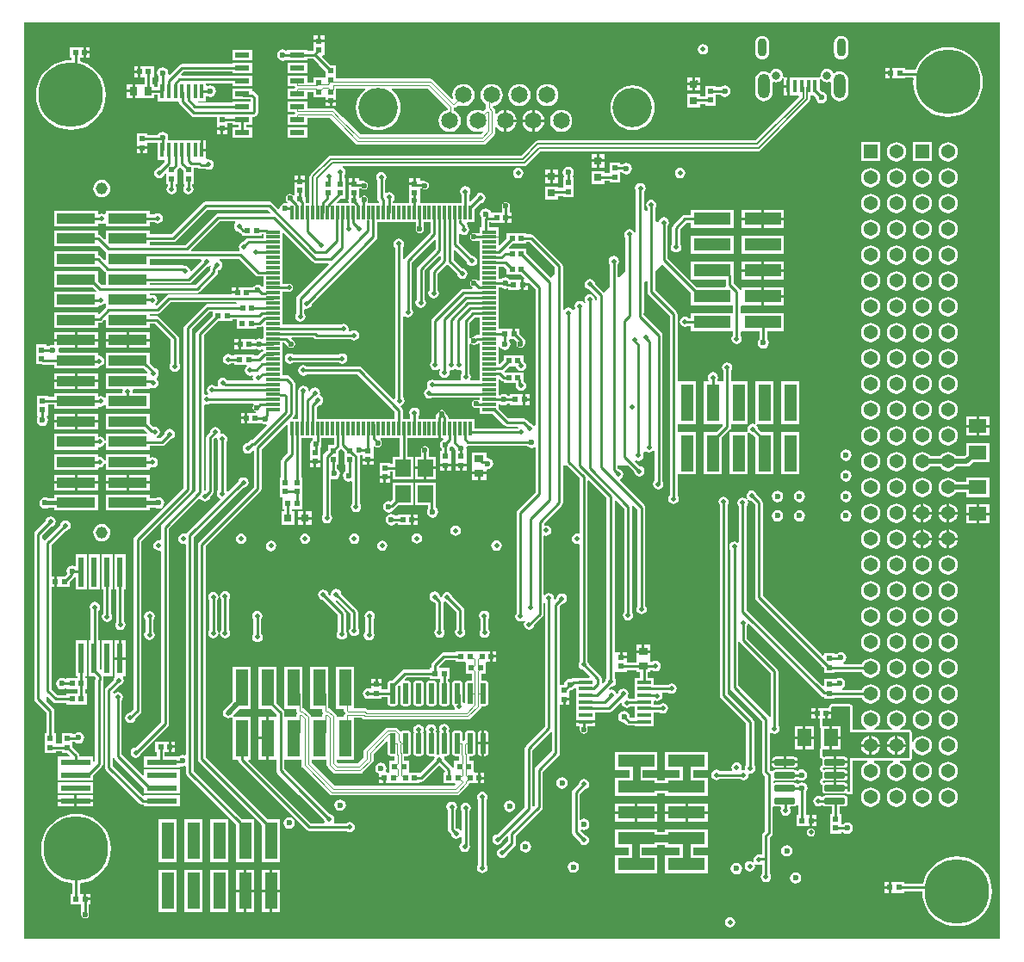
<source format=gbr>
%TF.GenerationSoftware,Altium Limited,Altium Designer,21.8.1 (53)*%
G04 Layer_Physical_Order=1*
G04 Layer_Color=255*
%FSLAX45Y45*%
%MOMM*%
%TF.SameCoordinates,27AF3B28-2B88-43EB-8C06-45BE792F9E07*%
%TF.FilePolarity,Positive*%
%TF.FileFunction,Copper,L1,Top,Signal*%
%TF.Part,Single*%
G01*
G75*
%TA.AperFunction,SMDPad,CuDef*%
%ADD10R,0.55000X0.55000*%
%ADD11R,0.55000X0.55000*%
%ADD12R,1.35000X0.35000*%
%ADD13R,0.35000X1.35000*%
%ADD14R,0.45000X1.30000*%
%ADD15R,1.50000X1.70000*%
G04:AMPARAMS|DCode=16|XSize=1.98mm|YSize=0.53mm|CornerRadius=0.06625mm|HoleSize=0mm|Usage=FLASHONLY|Rotation=90.000|XOffset=0mm|YOffset=0mm|HoleType=Round|Shape=RoundedRectangle|*
%AMROUNDEDRECTD16*
21,1,1.98000,0.39750,0,0,90.0*
21,1,1.84750,0.53000,0,0,90.0*
1,1,0.13250,0.19875,0.92375*
1,1,0.13250,0.19875,-0.92375*
1,1,0.13250,-0.19875,-0.92375*
1,1,0.13250,-0.19875,0.92375*
%
%ADD16ROUNDEDRECTD16*%
%ADD17R,1.40000X0.35000*%
G04:AMPARAMS|DCode=18|XSize=1.97mm|YSize=0.6mm|CornerRadius=0.075mm|HoleSize=0mm|Usage=FLASHONLY|Rotation=0.000|XOffset=0mm|YOffset=0mm|HoleType=Round|Shape=RoundedRectangle|*
%AMROUNDEDRECTD18*
21,1,1.97000,0.45000,0,0,0.0*
21,1,1.82000,0.60000,0,0,0.0*
1,1,0.15000,0.91000,-0.22500*
1,1,0.15000,-0.91000,-0.22500*
1,1,0.15000,-0.91000,0.22500*
1,1,0.15000,0.91000,0.22500*
%
%ADD18ROUNDEDRECTD18*%
%ADD19R,1.46050X0.53340*%
%ADD20R,0.35000X1.40000*%
%ADD21R,0.60000X3.00000*%
%ADD22R,3.00000X0.60000*%
%ADD23R,3.80000X1.02000*%
%ADD24R,1.27000X3.68000*%
%ADD25R,3.68000X1.27000*%
%ADD26R,0.80000X0.80000*%
%ADD27R,0.80000X0.80000*%
%ADD28R,0.90000X0.80000*%
%ADD29R,1.40000X1.80000*%
%ADD30R,0.80000X0.90000*%
%ADD31R,1.80000X1.40000*%
%TA.AperFunction,Conductor*%
%ADD32C,0.76200*%
%ADD33C,0.25400*%
%ADD34C,0.12192*%
%ADD35C,0.15240*%
%ADD36C,0.50800*%
%ADD37C,0.38100*%
%TA.AperFunction,ComponentPad*%
%ADD38C,3.86080*%
%ADD39C,1.65100*%
%ADD40C,0.80000*%
%ADD41O,1.20000X2.40000*%
%ADD42O,0.90000X1.80000*%
%ADD43C,1.16300*%
%ADD44C,1.37000*%
%ADD45R,1.37000X1.37000*%
%ADD46C,6.35000*%
%TA.AperFunction,ViaPad*%
%ADD47C,0.50000*%
%ADD48C,0.60000*%
%TA.AperFunction,TestPad*%
%ADD49C,0.50000*%
G36*
X9588500D02*
X0D01*
Y9017000D01*
X9588500D01*
Y0D01*
D02*
G37*
%LPC*%
G36*
X2948500Y8890660D02*
X2908300D01*
Y8850461D01*
X2948500D01*
Y8890660D01*
D02*
G37*
G36*
X2882900D02*
X2842700D01*
Y8850461D01*
X2882900D01*
Y8890660D01*
D02*
G37*
G36*
X2948500Y8825061D02*
X2895600D01*
X2842700D01*
Y8749797D01*
X2831249Y8738347D01*
X2783840D01*
Y8751570D01*
X2586990D01*
Y8750006D01*
X2574290Y8743217D01*
X2561616Y8751686D01*
X2540000Y8755985D01*
X2518384Y8751686D01*
X2500059Y8739441D01*
X2487814Y8721116D01*
X2483515Y8699500D01*
X2487814Y8677884D01*
X2500059Y8659559D01*
X2518384Y8647314D01*
X2540000Y8643015D01*
X2561616Y8647314D01*
X2574290Y8655783D01*
X2586990Y8648994D01*
Y8647430D01*
X2783840D01*
Y8660653D01*
X2839969D01*
X2896071Y8604551D01*
X2896072Y8604551D01*
X2959540Y8541083D01*
Y8483907D01*
X2948500Y8479900D01*
Y8479900D01*
X2842700D01*
Y8430369D01*
X2783840D01*
Y8497570D01*
X2586990D01*
Y8393430D01*
X2655683D01*
X2655747Y8393109D01*
X2662708Y8382691D01*
X2663398Y8382000D01*
X2662708Y8381309D01*
X2655747Y8370891D01*
X2655683Y8370570D01*
X2586990D01*
Y8266430D01*
X2783840D01*
Y8333631D01*
X2842700D01*
Y8284100D01*
X2948500D01*
X2948500Y8284100D01*
X2959540Y8280093D01*
Y8260801D01*
X3012440D01*
X3065340D01*
Y8285200D01*
Y8356401D01*
X3065957Y8359504D01*
Y8371223D01*
X3350129D01*
X3354464Y8358523D01*
X3324592Y8334008D01*
X3297295Y8300746D01*
X3277011Y8262798D01*
X3264521Y8221622D01*
X3260303Y8178800D01*
X3264521Y8135978D01*
X3277011Y8094802D01*
X3297295Y8056854D01*
X3324592Y8023592D01*
X3357854Y7996295D01*
X3395802Y7976011D01*
X3436978Y7963521D01*
X3479800Y7959303D01*
X3522622Y7963521D01*
X3563798Y7976011D01*
X3601746Y7996295D01*
X3635008Y8023592D01*
X3662305Y8056854D01*
X3682589Y8094802D01*
X3695079Y8135978D01*
X3699297Y8178800D01*
X3695079Y8221622D01*
X3682589Y8262798D01*
X3662305Y8300746D01*
X3635008Y8334008D01*
X3605136Y8358523D01*
X3609471Y8371223D01*
X3964741D01*
X4159777Y8176188D01*
Y8157848D01*
X4153119Y8156971D01*
X4126859Y8146094D01*
X4104309Y8128791D01*
X4087006Y8106241D01*
X4076129Y8079981D01*
X4072419Y8051800D01*
X4076129Y8023619D01*
X4087006Y7997359D01*
X4104309Y7974809D01*
X4126859Y7957506D01*
X4153119Y7946629D01*
X4181300Y7942919D01*
X4209481Y7946629D01*
X4235741Y7957506D01*
X4258291Y7974809D01*
X4275594Y7997359D01*
X4286471Y8023619D01*
X4290181Y8051800D01*
X4286471Y8079981D01*
X4275594Y8106241D01*
X4258291Y8128791D01*
X4235741Y8146094D01*
X4224002Y8150956D01*
Y8180366D01*
X4224979D01*
X4237268Y8182811D01*
X4247686Y8189772D01*
X4267792Y8209877D01*
X4290119Y8200629D01*
X4318300Y8196919D01*
X4346481Y8200629D01*
X4372741Y8211506D01*
X4395291Y8228809D01*
X4412594Y8251359D01*
X4423471Y8277619D01*
X4427181Y8305800D01*
X4423471Y8333981D01*
X4412594Y8360241D01*
X4395291Y8382791D01*
X4372741Y8400094D01*
X4346481Y8410971D01*
X4318300Y8414681D01*
X4290119Y8410971D01*
X4263859Y8400094D01*
X4241309Y8382791D01*
X4224006Y8360241D01*
X4213128Y8333981D01*
X4209419Y8305800D01*
X4213128Y8277619D01*
X4213139Y8277594D01*
X4202372Y8270400D01*
X4014217Y8458555D01*
X4003799Y8465516D01*
X3991510Y8467961D01*
X3065340D01*
Y8596020D01*
X3014477D01*
X2951009Y8659489D01*
X2951008Y8659489D01*
X2927370Y8683127D01*
X2932230Y8694860D01*
X2948500D01*
Y8784860D01*
Y8825061D01*
D02*
G37*
G36*
X644000Y8777800D02*
X603800D01*
Y8737600D01*
X644000D01*
Y8777800D01*
D02*
G37*
G36*
X6672580Y8806767D02*
X6652915Y8802856D01*
X6636244Y8791716D01*
X6625104Y8775045D01*
X6621193Y8755380D01*
X6625104Y8735715D01*
X6636244Y8719044D01*
X6652915Y8707904D01*
X6672580Y8703993D01*
X6692245Y8707904D01*
X6708916Y8719044D01*
X6720056Y8735715D01*
X6723967Y8755380D01*
X6720056Y8775045D01*
X6708916Y8791716D01*
X6692245Y8802856D01*
X6672580Y8806767D01*
D02*
G37*
G36*
X644000Y8712200D02*
X603800D01*
Y8672000D01*
X644000D01*
Y8712200D01*
D02*
G37*
G36*
X8028900Y8887307D02*
X8010522Y8884888D01*
X7993396Y8877794D01*
X7978690Y8866510D01*
X7967406Y8851803D01*
X7960312Y8834678D01*
X7957893Y8816300D01*
Y8726300D01*
X7960312Y8707922D01*
X7967406Y8690796D01*
X7978690Y8676090D01*
X7993396Y8664806D01*
X8010522Y8657712D01*
X8028900Y8655293D01*
X8047278Y8657712D01*
X8064404Y8664806D01*
X8079110Y8676090D01*
X8090394Y8690796D01*
X8097488Y8707922D01*
X8099908Y8726300D01*
Y8816300D01*
X8097488Y8834678D01*
X8090394Y8851803D01*
X8079110Y8866510D01*
X8064404Y8877794D01*
X8047278Y8884888D01*
X8028900Y8887307D01*
D02*
G37*
G36*
X7253900D02*
X7235522Y8884888D01*
X7218396Y8877794D01*
X7203690Y8866510D01*
X7192406Y8851803D01*
X7185312Y8834678D01*
X7182892Y8816300D01*
Y8726300D01*
X7185312Y8707922D01*
X7192406Y8690796D01*
X7203690Y8676090D01*
X7218396Y8664806D01*
X7235522Y8657712D01*
X7253900Y8655293D01*
X7272278Y8657712D01*
X7289404Y8664806D01*
X7304110Y8676090D01*
X7315394Y8690796D01*
X7322488Y8707922D01*
X7324907Y8726300D01*
Y8816300D01*
X7322488Y8834678D01*
X7315394Y8851803D01*
X7304110Y8866510D01*
X7289404Y8877794D01*
X7272278Y8884888D01*
X7253900Y8887307D01*
D02*
G37*
G36*
X2239010Y8751570D02*
X2042160D01*
Y8647430D01*
X2239010D01*
Y8751570D01*
D02*
G37*
G36*
X9080500Y8776760D02*
X9026693Y8772526D01*
X8974210Y8759926D01*
X8924345Y8739271D01*
X8878325Y8711070D01*
X8837283Y8676017D01*
X8802230Y8634975D01*
X8774029Y8588955D01*
X8759632Y8554197D01*
X8657700D01*
Y8574600D01*
X8527500D01*
Y8521700D01*
Y8468800D01*
X8657700D01*
Y8476503D01*
X8730624D01*
X8739245Y8467177D01*
X8736540Y8432800D01*
X8740774Y8378993D01*
X8753374Y8326510D01*
X8774029Y8276645D01*
X8802230Y8230625D01*
X8837283Y8189583D01*
X8878325Y8154530D01*
X8924345Y8126329D01*
X8974210Y8105674D01*
X9026693Y8093074D01*
X9080500Y8088840D01*
X9134307Y8093074D01*
X9186790Y8105674D01*
X9236655Y8126329D01*
X9282675Y8154530D01*
X9323717Y8189583D01*
X9358770Y8230625D01*
X9386971Y8276645D01*
X9407626Y8326510D01*
X9420226Y8378993D01*
X9424460Y8432800D01*
X9420226Y8486607D01*
X9407626Y8539090D01*
X9386971Y8588955D01*
X9358770Y8634975D01*
X9323717Y8676017D01*
X9282675Y8711070D01*
X9236655Y8739271D01*
X9186790Y8759926D01*
X9134307Y8772526D01*
X9080500Y8776760D01*
D02*
G37*
G36*
X1117600Y8587300D02*
X1077400D01*
Y8547100D01*
X1117600D01*
Y8587300D01*
D02*
G37*
G36*
X8502100Y8574600D02*
X8461900D01*
Y8534400D01*
X8502100D01*
Y8574600D01*
D02*
G37*
G36*
X2783840Y8624570D02*
X2586990D01*
Y8520430D01*
X2783840D01*
Y8624570D01*
D02*
G37*
G36*
X7391400Y8562264D02*
X7374327Y8560017D01*
X7358418Y8553427D01*
X7344756Y8542944D01*
X7334273Y8529282D01*
X7331822Y8523363D01*
X7319554Y8520076D01*
X7311968Y8525897D01*
X7291194Y8534502D01*
X7268900Y8537437D01*
X7246606Y8534502D01*
X7225832Y8525897D01*
X7207992Y8512208D01*
X7194304Y8494368D01*
X7185698Y8473594D01*
X7182763Y8451300D01*
Y8331300D01*
X7185698Y8309006D01*
X7194304Y8288232D01*
X7207992Y8270392D01*
X7225832Y8256703D01*
X7246606Y8248098D01*
X7268900Y8245163D01*
X7291194Y8248098D01*
X7311968Y8256703D01*
X7329808Y8270392D01*
X7343497Y8288232D01*
X7352102Y8309006D01*
X7355037Y8331300D01*
Y8426827D01*
X7367737Y8435313D01*
X7374327Y8432583D01*
X7391400Y8430336D01*
X7408473Y8432583D01*
X7424382Y8439173D01*
X7438044Y8449656D01*
X7448527Y8463318D01*
X7450800Y8468806D01*
X7463500Y8466280D01*
Y8404000D01*
X7498700D01*
Y8481700D01*
X7468252D01*
X7456746Y8491602D01*
X7457364Y8496300D01*
X7455117Y8513373D01*
X7448527Y8529282D01*
X7438044Y8542944D01*
X7424382Y8553427D01*
X7408473Y8560017D01*
X7391400Y8562264D01*
D02*
G37*
G36*
X2239010Y8624570D02*
X2042160D01*
Y8611347D01*
X1549400D01*
X1534534Y8608389D01*
X1521931Y8599969D01*
X1424528Y8502565D01*
X1412823Y8508821D01*
X1415385Y8521700D01*
X1411086Y8543316D01*
X1398841Y8561641D01*
X1380516Y8573886D01*
X1358900Y8578185D01*
X1337284Y8573886D01*
X1318959Y8561641D01*
X1306714Y8543316D01*
X1302415Y8521700D01*
X1306714Y8500084D01*
X1317804Y8483488D01*
Y8434700D01*
X1311500D01*
Y8382747D01*
X1278400D01*
Y8414300D01*
X1259147D01*
Y8481500D01*
X1273200D01*
Y8587300D01*
X1143000D01*
Y8534400D01*
Y8481500D01*
X1181454D01*
Y8414300D01*
X1151100D01*
X1147600Y8414300D01*
X1138400D01*
X1134900Y8414300D01*
X1085700D01*
Y8343900D01*
Y8273500D01*
X1134900D01*
X1138400Y8273500D01*
X1147600D01*
X1151100Y8273500D01*
X1278400D01*
Y8305053D01*
X1311500D01*
Y8243900D01*
X1515354D01*
Y8241858D01*
X1518311Y8226992D01*
X1526732Y8214389D01*
X1640590Y8100531D01*
X1653192Y8092111D01*
X1668058Y8089153D01*
X1890200D01*
Y8011600D01*
Y7987199D01*
X1943100D01*
X1996000D01*
Y8025653D01*
X2042160D01*
Y8012430D01*
X2101738D01*
Y7989570D01*
X2042160D01*
Y7885430D01*
X2239010D01*
Y7989570D01*
X2179432D01*
Y8012430D01*
X2239010D01*
Y8089153D01*
X2245721D01*
X2260587Y8092111D01*
X2273190Y8100531D01*
X2288069Y8115410D01*
X2296489Y8128013D01*
X2299447Y8142879D01*
Y8280400D01*
X2296489Y8295266D01*
X2288069Y8307869D01*
X2263939Y8331999D01*
X2251336Y8340419D01*
X2239010Y8342871D01*
Y8370570D01*
X2042160D01*
Y8266430D01*
X2150802D01*
X2154555Y8265683D01*
X2220379D01*
X2221753Y8264309D01*
Y8243570D01*
X2042160D01*
Y8230347D01*
X1703663D01*
X1703093Y8231200D01*
X1709881Y8243900D01*
X1787300D01*
Y8289726D01*
X1800000Y8296515D01*
X1807184Y8291714D01*
X1828800Y8287415D01*
X1850416Y8291714D01*
X1868741Y8303959D01*
X1880986Y8322284D01*
X1885285Y8343900D01*
X1880986Y8365516D01*
X1868741Y8383841D01*
X1850416Y8396086D01*
X1828800Y8400385D01*
X1807184Y8396086D01*
X1800000Y8391285D01*
X1787300Y8398074D01*
Y8419353D01*
X2042160D01*
Y8393430D01*
X2239010D01*
Y8497570D01*
X2042160D01*
Y8497047D01*
X1545477D01*
X1540617Y8508780D01*
X1565491Y8533653D01*
X2042160D01*
Y8520430D01*
X2239010D01*
Y8624570D01*
D02*
G37*
G36*
X1117600Y8521700D02*
X1077400D01*
Y8481500D01*
X1117600D01*
Y8521700D01*
D02*
G37*
G36*
X8502100Y8509000D02*
X8461900D01*
Y8468800D01*
X8502100D01*
Y8509000D01*
D02*
G37*
G36*
X6605900Y8479847D02*
X6602146Y8479100D01*
X6591300D01*
Y8426400D01*
X6644000D01*
Y8437246D01*
X6644747Y8441000D01*
X6644000Y8444754D01*
Y8479100D01*
X6609654D01*
X6605900Y8479847D01*
D02*
G37*
G36*
X6565900Y8479100D02*
X6513200D01*
Y8426400D01*
X6565900D01*
Y8479100D01*
D02*
G37*
G36*
X6885940Y8400385D02*
X6864324Y8396086D01*
X6845999Y8383841D01*
X6845267Y8382747D01*
X6796600D01*
Y8396800D01*
X6690800D01*
Y8292746D01*
X6644000D01*
Y8314100D01*
X6513200D01*
Y8183300D01*
X6644000D01*
Y8215053D01*
X6690800D01*
Y8201000D01*
X6796600D01*
Y8305053D01*
X6845267D01*
X6845999Y8303959D01*
X6864324Y8291714D01*
X6885940Y8287415D01*
X6907556Y8291714D01*
X6925881Y8303959D01*
X6938126Y8322284D01*
X6942425Y8343900D01*
X6938126Y8365516D01*
X6925881Y8383841D01*
X6907556Y8396086D01*
X6885940Y8400385D01*
D02*
G37*
G36*
X1060300Y8414300D02*
X1007600D01*
Y8356600D01*
X1060300D01*
Y8414300D01*
D02*
G37*
G36*
X6644000Y8401000D02*
X6591300D01*
Y8348300D01*
X6644000D01*
Y8401000D01*
D02*
G37*
G36*
X6565900D02*
X6513200D01*
Y8348300D01*
X6565900D01*
Y8401000D01*
D02*
G37*
G36*
X7498700Y8378600D02*
X7463500D01*
Y8300900D01*
X7498700D01*
Y8378600D01*
D02*
G37*
G36*
X1060300Y8331200D02*
X1007600D01*
Y8273500D01*
X1060300D01*
Y8331200D01*
D02*
G37*
G36*
X7891400Y8562264D02*
X7874327Y8560017D01*
X7858418Y8553427D01*
X7844756Y8542944D01*
X7834273Y8529282D01*
X7827683Y8513373D01*
X7825436Y8496300D01*
X7826054Y8491602D01*
X7814548Y8481700D01*
X7524100D01*
Y8391300D01*
Y8300900D01*
X7613027D01*
X7618288Y8288200D01*
X7186955Y7856867D01*
X5044951D01*
X5032067Y7854304D01*
X5021145Y7847006D01*
X4883685Y7709547D01*
X3012951D01*
X3000067Y7706984D01*
X2989145Y7699686D01*
X2813614Y7524155D01*
X2806316Y7513233D01*
X2803753Y7500349D01*
Y7238700D01*
X2769347D01*
Y7253366D01*
X2766389Y7268232D01*
X2764732Y7270712D01*
X2767100Y7282614D01*
X2762800Y7304230D01*
X2761007Y7306913D01*
X2758000Y7313100D01*
Y7403100D01*
Y7443300D01*
X2652200D01*
Y7403100D01*
Y7322297D01*
X2639500Y7318444D01*
X2638589Y7319809D01*
X2625986Y7328229D01*
X2611120Y7331187D01*
X2596254Y7328229D01*
X2583651Y7319809D01*
X2575231Y7307206D01*
X2572273Y7292340D01*
Y7285801D01*
X2575231Y7270935D01*
X2583651Y7258332D01*
X2589055Y7252929D01*
X2582799Y7241225D01*
X2565400Y7244685D01*
X2543784Y7240386D01*
X2525459Y7228141D01*
X2513214Y7209816D01*
X2509008Y7188671D01*
X2506960Y7187284D01*
X2497070Y7182649D01*
X2436111Y7243609D01*
X2423508Y7252029D01*
X2408642Y7254987D01*
X1780540D01*
X1765674Y7252029D01*
X1753071Y7243609D01*
X1444409Y6934947D01*
X1231400D01*
Y6969200D01*
X800600D01*
Y6885851D01*
X788867Y6880991D01*
X749690Y6920168D01*
X737087Y6928588D01*
X724400Y6931112D01*
Y6969200D01*
X293600D01*
Y6816400D01*
X724400D01*
Y6818989D01*
X736133Y6823850D01*
X795492Y6764491D01*
X800600Y6761078D01*
Y6685191D01*
X788867Y6680331D01*
X749690Y6719508D01*
X737087Y6727928D01*
X724400Y6730452D01*
Y6769200D01*
X293600D01*
Y6616400D01*
X724400D01*
Y6618329D01*
X736133Y6623190D01*
X792952Y6566371D01*
X800600Y6561261D01*
Y6434567D01*
X761171D01*
X724400Y6471337D01*
Y6569200D01*
X293600D01*
Y6416400D01*
X669463D01*
X704930Y6380933D01*
X700069Y6369200D01*
X293600D01*
Y6216400D01*
X724400D01*
Y6226713D01*
X737100Y6237034D01*
X746760Y6235113D01*
X766425Y6239024D01*
X783096Y6250164D01*
X787900Y6257353D01*
X800600Y6253501D01*
Y6217140D01*
X736133Y6152674D01*
X724400Y6157534D01*
Y6169200D01*
X293600D01*
Y6016400D01*
X724400D01*
Y6063095D01*
X740338D01*
X755204Y6066052D01*
X767807Y6074473D01*
X788867Y6095533D01*
X800600Y6090673D01*
Y6016400D01*
X1231400D01*
Y6053953D01*
X1283473D01*
X1439433Y5897993D01*
Y5666299D01*
X1430804Y5653385D01*
X1426893Y5633720D01*
X1430804Y5614055D01*
X1441944Y5597384D01*
X1458615Y5586244D01*
X1478280Y5582333D01*
X1497945Y5586244D01*
X1514616Y5597384D01*
X1525756Y5614055D01*
X1529667Y5633720D01*
X1525756Y5653385D01*
X1517127Y5666299D01*
Y5914083D01*
X1514169Y5928949D01*
X1505749Y5941552D01*
X1327032Y6120268D01*
X1314429Y6128689D01*
X1299564Y6131646D01*
X1231400D01*
Y6153673D01*
X1310640D01*
X1325506Y6156631D01*
X1338109Y6165051D01*
X1437711Y6264653D01*
X2080202D01*
X2092300Y6263200D01*
Y6249147D01*
X1800860D01*
X1785994Y6246189D01*
X1773391Y6237769D01*
X1577811Y6042189D01*
X1569391Y6029586D01*
X1566433Y6014720D01*
Y4438231D01*
X1085051Y3956849D01*
X1076631Y3944246D01*
X1073673Y3929380D01*
Y2640126D01*
X1073409Y2638795D01*
Y2263726D01*
X1036969Y2227286D01*
X1021735Y2224256D01*
X1005064Y2213116D01*
X993924Y2196445D01*
X990013Y2176780D01*
X993924Y2157115D01*
X1005064Y2140444D01*
X1021735Y2129304D01*
X1041400Y2125393D01*
X1061065Y2129304D01*
X1077736Y2140444D01*
X1088876Y2157115D01*
X1091906Y2172348D01*
X1139724Y2220167D01*
X1148145Y2232769D01*
X1151102Y2247635D01*
Y2637730D01*
X1151367Y2639060D01*
Y3913289D01*
X1632749Y4394671D01*
X1641169Y4407274D01*
X1644127Y4422140D01*
Y5998629D01*
X1816951Y6171453D01*
X1851000D01*
Y6136137D01*
X1697591Y5982729D01*
X1689171Y5970126D01*
X1686214Y5955260D01*
Y4413231D01*
X1354291Y4081309D01*
X1345871Y4068706D01*
X1342913Y4053840D01*
Y3932021D01*
X1330213Y3922589D01*
X1318660Y3924887D01*
X1298995Y3920976D01*
X1282324Y3909836D01*
X1271184Y3893165D01*
X1267273Y3873500D01*
X1271184Y3853835D01*
X1282324Y3837164D01*
X1298995Y3826024D01*
X1318660Y3822113D01*
X1330213Y3824411D01*
X1342913Y3814979D01*
Y2136991D01*
X1090308Y1884386D01*
X1075075Y1881356D01*
X1058404Y1870216D01*
X1047264Y1853545D01*
X1043353Y1833880D01*
X1047264Y1814215D01*
X1058404Y1797544D01*
X1075075Y1786404D01*
X1094740Y1782493D01*
X1114405Y1786404D01*
X1131076Y1797544D01*
X1142216Y1814215D01*
X1145246Y1829449D01*
X1409229Y2093432D01*
X1417649Y2106034D01*
X1420607Y2120900D01*
Y4037749D01*
X1716354Y4333497D01*
X1732160Y4331342D01*
X1738438Y4321945D01*
X1755110Y4310805D01*
X1774775Y4306894D01*
X1794440Y4310805D01*
X1811111Y4321945D01*
X1822250Y4338616D01*
X1825281Y4353850D01*
X1852654Y4381223D01*
X1861075Y4393826D01*
X1864032Y4408692D01*
Y4918055D01*
X1881491Y4935514D01*
X1883905Y4935994D01*
X1894705Y4925194D01*
X1894253Y4922920D01*
X1898164Y4903255D01*
X1905523Y4892241D01*
Y4418520D01*
X1895624Y4403705D01*
X1891713Y4384040D01*
X1895624Y4364375D01*
X1906764Y4347704D01*
X1920491Y4338531D01*
X1924342Y4324421D01*
X1598131Y3998210D01*
X1595088Y3993655D01*
X1582165Y3987016D01*
X1562500Y3990927D01*
X1542835Y3987016D01*
X1526164Y3975876D01*
X1515024Y3959205D01*
X1511113Y3939540D01*
X1515024Y3919875D01*
X1526164Y3903204D01*
X1542835Y3892064D01*
X1562500Y3888153D01*
X1574053Y3890451D01*
X1586753Y3881019D01*
Y1818052D01*
X1574053Y1809567D01*
X1558530Y1812655D01*
X1536914Y1808356D01*
X1518589Y1796111D01*
X1518047Y1795300D01*
X1378147D01*
Y1839400D01*
X1416600D01*
Y1892300D01*
Y1945200D01*
X1286400D01*
Y1839400D01*
X1300454D01*
Y1795300D01*
X1176700D01*
Y1684500D01*
X1527500D01*
Y1696163D01*
X1540200Y1703331D01*
X1558530Y1699685D01*
X1575083Y1702977D01*
X1587783Y1694976D01*
Y1639810D01*
X1590741Y1624944D01*
X1599161Y1612342D01*
X2082053Y1129450D01*
Y1019660D01*
X2082800Y1015907D01*
Y759460D01*
X2260600D01*
Y1178260D01*
X2143118D01*
X1665476Y1655901D01*
Y1784378D01*
X1664447Y1789555D01*
Y3954651D01*
X2152042Y4442246D01*
X2153920Y4441873D01*
X2173585Y4445784D01*
X2190256Y4456924D01*
X2201396Y4473595D01*
X2205307Y4493260D01*
X2201396Y4512925D01*
X2190256Y4529596D01*
X2173585Y4540736D01*
X2153920Y4544647D01*
X2134255Y4540736D01*
X2117584Y4529596D01*
X2106444Y4512925D01*
X2104855Y4504934D01*
X2002719Y4402798D01*
X1988609Y4406649D01*
X1983217Y4414719D01*
Y4888440D01*
X1993116Y4903255D01*
X1997027Y4922920D01*
X1993116Y4942585D01*
X1981976Y4959256D01*
X1965305Y4970396D01*
X1945640Y4974307D01*
X1938795Y4972946D01*
X1927995Y4983746D01*
X1928447Y4986020D01*
X1924536Y5005685D01*
X1913396Y5022356D01*
X1896725Y5033496D01*
X1877060Y5037407D01*
X1857395Y5033496D01*
X1840724Y5022356D01*
X1829584Y5005685D01*
X1826554Y4990451D01*
X1797717Y4961614D01*
X1789296Y4949011D01*
X1786339Y4934146D01*
Y4424782D01*
X1776607Y4415050D01*
X1763907Y4420310D01*
Y5250079D01*
X1776607Y5259511D01*
X1788160Y5257213D01*
X1807825Y5261124D01*
X1820515Y5269603D01*
X2251502D01*
X2255210Y5259464D01*
X2255707Y5256903D01*
X2247571Y5244726D01*
X2244613Y5229860D01*
X2247571Y5214994D01*
X2255991Y5202391D01*
X2268594Y5193971D01*
X2277828Y5192134D01*
X2278479Y5179055D01*
X2277879Y5178620D01*
X2192740D01*
Y5125720D01*
Y5072820D01*
X2322940D01*
X2322940Y5072820D01*
X2335640Y5076849D01*
X2348204Y5068454D01*
X2369820Y5064155D01*
X2376357Y5065455D01*
X2382613Y5053751D01*
X2242228Y4913365D01*
X2240924D01*
X2226058Y4910408D01*
X2213455Y4901987D01*
X2191591Y4880123D01*
X2176358Y4877093D01*
X2159686Y4865954D01*
X2148547Y4849282D01*
X2144635Y4829617D01*
X2148547Y4809953D01*
X2159686Y4793281D01*
X2176358Y4782142D01*
X2196023Y4778230D01*
X2215687Y4782142D01*
X2232359Y4793281D01*
X2242073Y4807820D01*
X2251882Y4806796D01*
X2254773Y4805708D01*
Y4448391D01*
X1714971Y3908589D01*
X1706551Y3895986D01*
X1703593Y3881120D01*
Y1772620D01*
X1706551Y1757754D01*
X1714971Y1745151D01*
X2336800Y1123323D01*
Y759460D01*
X2514600D01*
Y1178260D01*
X2391738D01*
X1781287Y1788711D01*
Y3865029D01*
X2321089Y4404831D01*
X2329509Y4417434D01*
X2332467Y4432300D01*
Y4821887D01*
X2575567Y5064988D01*
X2587300Y5060127D01*
Y4927900D01*
X2591353D01*
Y4787511D01*
X2535391Y4731549D01*
X2526971Y4718946D01*
X2524013Y4704080D01*
Y4544720D01*
X2512500D01*
Y4438920D01*
Y4348920D01*
X2533893D01*
X2537900Y4337880D01*
X2537900D01*
Y4232080D01*
X2551953D01*
Y4208140D01*
X2525500D01*
Y4077340D01*
X2656300D01*
Y4208140D01*
X2629647D01*
Y4232080D01*
X2733700D01*
Y4337879D01*
X2733700D01*
X2735141Y4348921D01*
X2735140D01*
X2735140Y4349983D01*
Y4438920D01*
Y4544720D01*
X2721087D01*
Y4927900D01*
X2831060D01*
X2834912Y4915200D01*
X2825434Y4908866D01*
X2813189Y4890541D01*
X2808889Y4868925D01*
X2811958Y4853500D01*
X2804600Y4840800D01*
X2804600D01*
Y4735000D01*
Y4710599D01*
X2857500D01*
X2910400D01*
Y4735000D01*
Y4836593D01*
X2917560Y4847309D01*
X2921860Y4868925D01*
X2918048Y4888092D01*
X2919046Y4893113D01*
Y4927900D01*
X3041354D01*
Y4868491D01*
X3033263Y4860400D01*
X2982400D01*
Y4809537D01*
X2975668Y4802805D01*
X2972892Y4800950D01*
X2947545Y4775603D01*
X2939124Y4763001D01*
X2936167Y4748135D01*
Y4175813D01*
X2927538Y4162898D01*
X2923627Y4143233D01*
X2927538Y4123568D01*
X2938678Y4106897D01*
X2955349Y4095758D01*
X2975014Y4091846D01*
X2994679Y4095758D01*
X3011350Y4106897D01*
X3022490Y4123568D01*
X3026401Y4143233D01*
X3022490Y4162898D01*
X3013860Y4175813D01*
Y4522332D01*
X3025061Y4528319D01*
X3026384Y4527434D01*
X3048000Y4523135D01*
X3069616Y4527434D01*
X3087941Y4539679D01*
X3100186Y4558004D01*
X3104485Y4579620D01*
X3100186Y4601236D01*
X3087941Y4619561D01*
X3074147Y4628778D01*
Y4664600D01*
X3088200D01*
Y4754600D01*
Y4805463D01*
X3102520Y4819783D01*
X3118893Y4821370D01*
X3147500Y4792763D01*
Y4664600D01*
X3155203D01*
Y4604216D01*
X3147759Y4599241D01*
X3135514Y4580916D01*
X3131215Y4559300D01*
X3135514Y4537684D01*
X3147759Y4519359D01*
X3166084Y4507114D01*
X3187700Y4502815D01*
X3207273Y4506708D01*
X3219973Y4500551D01*
Y4284539D01*
X3211344Y4271625D01*
X3207433Y4251960D01*
X3211344Y4232295D01*
X3222484Y4215624D01*
X3239155Y4204484D01*
X3258820Y4200573D01*
X3278485Y4204484D01*
X3295156Y4215624D01*
X3306296Y4232295D01*
X3310207Y4251960D01*
X3306296Y4271625D01*
X3297667Y4284539D01*
Y4750001D01*
X3295850Y4759131D01*
X3312180Y4762379D01*
X3314100Y4763661D01*
X3325300Y4757675D01*
Y4730201D01*
X3378200D01*
X3431100D01*
Y4754600D01*
Y4849478D01*
X3431100Y4850644D01*
X3443800Y4854497D01*
X3447251Y4849331D01*
X3459854Y4840911D01*
X3474720Y4837953D01*
X3489586Y4840911D01*
X3502189Y4849331D01*
X3510609Y4861934D01*
X3513567Y4876800D01*
Y4886163D01*
X3510609Y4901029D01*
X3502189Y4913631D01*
X3499653Y4916167D01*
X3504513Y4927900D01*
X3691354D01*
Y4745900D01*
X3620700D01*
Y4674347D01*
X3596200D01*
Y4688400D01*
X3490400D01*
Y4582600D01*
Y4558200D01*
X3596200D01*
Y4596653D01*
X3620700D01*
Y4525100D01*
X3821500D01*
Y4745900D01*
X3769047D01*
Y4927900D01*
X4073105D01*
Y5020800D01*
X4092900D01*
Y4927900D01*
X4114847D01*
X4116895Y4921534D01*
X4116959Y4915200D01*
X4100259Y4904041D01*
X4088014Y4885716D01*
X4083715Y4864100D01*
X4088014Y4842484D01*
X4100259Y4824159D01*
X4101353Y4823427D01*
Y4802700D01*
X4087300D01*
Y4696900D01*
Y4672499D01*
X4140200D01*
X4193100D01*
Y4696900D01*
Y4802700D01*
X4179047D01*
Y4823427D01*
X4180141Y4824159D01*
X4192386Y4842484D01*
X4193558Y4848377D01*
X4207293Y4852329D01*
X4234549Y4825073D01*
X4238664Y4804384D01*
X4239643Y4802919D01*
X4239700Y4791065D01*
Y4696900D01*
Y4672499D01*
X4292600D01*
X4345500D01*
Y4696900D01*
Y4802699D01*
X4345500Y4802700D01*
X4345500D01*
X4345227Y4815400D01*
X4347335Y4826000D01*
X4344445Y4840528D01*
X4354578Y4851461D01*
X4358640Y4850653D01*
X4945347D01*
X4946079Y4849559D01*
X4964404Y4837314D01*
X4986020Y4833015D01*
X5007636Y4837314D01*
X5012173Y4840346D01*
X5023373Y4834359D01*
Y4395051D01*
X4849331Y4221009D01*
X4840911Y4208406D01*
X4837953Y4193540D01*
Y3207579D01*
X4829324Y3194665D01*
X4825413Y3175000D01*
X4829324Y3155335D01*
X4840464Y3138664D01*
X4857135Y3127524D01*
X4876800Y3123613D01*
X4896465Y3127524D01*
X4913136Y3138663D01*
X4923564Y3131520D01*
X4913144Y3115925D01*
X4909233Y3096260D01*
X4913144Y3076595D01*
X4924284Y3059924D01*
X4940955Y3048784D01*
X4960620Y3044873D01*
X4980285Y3048784D01*
X4996956Y3059924D01*
X5008096Y3076595D01*
X5010777Y3090077D01*
X5092229Y3171529D01*
X5100649Y3184131D01*
X5103607Y3198997D01*
Y3303217D01*
X5116307Y3309610D01*
X5117353Y3308833D01*
Y2091271D01*
X4929341Y1903259D01*
X4920921Y1890656D01*
X4917963Y1875790D01*
Y1300061D01*
X4647410Y1029507D01*
X4632177Y1026477D01*
X4615505Y1015338D01*
X4604366Y998667D01*
X4600454Y979002D01*
X4604366Y959337D01*
X4615505Y942665D01*
X4632177Y931526D01*
X4651842Y927614D01*
X4671507Y931526D01*
X4688178Y942665D01*
X4699317Y959337D01*
X4702347Y974570D01*
X4742400Y1014623D01*
X4754133Y1009763D01*
Y960971D01*
X4692029Y898866D01*
X4676795Y895836D01*
X4660124Y884696D01*
X4648984Y868025D01*
X4645073Y848360D01*
X4648984Y828695D01*
X4660124Y812024D01*
X4676795Y800884D01*
X4696460Y796973D01*
X4716125Y800884D01*
X4732796Y812024D01*
X4743936Y828695D01*
X4746966Y843929D01*
X4820449Y917411D01*
X4828869Y930014D01*
X4831827Y944880D01*
Y1017689D01*
X5083602Y1269465D01*
X5092023Y1282067D01*
X5094980Y1296933D01*
Y1649142D01*
X5252249Y1806411D01*
X5260669Y1819014D01*
X5263627Y1833880D01*
Y2304940D01*
X5293360D01*
Y2357840D01*
X5306060D01*
Y2370540D01*
X5358960D01*
Y2435599D01*
X5361940Y2447955D01*
X5383556Y2452254D01*
X5401881Y2464499D01*
X5408300Y2474105D01*
X5421000Y2470253D01*
Y2356360D01*
Y2291360D01*
Y2226360D01*
Y2161360D01*
Y2151960D01*
X5516400D01*
X5611800D01*
Y2161360D01*
Y2230413D01*
X5743980D01*
X5758846Y2233370D01*
X5771448Y2241791D01*
X5860832Y2331174D01*
X5872285Y2324667D01*
X5875804Y2306975D01*
X5886944Y2290304D01*
X5903615Y2279164D01*
X5923280Y2275253D01*
X5942945Y2279164D01*
X5959616Y2290304D01*
X5960485Y2291603D01*
X5996000D01*
Y2178106D01*
X5960270D01*
X5951825Y2186940D01*
X5947526Y2208556D01*
X5935281Y2226881D01*
X5916956Y2239126D01*
X5895340Y2243425D01*
X5873724Y2239126D01*
X5855399Y2226881D01*
X5843154Y2208556D01*
X5838855Y2186940D01*
X5843154Y2165324D01*
X5855399Y2146999D01*
X5873724Y2134754D01*
X5895340Y2130455D01*
X5897422Y2130869D01*
X5916499Y2111791D01*
X5929102Y2103370D01*
X5943968Y2100413D01*
X5996000D01*
Y2096360D01*
X6186800D01*
Y2161360D01*
Y2231163D01*
X6244883D01*
X6256675Y2223284D01*
X6276340Y2219373D01*
X6296005Y2223284D01*
X6312676Y2234424D01*
X6323816Y2251095D01*
X6327727Y2270760D01*
X6323816Y2290425D01*
X6312676Y2307096D01*
X6296005Y2318236D01*
X6276340Y2322147D01*
X6256675Y2318236D01*
X6242638Y2308856D01*
X6186800D01*
Y2341085D01*
X6198001Y2347072D01*
X6200795Y2345204D01*
X6220460Y2341293D01*
X6240125Y2345204D01*
X6256796Y2356344D01*
X6267936Y2373015D01*
X6271847Y2392680D01*
X6267936Y2412345D01*
X6266841Y2413983D01*
X6272828Y2425184D01*
X6327236D01*
X6340495Y2416324D01*
X6360160Y2412413D01*
X6379825Y2416324D01*
X6396496Y2427464D01*
X6407636Y2444135D01*
X6411547Y2463800D01*
X6407636Y2483465D01*
X6396496Y2500136D01*
X6379825Y2511276D01*
X6360160Y2515187D01*
X6340495Y2511276D01*
X6327925Y2502877D01*
X6186800D01*
Y2572160D01*
X6130247D01*
Y2624460D01*
X6153700D01*
Y2648473D01*
X6172641D01*
X6185555Y2639844D01*
X6205220Y2635933D01*
X6224885Y2639844D01*
X6241556Y2650984D01*
X6252696Y2667655D01*
X6256607Y2687320D01*
X6252696Y2706985D01*
X6241556Y2723656D01*
X6224885Y2734796D01*
X6205220Y2738707D01*
X6185555Y2734796D01*
X6172641Y2726167D01*
X6153700D01*
Y2751760D01*
X6153700Y2755260D01*
Y2764460D01*
X6153700Y2767960D01*
Y2817160D01*
X6012900D01*
Y2767960D01*
X6012900Y2764460D01*
Y2755260D01*
X6012900Y2751760D01*
Y2721807D01*
X5920300D01*
Y2760260D01*
X5867400D01*
Y2772960D01*
X5854700D01*
Y2825860D01*
X5814500D01*
Y2825860D01*
X5802107Y2826600D01*
Y4316843D01*
X5813840Y4321703D01*
X5896653Y4238889D01*
Y3220822D01*
X5885964Y3204825D01*
X5882053Y3185160D01*
X5885964Y3165495D01*
X5897104Y3148824D01*
X5913775Y3137684D01*
X5933440Y3133773D01*
X5953105Y3137684D01*
X5969776Y3148824D01*
X5980916Y3165495D01*
X5984827Y3185160D01*
X5980916Y3204825D01*
X5974346Y3214657D01*
Y4254980D01*
X5972450Y4264512D01*
X5984155Y4270768D01*
X6026673Y4228249D01*
Y3274973D01*
X6021077Y3266597D01*
X6017166Y3246932D01*
X6021077Y3227267D01*
X6032217Y3210596D01*
X6048888Y3199456D01*
X6068553Y3195545D01*
X6088218Y3199456D01*
X6104889Y3210596D01*
X6116028Y3227267D01*
X6119940Y3246932D01*
X6116028Y3266597D01*
X6104889Y3283268D01*
X6104367Y3283617D01*
Y4244340D01*
X6101409Y4259206D01*
X6092989Y4271809D01*
X5852504Y4512293D01*
X5855605Y4522514D01*
X5857573Y4525185D01*
X5873256Y4535664D01*
X5884396Y4552335D01*
X5888307Y4572000D01*
X5884396Y4591665D01*
X5873256Y4608336D01*
X5856585Y4619476D01*
X5841351Y4622506D01*
X5832587Y4631271D01*
Y4655820D01*
X5936923D01*
X5994694Y4598049D01*
X5997724Y4582815D01*
X6008864Y4566144D01*
X6025535Y4555004D01*
X6045200Y4551093D01*
X6064865Y4555004D01*
X6081536Y4566144D01*
X6092676Y4582815D01*
X6096587Y4602480D01*
X6092676Y4622145D01*
X6081536Y4638816D01*
X6064865Y4649956D01*
X6049631Y4652986D01*
X6000078Y4702539D01*
X6011662Y4714122D01*
X6017915Y4709944D01*
X6037580Y4706033D01*
X6057245Y4709944D01*
X6073916Y4721084D01*
X6085056Y4737755D01*
X6088967Y4757420D01*
X6085056Y4777085D01*
X6080878Y4783338D01*
X6100395Y4802855D01*
X6105384Y4802364D01*
X6122055Y4791224D01*
X6141720Y4787313D01*
X6161385Y4791224D01*
X6178056Y4802364D01*
X6181613Y4807687D01*
X6194313Y4803835D01*
Y4511836D01*
X6194284Y4511816D01*
X6183144Y4495145D01*
X6179233Y4475480D01*
X6183144Y4455815D01*
X6194284Y4439144D01*
X6210955Y4428004D01*
X6230620Y4424093D01*
X6250285Y4428004D01*
X6266956Y4439144D01*
X6278096Y4455815D01*
X6282007Y4475480D01*
X6278096Y4495145D01*
X6272007Y4504258D01*
Y5941060D01*
X6269049Y5955926D01*
X6260629Y5968529D01*
X6090198Y6138959D01*
Y6455958D01*
X6111460Y6477220D01*
X6123193Y6472360D01*
Y6367780D01*
X6126151Y6352914D01*
X6134571Y6340311D01*
X6344173Y6130709D01*
Y4369596D01*
X6344144Y4369576D01*
X6333004Y4352905D01*
X6329093Y4333240D01*
X6333004Y4313575D01*
X6344144Y4296904D01*
X6360815Y4285764D01*
X6380480Y4281853D01*
X6400145Y4285764D01*
X6416816Y4296904D01*
X6427956Y4313575D01*
X6431867Y4333240D01*
X6427956Y4352905D01*
X6421867Y4362018D01*
Y4561395D01*
X6426200Y4572300D01*
X6434567Y4572300D01*
X6604000D01*
Y4991100D01*
X6434567D01*
X6426200Y4991100D01*
X6421867Y5002005D01*
Y5056395D01*
X6426200Y5067300D01*
X6434567Y5067300D01*
X6604000D01*
Y5486100D01*
X6434567D01*
X6426200Y5486100D01*
X6421867Y5497005D01*
Y6146800D01*
X6418909Y6161666D01*
X6410489Y6174269D01*
X6200887Y6383871D01*
Y6566647D01*
X6273151Y6638911D01*
X6553500Y6358563D01*
Y6235700D01*
X6963933D01*
Y6159500D01*
X6553500D01*
Y6109447D01*
X6530551D01*
X6529505Y6111011D01*
X6512834Y6122150D01*
X6493169Y6126062D01*
X6473504Y6122150D01*
X6456833Y6111011D01*
X6445693Y6094340D01*
X6441782Y6074675D01*
X6445693Y6055010D01*
X6456833Y6038338D01*
X6473504Y6027199D01*
X6493169Y6023287D01*
X6512834Y6027199D01*
X6519650Y6031753D01*
X6553500D01*
Y5981700D01*
X6963933D01*
Y5940619D01*
X6955304Y5927705D01*
X6951393Y5908040D01*
X6955304Y5888375D01*
X6966444Y5871704D01*
X6983115Y5860564D01*
X7002780Y5856653D01*
X7022445Y5860564D01*
X7039116Y5871704D01*
X7050256Y5888375D01*
X7054167Y5908040D01*
X7050256Y5927705D01*
X7041627Y5940619D01*
Y5971847D01*
X7048500Y5981700D01*
X7054327Y5981700D01*
X7225553D01*
Y5908073D01*
X7224459Y5907341D01*
X7212214Y5889016D01*
X7207915Y5867400D01*
X7212214Y5845784D01*
X7224459Y5827459D01*
X7242784Y5815214D01*
X7264400Y5810915D01*
X7286016Y5815214D01*
X7304341Y5827459D01*
X7316586Y5845784D01*
X7320885Y5867400D01*
X7316586Y5889016D01*
X7304341Y5907341D01*
X7303247Y5908073D01*
Y5981700D01*
X7467300D01*
Y6159500D01*
X7054327D01*
X7048500Y6159500D01*
X7041627Y6169353D01*
Y6225847D01*
X7048500Y6235700D01*
X7054327Y6235700D01*
X7245200D01*
Y6324600D01*
Y6413500D01*
X7048500D01*
Y6391154D01*
X7035800Y6387302D01*
X7030249Y6395610D01*
X6973047Y6452812D01*
Y6527800D01*
X6972300Y6531554D01*
Y6667500D01*
X6553500D01*
Y6489700D01*
X6895354D01*
Y6436721D01*
X6897446Y6426200D01*
X6889782Y6413500D01*
X6608437D01*
X6325347Y6696591D01*
Y7018461D01*
X6333976Y7031375D01*
X6337887Y7051040D01*
X6333976Y7070705D01*
X6322836Y7087376D01*
X6306165Y7098516D01*
X6286500Y7102427D01*
X6266835Y7098516D01*
X6250164Y7087376D01*
X6239024Y7070705D01*
X6236083Y7055918D01*
X6223187Y7050853D01*
X6200887Y7073153D01*
Y7193721D01*
X6209516Y7206635D01*
X6213427Y7226300D01*
X6209516Y7245965D01*
X6198376Y7262636D01*
X6181705Y7273776D01*
X6162040Y7277687D01*
X6142375Y7273776D01*
X6125704Y7262636D01*
X6114564Y7245965D01*
X6110653Y7226300D01*
X6114564Y7206635D01*
X6123193Y7193721D01*
Y7167440D01*
X6111460Y7162580D01*
X6090198Y7183842D01*
Y7351523D01*
X6091696Y7352524D01*
X6102836Y7369195D01*
X6106747Y7388860D01*
X6102836Y7408525D01*
X6091696Y7425196D01*
X6075025Y7436336D01*
X6055360Y7440247D01*
X6035695Y7436336D01*
X6019024Y7425196D01*
X6007884Y7408525D01*
X6003973Y7388860D01*
X6007884Y7369195D01*
X6012505Y7362280D01*
Y6941363D01*
X6011652Y6941057D01*
X5997060Y6949319D01*
X5996156Y6953865D01*
X5985016Y6970536D01*
X5968345Y6981676D01*
X5948680Y6985587D01*
X5929015Y6981676D01*
X5912344Y6970536D01*
X5901204Y6953865D01*
X5897293Y6934200D01*
X5901204Y6914535D01*
X5909833Y6901621D01*
Y6575313D01*
X5844320Y6509800D01*
X5832587Y6514660D01*
Y6637461D01*
X5841216Y6650375D01*
X5845127Y6670040D01*
X5841216Y6689705D01*
X5830076Y6706376D01*
X5813405Y6717516D01*
X5793740Y6721427D01*
X5774075Y6717516D01*
X5757404Y6706376D01*
X5746264Y6689705D01*
X5742353Y6670040D01*
X5746264Y6650375D01*
X5754893Y6637461D01*
Y6420373D01*
X5696749Y6362229D01*
X5610566Y6448411D01*
X5607536Y6463645D01*
X5596396Y6480316D01*
X5579725Y6491456D01*
X5560060Y6495367D01*
X5540395Y6491456D01*
X5523724Y6480316D01*
X5512584Y6463645D01*
X5508673Y6443980D01*
X5512584Y6424315D01*
X5523724Y6407644D01*
X5540395Y6396504D01*
X5555629Y6393474D01*
X5630433Y6318669D01*
Y6295913D01*
X5620172Y6285652D01*
X5608467Y6291908D01*
X5608907Y6294120D01*
X5604996Y6313785D01*
X5593856Y6330456D01*
X5577185Y6341596D01*
X5557520Y6345507D01*
X5537855Y6341596D01*
X5521184Y6330456D01*
X5510044Y6313785D01*
X5506133Y6294120D01*
X5510044Y6274455D01*
X5514744Y6267422D01*
X5513491Y6263098D01*
X5499648Y6260956D01*
X5497336Y6264416D01*
X5480665Y6275556D01*
X5461000Y6279467D01*
X5441335Y6275556D01*
X5424664Y6264416D01*
X5413524Y6247745D01*
X5409613Y6228080D01*
X5413524Y6208415D01*
X5415269Y6205804D01*
X5408481Y6193104D01*
X5389099D01*
X5385576Y6198376D01*
X5368905Y6209516D01*
X5349240Y6213427D01*
X5329575Y6209516D01*
X5312904Y6198376D01*
X5309381Y6193104D01*
X5294107D01*
Y6621780D01*
X5291149Y6636646D01*
X5282729Y6649249D01*
X5008409Y6923569D01*
X4995806Y6931989D01*
X4980940Y6934947D01*
X4936600D01*
Y6949000D01*
X4740800D01*
Y6898137D01*
X4672333Y6829671D01*
X4660600Y6834531D01*
Y6901205D01*
X4567701D01*
Y6915396D01*
X4660600D01*
Y6915400D01*
Y7001200D01*
X4572747D01*
Y7054103D01*
X4590220D01*
Y7046400D01*
X4720420D01*
Y7099300D01*
X4733120D01*
Y7112000D01*
X4786020D01*
Y7152200D01*
X4771416D01*
Y7213050D01*
X4768459Y7227916D01*
X4760038Y7240519D01*
X4759489Y7241069D01*
X4746886Y7249489D01*
X4732020Y7252447D01*
X4717154Y7249489D01*
X4704551Y7241069D01*
X4696131Y7228466D01*
X4693173Y7213600D01*
X4693723Y7210835D01*
Y7152200D01*
X4590220D01*
X4582071Y7161524D01*
X4573841Y7173841D01*
X4555516Y7186085D01*
X4533900Y7190385D01*
X4512284Y7186085D01*
X4493959Y7173841D01*
X4481714Y7155516D01*
X4477415Y7133900D01*
X4481714Y7112284D01*
X4493959Y7093959D01*
X4496217Y7092450D01*
X4495053Y7086600D01*
Y7001200D01*
X4474800D01*
Y6947647D01*
X4429956D01*
X4419600Y6949706D01*
X4404734Y6946749D01*
X4392131Y6938329D01*
X4383711Y6925726D01*
X4380753Y6910860D01*
Y6908800D01*
X4383711Y6893934D01*
X4392131Y6881331D01*
X4404734Y6872911D01*
X4419600Y6869953D01*
X4474800D01*
Y6765400D01*
Y6665400D01*
Y6565400D01*
Y6478660D01*
X4462100Y6473400D01*
X4456431Y6479069D01*
X4443829Y6487489D01*
X4428963Y6490447D01*
X4419600D01*
X4404734Y6487489D01*
X4392131Y6479069D01*
X4383711Y6466466D01*
X4380753Y6451600D01*
X4383711Y6436734D01*
X4392131Y6424131D01*
X4404734Y6415711D01*
X4407384Y6410647D01*
X4399695Y6397947D01*
X4317314D01*
X4302449Y6394989D01*
X4289846Y6386569D01*
X4011131Y6107854D01*
X4002711Y6095251D01*
X3999753Y6080386D01*
Y5681939D01*
X3991124Y5669025D01*
X3987213Y5649360D01*
X3991124Y5629695D01*
X4002264Y5613024D01*
X4018935Y5601884D01*
X4038600Y5597973D01*
X4058265Y5601884D01*
X4070253Y5609895D01*
X4083342Y5606609D01*
X4084795Y5605500D01*
X4086144Y5600935D01*
X4081553Y5594064D01*
X4077641Y5574399D01*
X4081553Y5554734D01*
X4092692Y5538063D01*
X4109364Y5526923D01*
X4129029Y5523012D01*
X4148694Y5526923D01*
X4165365Y5538063D01*
X4176504Y5554734D01*
X4180416Y5574399D01*
X4177570Y5588706D01*
X4186161Y5599094D01*
X4187344Y5599710D01*
X4196080Y5597973D01*
X4215745Y5601884D01*
X4232416Y5613024D01*
X4243880Y5607321D01*
X4252615Y5601484D01*
X4272280Y5597573D01*
X4286773Y5600456D01*
X4299473Y5592403D01*
Y5562159D01*
X4290844Y5549245D01*
X4286933Y5529580D01*
X4290844Y5509915D01*
X4293536Y5505887D01*
X4287549Y5494686D01*
X4037018D01*
X4027785Y5500856D01*
X4008120Y5504767D01*
X3988455Y5500856D01*
X3971784Y5489716D01*
X3960644Y5473045D01*
X3956733Y5453380D01*
X3960644Y5433715D01*
X3963819Y5428965D01*
X3958958Y5417231D01*
X3957975Y5417036D01*
X3941304Y5405896D01*
X3930164Y5389225D01*
X3926253Y5369560D01*
X3930164Y5349895D01*
X3941304Y5333224D01*
X3957975Y5322084D01*
X3977640Y5318173D01*
X3997305Y5322084D01*
X4003994Y5326553D01*
X4474800D01*
Y5300653D01*
X4455503D01*
X4454680Y5301203D01*
X4439814Y5304160D01*
X4424948Y5301203D01*
X4412345Y5292782D01*
X4403924Y5280180D01*
X4400967Y5265314D01*
X4403924Y5250448D01*
X4412345Y5237845D01*
X4415852Y5234338D01*
X4428455Y5225917D01*
X4443321Y5222960D01*
X4474800D01*
Y5165400D01*
X4605663D01*
X4715991Y5055071D01*
X4728594Y5046651D01*
X4743460Y5043693D01*
X4849899D01*
X4854372Y5030993D01*
X4848319Y5024867D01*
X4423100D01*
Y5113700D01*
X4169047D01*
Y5131437D01*
X4166089Y5146303D01*
X4157669Y5158906D01*
X4139276Y5177299D01*
X4137989Y5183766D01*
X4129569Y5196369D01*
X4116966Y5204789D01*
X4102100Y5207747D01*
X4087234Y5204789D01*
X4074631Y5196369D01*
X4066211Y5183766D01*
X4064924Y5177299D01*
X4052732Y5165106D01*
X4044311Y5152503D01*
X4041354Y5137637D01*
Y5113700D01*
X3871647D01*
Y5142664D01*
X3871736Y5142724D01*
X3882876Y5159395D01*
X3886787Y5179060D01*
X3882876Y5198725D01*
X3871736Y5215396D01*
X3855065Y5226536D01*
X3835400Y5230447D01*
X3815735Y5226536D01*
X3799064Y5215396D01*
X3787924Y5198725D01*
X3784013Y5179060D01*
X3787924Y5159395D01*
X3793954Y5150372D01*
Y5113700D01*
X3719337D01*
Y5204430D01*
X3716380Y5219296D01*
X3707959Y5231898D01*
X3701124Y5238733D01*
X3704225Y5248954D01*
X3706193Y5251625D01*
X3721876Y5262104D01*
X3733016Y5278775D01*
X3736927Y5298440D01*
X3733016Y5318105D01*
X3721876Y5334776D01*
X3721847Y5334796D01*
Y6127192D01*
X3727997Y6130566D01*
X3734547Y6132306D01*
X3749695Y6122184D01*
X3769360Y6118273D01*
X3789025Y6122184D01*
X3805696Y6133324D01*
X3816836Y6149995D01*
X3820747Y6169660D01*
X3816836Y6189325D01*
X3808207Y6202239D01*
Y6659029D01*
X4031200Y6882023D01*
X4042933Y6877163D01*
Y6792811D01*
X3868891Y6618769D01*
X3860471Y6606166D01*
X3857513Y6591300D01*
Y6296219D01*
X3848884Y6283305D01*
X3844973Y6263640D01*
X3848884Y6243975D01*
X3860024Y6227304D01*
X3876695Y6216164D01*
X3896360Y6212253D01*
X3916025Y6216164D01*
X3932696Y6227304D01*
X3943836Y6243975D01*
X3947747Y6263640D01*
X3943836Y6283305D01*
X3935207Y6296219D01*
Y6575209D01*
X4082000Y6722003D01*
X4093733Y6717143D01*
Y6691211D01*
X3995891Y6593369D01*
X3987471Y6580766D01*
X3984513Y6565900D01*
Y6387659D01*
X3975884Y6374745D01*
X3971973Y6355080D01*
X3975884Y6335415D01*
X3987024Y6318744D01*
X4003695Y6307604D01*
X4023360Y6303693D01*
X4043025Y6307604D01*
X4059696Y6318744D01*
X4070836Y6335415D01*
X4074747Y6355080D01*
X4070836Y6374745D01*
X4062207Y6387659D01*
Y6549809D01*
X4146655Y6634258D01*
X4164420Y6634062D01*
X4254794Y6543688D01*
X4257824Y6528455D01*
X4268964Y6511784D01*
X4285635Y6500644D01*
X4305300Y6496733D01*
X4324965Y6500644D01*
X4341636Y6511784D01*
X4352776Y6528455D01*
X4356687Y6548120D01*
X4352776Y6567785D01*
X4341636Y6584456D01*
X4324965Y6595596D01*
X4309732Y6598626D01*
X4222227Y6686131D01*
Y6778103D01*
X4233960Y6782963D01*
X4348774Y6668149D01*
X4351804Y6652915D01*
X4362944Y6636244D01*
X4379615Y6625104D01*
X4399280Y6621193D01*
X4418945Y6625104D01*
X4435616Y6636244D01*
X4446756Y6652915D01*
X4450667Y6672580D01*
X4446756Y6692245D01*
X4435616Y6708916D01*
X4418945Y6720056D01*
X4403711Y6723086D01*
X4273027Y6853771D01*
Y6937452D01*
X4279177Y6940826D01*
X4285727Y6942566D01*
X4300875Y6932444D01*
X4320540Y6928533D01*
X4340205Y6932444D01*
X4356876Y6943584D01*
X4368016Y6960255D01*
X4371927Y6979920D01*
X4368016Y6999585D01*
X4356876Y7016256D01*
X4354680Y7017724D01*
Y7020187D01*
X4351723Y7035053D01*
X4348283Y7040200D01*
X4355072Y7052900D01*
X4423100D01*
Y7146846D01*
X4423847Y7150600D01*
Y7184509D01*
X4480756Y7241419D01*
X4483100Y7240953D01*
X4502765Y7244864D01*
X4519436Y7256004D01*
X4530576Y7272675D01*
X4534487Y7292340D01*
X4530576Y7312005D01*
X4519436Y7328676D01*
X4502765Y7339816D01*
X4483100Y7343727D01*
X4463435Y7339816D01*
X4446764Y7328676D01*
X4435624Y7312005D01*
X4434174Y7304711D01*
X4386360Y7256897D01*
X4374627Y7261757D01*
Y7323261D01*
X4383256Y7336175D01*
X4387167Y7355840D01*
X4383256Y7375505D01*
X4372116Y7392176D01*
X4355445Y7403316D01*
X4335780Y7407227D01*
X4316115Y7403316D01*
X4299444Y7392176D01*
X4288304Y7375505D01*
X4284393Y7355840D01*
X4288304Y7336175D01*
X4296933Y7323261D01*
Y7238700D01*
X3898968D01*
X3889299Y7251400D01*
X3891885Y7264400D01*
X3889664Y7275565D01*
X3888300Y7287700D01*
X3888300Y7287700D01*
X3888300Y7287701D01*
Y7383174D01*
X3916652D01*
X3922134Y7379511D01*
X3937000Y7376554D01*
X3951866Y7379511D01*
X3964469Y7387932D01*
X3972889Y7400534D01*
X3975847Y7415400D01*
X3972889Y7430266D01*
X3964469Y7442869D01*
X3957848Y7449489D01*
X3945246Y7457910D01*
X3930380Y7460867D01*
X3888300D01*
Y7483500D01*
X3848100D01*
Y7430600D01*
X3835400D01*
Y7417900D01*
X3782500D01*
Y7377700D01*
Y7287700D01*
X3782500Y7287700D01*
X3781136Y7275565D01*
X3778915Y7264400D01*
X3781501Y7251400D01*
X3771832Y7238700D01*
X3622187D01*
Y7260663D01*
X3622816Y7261084D01*
X3633956Y7277755D01*
X3637867Y7297420D01*
X3633956Y7317085D01*
X3622816Y7333756D01*
X3606145Y7344896D01*
X3586480Y7348807D01*
X3566815Y7344896D01*
X3559287Y7339865D01*
X3546587Y7346654D01*
Y7462961D01*
X3555216Y7475875D01*
X3559127Y7495540D01*
X3555216Y7515205D01*
X3544076Y7531876D01*
X3527405Y7543016D01*
X3507740Y7546927D01*
X3488075Y7543016D01*
X3471404Y7531876D01*
X3460264Y7515205D01*
X3456353Y7495540D01*
X3460264Y7475875D01*
X3468893Y7462961D01*
Y7292340D01*
X3471851Y7277474D01*
X3480271Y7264871D01*
X3486673Y7258469D01*
Y7238700D01*
X3376146D01*
Y7263023D01*
X3378947Y7277100D01*
X3375989Y7291966D01*
X3367569Y7304569D01*
X3354966Y7312989D01*
X3340100Y7315947D01*
X3325234Y7312989D01*
X3312631Y7304569D01*
X3309831Y7301768D01*
X3304100Y7293191D01*
X3291400Y7297043D01*
Y7383174D01*
X3319752D01*
X3325234Y7379511D01*
X3340100Y7376554D01*
X3354966Y7379511D01*
X3367569Y7387932D01*
X3375989Y7400534D01*
X3378947Y7415400D01*
X3375989Y7430266D01*
X3367569Y7442869D01*
X3360948Y7449489D01*
X3348346Y7457910D01*
X3333480Y7460867D01*
X3291400D01*
Y7483500D01*
X3251200D01*
Y7430600D01*
X3238500D01*
Y7417900D01*
X3185600D01*
Y7377700D01*
Y7287700D01*
X3185600D01*
X3186481Y7286627D01*
X3182915Y7268700D01*
X3186356Y7251400D01*
X3178705Y7238700D01*
X3072791D01*
X3067931Y7250433D01*
X3105918Y7288420D01*
X3156780D01*
Y7378420D01*
Y7484220D01*
X3143997D01*
Y7511860D01*
X3153896Y7526675D01*
X3157807Y7546340D01*
X3153896Y7566005D01*
X3142756Y7582676D01*
X3126085Y7593816D01*
X3125394Y7593953D01*
X3126645Y7606653D01*
X4912360D01*
X4925244Y7609216D01*
X4936166Y7616514D01*
X5073625Y7753973D01*
X7215629D01*
X7228513Y7756536D01*
X7239435Y7763834D01*
X7715486Y8239885D01*
X7722784Y8250807D01*
X7725347Y8263691D01*
Y8300900D01*
X7764363D01*
X7780319Y8284944D01*
X7779415Y8280400D01*
X7783714Y8258784D01*
X7795959Y8240459D01*
X7814284Y8228214D01*
X7835900Y8223915D01*
X7857516Y8228214D01*
X7875841Y8240459D01*
X7888086Y8258784D01*
X7892385Y8280400D01*
X7888086Y8302016D01*
X7875841Y8320341D01*
X7857516Y8332586D01*
X7838836Y8336301D01*
X7819300Y8355837D01*
Y8466280D01*
X7832000Y8468806D01*
X7834273Y8463318D01*
X7844756Y8449656D01*
X7858418Y8439173D01*
X7874327Y8432583D01*
X7891400Y8430336D01*
X7908473Y8432583D01*
X7915063Y8435313D01*
X7927763Y8426827D01*
Y8331300D01*
X7930698Y8309006D01*
X7939303Y8288232D01*
X7952992Y8270392D01*
X7970832Y8256703D01*
X7991606Y8248098D01*
X8013900Y8245163D01*
X8036194Y8248098D01*
X8056968Y8256703D01*
X8074808Y8270392D01*
X8088496Y8288232D01*
X8097102Y8309006D01*
X8100037Y8331300D01*
Y8451300D01*
X8097102Y8473594D01*
X8088496Y8494368D01*
X8074808Y8512208D01*
X8056968Y8525897D01*
X8036194Y8534502D01*
X8013900Y8537437D01*
X7991606Y8534502D01*
X7970832Y8525897D01*
X7963246Y8520076D01*
X7950979Y8523363D01*
X7948527Y8529282D01*
X7938044Y8542944D01*
X7924382Y8553427D01*
X7908473Y8560017D01*
X7891400Y8562264D01*
D02*
G37*
G36*
X5140300Y8414681D02*
X5112119Y8410971D01*
X5085859Y8400094D01*
X5063309Y8382791D01*
X5046006Y8360241D01*
X5035128Y8333981D01*
X5031418Y8305800D01*
X5035128Y8277619D01*
X5046006Y8251359D01*
X5063309Y8228809D01*
X5085859Y8211506D01*
X5112119Y8200629D01*
X5140300Y8196919D01*
X5168480Y8200629D01*
X5194740Y8211506D01*
X5217291Y8228809D01*
X5234594Y8251359D01*
X5245471Y8277619D01*
X5249181Y8305800D01*
X5245471Y8333981D01*
X5234594Y8360241D01*
X5217291Y8382791D01*
X5194740Y8400094D01*
X5168480Y8410971D01*
X5140300Y8414681D01*
D02*
G37*
G36*
X4866300D02*
X4838119Y8410971D01*
X4811859Y8400094D01*
X4789309Y8382791D01*
X4772006Y8360241D01*
X4761128Y8333981D01*
X4757418Y8305800D01*
X4761128Y8277619D01*
X4772006Y8251359D01*
X4789309Y8228809D01*
X4811859Y8211506D01*
X4838119Y8200629D01*
X4866300Y8196919D01*
X4894480Y8200629D01*
X4920740Y8211506D01*
X4943291Y8228809D01*
X4960594Y8251359D01*
X4971471Y8277619D01*
X4975181Y8305800D01*
X4971471Y8333981D01*
X4960594Y8360241D01*
X4943291Y8382791D01*
X4920740Y8400094D01*
X4894480Y8410971D01*
X4866300Y8414681D01*
D02*
G37*
G36*
X3065340Y8235401D02*
X3025140D01*
Y8195200D01*
X3065340D01*
Y8235401D01*
D02*
G37*
G36*
X2999740D02*
X2959540D01*
Y8195200D01*
X2999740D01*
Y8235401D01*
D02*
G37*
G36*
X4592300Y8414681D02*
X4564119Y8410971D01*
X4537859Y8400094D01*
X4515309Y8382791D01*
X4498006Y8360241D01*
X4487128Y8333981D01*
X4483419Y8305800D01*
X4487128Y8277619D01*
X4498006Y8251359D01*
X4515309Y8228809D01*
X4534972Y8213721D01*
Y8179449D01*
X4536168Y8173441D01*
X4534689Y8173146D01*
X4524271Y8166185D01*
X4505808Y8147723D01*
X4483480Y8156971D01*
X4455300Y8160681D01*
X4427119Y8156971D01*
X4400859Y8146094D01*
X4378309Y8128791D01*
X4361006Y8106241D01*
X4350128Y8079981D01*
X4346419Y8051800D01*
X4350128Y8023619D01*
X4361006Y7997359D01*
X4378309Y7974809D01*
X4400859Y7957506D01*
X4427119Y7946629D01*
X4455300Y7942919D01*
X4483480Y7946629D01*
X4509740Y7957506D01*
X4516422Y7947149D01*
X4485038Y7915765D01*
X3304526D01*
X3131181Y8089110D01*
X3131180Y8089111D01*
X3053327Y8166963D01*
X3042909Y8173924D01*
X3030620Y8176369D01*
X2783840D01*
Y8243570D01*
X2586990D01*
Y8139430D01*
X2655683D01*
X2655747Y8139109D01*
X2662708Y8128691D01*
X2663398Y8128000D01*
X2662708Y8127309D01*
X2655747Y8116891D01*
X2655683Y8116570D01*
X2586990D01*
Y8012430D01*
X2783840D01*
Y8079631D01*
X3003851D01*
X3072299Y8011183D01*
X3072301Y8011182D01*
X3255050Y7828433D01*
X3255050Y7828433D01*
X3265469Y7821472D01*
X3277758Y7819027D01*
X3277759Y7819027D01*
X4511807D01*
X4524096Y7821472D01*
X4534514Y7828433D01*
X4620237Y7914155D01*
X4627198Y7924573D01*
X4629643Y7936863D01*
Y7983487D01*
X4642343Y7987798D01*
X4652309Y7974809D01*
X4674859Y7957506D01*
X4701119Y7946629D01*
X4716600Y7944590D01*
Y8051800D01*
Y8159010D01*
X4701119Y8156971D01*
X4674859Y8146094D01*
X4652309Y8128791D01*
X4642343Y8115802D01*
X4629643Y8120113D01*
Y8149005D01*
X4627198Y8161295D01*
X4620237Y8171713D01*
X4606033Y8185917D01*
X4610584Y8199326D01*
X4620480Y8200629D01*
X4646741Y8211506D01*
X4669291Y8228809D01*
X4686594Y8251359D01*
X4697471Y8277619D01*
X4701181Y8305800D01*
X4697471Y8333981D01*
X4686594Y8360241D01*
X4669291Y8382791D01*
X4646741Y8400094D01*
X4620480Y8410971D01*
X4592300Y8414681D01*
D02*
G37*
G36*
X5016000Y8159009D02*
Y8064500D01*
X5110509D01*
X5108471Y8079981D01*
X5097594Y8106241D01*
X5080291Y8128791D01*
X5057740Y8146094D01*
X5031480Y8156971D01*
X5016000Y8159009D01*
D02*
G37*
G36*
X4742000D02*
Y8064500D01*
X4836510D01*
X4834471Y8079981D01*
X4823594Y8106241D01*
X4806291Y8128791D01*
X4783740Y8146094D01*
X4757480Y8156971D01*
X4742000Y8159009D01*
D02*
G37*
G36*
X4990600Y8159010D02*
X4975119Y8156971D01*
X4948859Y8146094D01*
X4926309Y8128791D01*
X4909006Y8106241D01*
X4898128Y8079981D01*
X4896090Y8064500D01*
X4990600D01*
Y8159010D01*
D02*
G37*
G36*
X578400Y8777800D02*
X448200D01*
Y8672000D01*
X465703D01*
Y8657621D01*
X457200Y8649760D01*
X403393Y8645526D01*
X350910Y8632926D01*
X301045Y8612271D01*
X255025Y8584070D01*
X213983Y8549017D01*
X178930Y8507975D01*
X150729Y8461955D01*
X130074Y8412090D01*
X117474Y8359607D01*
X113240Y8305800D01*
X117474Y8251993D01*
X130074Y8199510D01*
X150729Y8149645D01*
X178930Y8103625D01*
X213983Y8062583D01*
X255025Y8027530D01*
X301045Y7999329D01*
X350910Y7978674D01*
X403393Y7966074D01*
X457200Y7961840D01*
X511007Y7966074D01*
X563490Y7978674D01*
X613355Y7999329D01*
X659375Y8027530D01*
X700417Y8062583D01*
X735470Y8103625D01*
X763671Y8149645D01*
X784326Y8199510D01*
X796926Y8251993D01*
X801160Y8305800D01*
X796926Y8359607D01*
X784326Y8412090D01*
X763671Y8461955D01*
X735470Y8507975D01*
X700417Y8549017D01*
X659375Y8584070D01*
X613355Y8612271D01*
X563490Y8632926D01*
X543396Y8637750D01*
Y8672000D01*
X578400D01*
Y8724900D01*
Y8777800D01*
D02*
G37*
G36*
X5978800Y8398297D02*
X5935978Y8394079D01*
X5894802Y8381589D01*
X5856854Y8361305D01*
X5823592Y8334008D01*
X5796295Y8300746D01*
X5776011Y8262798D01*
X5763521Y8221622D01*
X5759303Y8178800D01*
X5763521Y8135978D01*
X5776011Y8094802D01*
X5796295Y8056854D01*
X5823592Y8023592D01*
X5856854Y7996295D01*
X5894802Y7976011D01*
X5935978Y7963521D01*
X5978800Y7959303D01*
X6021621Y7963521D01*
X6062798Y7976011D01*
X6100746Y7996295D01*
X6134008Y8023592D01*
X6161305Y8056854D01*
X6181589Y8094802D01*
X6194079Y8135978D01*
X6198297Y8178800D01*
X6194079Y8221622D01*
X6181589Y8262798D01*
X6161305Y8300746D01*
X6134008Y8334008D01*
X6100746Y8361305D01*
X6062798Y8381589D01*
X6021621Y8394079D01*
X5978800Y8398297D01*
D02*
G37*
G36*
X5110509Y8039100D02*
X5016000D01*
Y7944591D01*
X5031480Y7946629D01*
X5057740Y7957506D01*
X5080291Y7974809D01*
X5097594Y7997359D01*
X5108471Y8023619D01*
X5110509Y8039100D01*
D02*
G37*
G36*
X4836510D02*
X4742000D01*
Y7944591D01*
X4757480Y7946629D01*
X4783740Y7957506D01*
X4806291Y7974809D01*
X4823594Y7997359D01*
X4834471Y8023619D01*
X4836510Y8039100D01*
D02*
G37*
G36*
X4990600D02*
X4896090D01*
X4898128Y8023619D01*
X4909006Y7997359D01*
X4926309Y7974809D01*
X4948859Y7957506D01*
X4975119Y7946629D01*
X4990600Y7944590D01*
Y8039100D01*
D02*
G37*
G36*
X5277300Y8160681D02*
X5249119Y8156971D01*
X5222859Y8146094D01*
X5200309Y8128791D01*
X5183006Y8106241D01*
X5172128Y8079981D01*
X5168418Y8051800D01*
X5172128Y8023619D01*
X5183006Y7997359D01*
X5200309Y7974809D01*
X5222859Y7957506D01*
X5249119Y7946629D01*
X5277300Y7942919D01*
X5305480Y7946629D01*
X5331740Y7957506D01*
X5354291Y7974809D01*
X5371594Y7997359D01*
X5382471Y8023619D01*
X5386181Y8051800D01*
X5382471Y8079981D01*
X5371594Y8106241D01*
X5354291Y8128791D01*
X5331740Y8146094D01*
X5305480Y8156971D01*
X5277300Y8160681D01*
D02*
G37*
G36*
X1996000Y7961799D02*
X1955800D01*
Y7921600D01*
X1996000D01*
Y7961799D01*
D02*
G37*
G36*
X1930400D02*
X1890200D01*
Y7921600D01*
X1930400D01*
Y7961799D01*
D02*
G37*
G36*
X1358900Y7943185D02*
X1337284Y7938886D01*
X1318959Y7926641D01*
X1309742Y7912847D01*
X1208600D01*
Y7926900D01*
X1102800D01*
Y7821100D01*
Y7796700D01*
X1208600D01*
Y7835153D01*
X1311500D01*
Y7668900D01*
X1380554D01*
Y7648331D01*
X1321449Y7589226D01*
X1306215Y7586196D01*
X1289544Y7575056D01*
X1278404Y7558385D01*
X1274493Y7538720D01*
X1278404Y7519055D01*
X1289544Y7502384D01*
X1306215Y7491244D01*
X1325880Y7487333D01*
X1345545Y7491244D01*
X1362216Y7502384D01*
X1373356Y7519055D01*
X1375883Y7531760D01*
X1382200Y7535937D01*
X1394900Y7529562D01*
Y7426300D01*
X1408953D01*
Y7411279D01*
X1400324Y7398365D01*
X1396413Y7378700D01*
X1400324Y7359035D01*
X1411464Y7342364D01*
X1428135Y7331224D01*
X1447800Y7327313D01*
X1467465Y7331224D01*
X1484136Y7342364D01*
X1495276Y7359035D01*
X1499187Y7378700D01*
X1495276Y7398365D01*
X1486647Y7411279D01*
Y7426300D01*
X1500700D01*
Y7516300D01*
Y7567163D01*
X1511868Y7578331D01*
X1519480Y7589722D01*
X1523063Y7591865D01*
X1532224Y7594939D01*
X1560000Y7567163D01*
Y7516300D01*
Y7426300D01*
X1574053D01*
Y7411279D01*
X1565424Y7398365D01*
X1561513Y7378700D01*
X1565424Y7359035D01*
X1576564Y7342364D01*
X1593235Y7331224D01*
X1612900Y7327313D01*
X1632565Y7331224D01*
X1649236Y7342364D01*
X1660376Y7359035D01*
X1664287Y7378700D01*
X1660376Y7398365D01*
X1651747Y7411279D01*
Y7426300D01*
X1665800D01*
Y7516300D01*
Y7592864D01*
X1704479D01*
X1707378Y7589964D01*
X1719981Y7581544D01*
X1734847Y7578587D01*
X1785485D01*
X1791355Y7574664D01*
X1811020Y7570753D01*
X1830685Y7574664D01*
X1847356Y7585804D01*
X1858496Y7602475D01*
X1862407Y7622140D01*
X1858496Y7641805D01*
X1847356Y7658476D01*
X1830685Y7669616D01*
X1811020Y7673527D01*
X1800000Y7671335D01*
X1787300Y7681018D01*
Y7751600D01*
X1744400D01*
Y7764300D01*
X1731700D01*
Y7859700D01*
X1421600D01*
X1412541Y7872400D01*
X1415385Y7886700D01*
X1411086Y7908316D01*
X1398841Y7926641D01*
X1380516Y7938886D01*
X1358900Y7943185D01*
D02*
G37*
G36*
X2783840Y7989570D02*
X2586990D01*
Y7885430D01*
X2783840D01*
Y7989570D01*
D02*
G37*
G36*
X1787300Y7859700D02*
X1757100D01*
Y7777000D01*
X1787300D01*
Y7859700D01*
D02*
G37*
G36*
X1208600Y7771300D02*
X1168400D01*
Y7731100D01*
X1208600D01*
Y7771300D01*
D02*
G37*
G36*
X1143000D02*
X1102800D01*
Y7731100D01*
X1143000D01*
Y7771300D01*
D02*
G37*
G36*
X5704200Y7723500D02*
X5651500D01*
Y7670800D01*
X5704200D01*
Y7723500D01*
D02*
G37*
G36*
X5626100D02*
X5573400D01*
Y7670800D01*
X5626100D01*
Y7723500D01*
D02*
G37*
G36*
X8920400Y7840900D02*
X8732600D01*
Y7653100D01*
X8920400D01*
Y7840900D01*
D02*
G37*
G36*
X8412400D02*
X8224600D01*
Y7653100D01*
X8412400D01*
Y7840900D01*
D02*
G37*
G36*
X9080500Y7841710D02*
X9055987Y7838483D01*
X9033144Y7829021D01*
X9013530Y7813970D01*
X8998478Y7794355D01*
X8989017Y7771513D01*
X8985789Y7747000D01*
X8989017Y7722487D01*
X8998478Y7699645D01*
X9013530Y7680030D01*
X9033144Y7664979D01*
X9055987Y7655517D01*
X9080500Y7652290D01*
X9105013Y7655517D01*
X9127855Y7664979D01*
X9147470Y7680030D01*
X9162521Y7699645D01*
X9171983Y7722487D01*
X9175210Y7747000D01*
X9171983Y7771513D01*
X9162521Y7794355D01*
X9147470Y7813970D01*
X9127855Y7829021D01*
X9105013Y7838483D01*
X9080500Y7841710D01*
D02*
G37*
G36*
X8572500D02*
X8547987Y7838483D01*
X8525144Y7829021D01*
X8505530Y7813970D01*
X8490478Y7794355D01*
X8481017Y7771513D01*
X8477789Y7747000D01*
X8481017Y7722487D01*
X8490478Y7699645D01*
X8505530Y7680030D01*
X8525144Y7664979D01*
X8547987Y7655517D01*
X8572500Y7652290D01*
X8597013Y7655517D01*
X8619855Y7664979D01*
X8639470Y7680030D01*
X8654521Y7699645D01*
X8663983Y7722487D01*
X8667210Y7747000D01*
X8663983Y7771513D01*
X8654521Y7794355D01*
X8639470Y7813970D01*
X8619855Y7829021D01*
X8597013Y7838483D01*
X8572500Y7841710D01*
D02*
G37*
G36*
X5704200Y7645400D02*
X5651500D01*
Y7592700D01*
X5704200D01*
Y7645400D01*
D02*
G37*
G36*
X5626100D02*
X5573400D01*
Y7592700D01*
X5626100D01*
Y7645400D01*
D02*
G37*
G36*
X5856800Y7641700D02*
X5751000D01*
Y7537647D01*
X5704200D01*
Y7558500D01*
X5573400D01*
Y7427700D01*
X5704200D01*
Y7459954D01*
X5751000D01*
Y7445900D01*
X5856800D01*
Y7546504D01*
X5875222D01*
X5878259Y7541959D01*
X5896584Y7529714D01*
X5918200Y7525415D01*
X5939816Y7529714D01*
X5958141Y7541959D01*
X5970386Y7560284D01*
X5974685Y7581900D01*
X5970386Y7603516D01*
X5958141Y7621841D01*
X5939816Y7634086D01*
X5918200Y7638385D01*
X5896584Y7634086D01*
X5881784Y7624197D01*
X5856800D01*
Y7641700D01*
D02*
G37*
G36*
X5247000Y7571100D02*
X5194300D01*
Y7518400D01*
X5247000D01*
Y7571100D01*
D02*
G37*
G36*
X5168900D02*
X5116200D01*
Y7518400D01*
X5168900D01*
Y7571100D01*
D02*
G37*
G36*
X6446520Y7590107D02*
X6426855Y7586196D01*
X6410184Y7575056D01*
X6399044Y7558385D01*
X6395133Y7538720D01*
X6399044Y7519055D01*
X6410184Y7502384D01*
X6426855Y7491244D01*
X6446520Y7487333D01*
X6466185Y7491244D01*
X6482856Y7502384D01*
X6493996Y7519055D01*
X6497907Y7538720D01*
X6493996Y7558385D01*
X6482856Y7575056D01*
X6466185Y7586196D01*
X6446520Y7590107D01*
D02*
G37*
G36*
X4853940D02*
X4834275Y7586196D01*
X4817604Y7575056D01*
X4806464Y7558385D01*
X4802553Y7538720D01*
X4806464Y7519055D01*
X4817604Y7502384D01*
X4834275Y7491244D01*
X4853940Y7487333D01*
X4873605Y7491244D01*
X4890276Y7502384D01*
X4901416Y7519055D01*
X4905327Y7538720D01*
X4901416Y7558385D01*
X4890276Y7575056D01*
X4873605Y7586196D01*
X4853940Y7590107D01*
D02*
G37*
G36*
X2758000Y7508900D02*
X2717800D01*
Y7468700D01*
X2758000D01*
Y7508900D01*
D02*
G37*
G36*
X2692400D02*
X2652200D01*
Y7468700D01*
X2692400D01*
Y7508900D01*
D02*
G37*
G36*
X3822700Y7483500D02*
X3782500D01*
Y7443300D01*
X3822700D01*
Y7483500D01*
D02*
G37*
G36*
X3225800D02*
X3185600D01*
Y7443300D01*
X3225800D01*
Y7483500D01*
D02*
G37*
G36*
X5247000Y7493000D02*
X5194300D01*
Y7440300D01*
X5247000D01*
Y7493000D01*
D02*
G37*
G36*
X5168900D02*
X5116200D01*
Y7440300D01*
X5168900D01*
Y7493000D01*
D02*
G37*
G36*
X9080500Y7587710D02*
X9055987Y7584483D01*
X9033144Y7575021D01*
X9013530Y7559970D01*
X8998478Y7540355D01*
X8989017Y7517513D01*
X8985789Y7493000D01*
X8989017Y7468487D01*
X8998478Y7445645D01*
X9013530Y7426030D01*
X9033144Y7410979D01*
X9055987Y7401517D01*
X9080500Y7398290D01*
X9105013Y7401517D01*
X9127855Y7410979D01*
X9147470Y7426030D01*
X9162521Y7445645D01*
X9171983Y7468487D01*
X9175210Y7493000D01*
X9171983Y7517513D01*
X9162521Y7540355D01*
X9147470Y7559970D01*
X9127855Y7575021D01*
X9105013Y7584483D01*
X9080500Y7587710D01*
D02*
G37*
G36*
X8826500D02*
X8801987Y7584483D01*
X8779144Y7575021D01*
X8759530Y7559970D01*
X8744478Y7540355D01*
X8735017Y7517513D01*
X8731789Y7493000D01*
X8735017Y7468487D01*
X8744478Y7445645D01*
X8759530Y7426030D01*
X8779144Y7410979D01*
X8801987Y7401517D01*
X8826500Y7398290D01*
X8851013Y7401517D01*
X8873855Y7410979D01*
X8893470Y7426030D01*
X8908521Y7445645D01*
X8917983Y7468487D01*
X8921210Y7493000D01*
X8917983Y7517513D01*
X8908521Y7540355D01*
X8893470Y7559970D01*
X8873855Y7575021D01*
X8851013Y7584483D01*
X8826500Y7587710D01*
D02*
G37*
G36*
X8572500D02*
X8547987Y7584483D01*
X8525144Y7575021D01*
X8505530Y7559970D01*
X8490478Y7540355D01*
X8481017Y7517513D01*
X8477789Y7493000D01*
X8481017Y7468487D01*
X8490478Y7445645D01*
X8505530Y7426030D01*
X8525144Y7410979D01*
X8547987Y7401517D01*
X8572500Y7398290D01*
X8597013Y7401517D01*
X8619855Y7410979D01*
X8639470Y7426030D01*
X8654521Y7445645D01*
X8663983Y7468487D01*
X8667210Y7493000D01*
X8663983Y7517513D01*
X8654521Y7540355D01*
X8639470Y7559970D01*
X8619855Y7575021D01*
X8597013Y7584483D01*
X8572500Y7587710D01*
D02*
G37*
G36*
X8318500D02*
X8293987Y7584483D01*
X8271144Y7575021D01*
X8251530Y7559970D01*
X8236478Y7540355D01*
X8227017Y7517513D01*
X8223789Y7493000D01*
X8227017Y7468487D01*
X8236478Y7445645D01*
X8251530Y7426030D01*
X8271144Y7410979D01*
X8293987Y7401517D01*
X8318500Y7398290D01*
X8343013Y7401517D01*
X8365855Y7410979D01*
X8385470Y7426030D01*
X8400521Y7445645D01*
X8409983Y7468487D01*
X8413210Y7493000D01*
X8409983Y7517513D01*
X8400521Y7540355D01*
X8385470Y7559970D01*
X8365855Y7575021D01*
X8343013Y7584483D01*
X8318500Y7587710D01*
D02*
G37*
G36*
X5346700Y7600285D02*
X5325084Y7595986D01*
X5306759Y7583741D01*
X5294514Y7565416D01*
X5290215Y7543800D01*
X5294514Y7522184D01*
X5304125Y7507800D01*
X5298950Y7495578D01*
X5298500Y7495100D01*
X5293800D01*
Y7391046D01*
X5247000D01*
Y7406100D01*
X5116200D01*
Y7275300D01*
X5247000D01*
Y7313353D01*
X5293800D01*
Y7299300D01*
X5399600D01*
Y7389300D01*
Y7495100D01*
X5394900D01*
X5394450Y7495578D01*
X5389275Y7507800D01*
X5398886Y7522184D01*
X5403185Y7543800D01*
X5398886Y7565416D01*
X5386641Y7583741D01*
X5368316Y7595986D01*
X5346700Y7600285D01*
D02*
G37*
G36*
X762500Y7469571D02*
X740689Y7466699D01*
X720365Y7458281D01*
X702912Y7444888D01*
X689519Y7427435D01*
X681101Y7407111D01*
X678229Y7385300D01*
X681101Y7363489D01*
X689519Y7343165D01*
X702912Y7325712D01*
X720365Y7312319D01*
X740689Y7303901D01*
X762500Y7301029D01*
X784311Y7303901D01*
X804636Y7312319D01*
X822089Y7325712D01*
X835481Y7343165D01*
X843900Y7363489D01*
X846771Y7385300D01*
X843900Y7407111D01*
X835481Y7427435D01*
X822089Y7444888D01*
X804636Y7458281D01*
X784311Y7466699D01*
X762500Y7469571D01*
D02*
G37*
G36*
X9080500Y7333710D02*
X9055987Y7330483D01*
X9033144Y7321021D01*
X9013530Y7305970D01*
X8998478Y7286355D01*
X8989017Y7263513D01*
X8985789Y7239000D01*
X8989017Y7214487D01*
X8998478Y7191645D01*
X9013530Y7172030D01*
X9033144Y7156979D01*
X9055987Y7147517D01*
X9080500Y7144290D01*
X9105013Y7147517D01*
X9127855Y7156979D01*
X9147470Y7172030D01*
X9162521Y7191645D01*
X9171983Y7214487D01*
X9175210Y7239000D01*
X9171983Y7263513D01*
X9162521Y7286355D01*
X9147470Y7305970D01*
X9127855Y7321021D01*
X9105013Y7330483D01*
X9080500Y7333710D01*
D02*
G37*
G36*
X8826500D02*
X8801987Y7330483D01*
X8779144Y7321021D01*
X8759530Y7305970D01*
X8744478Y7286355D01*
X8735017Y7263513D01*
X8731789Y7239000D01*
X8735017Y7214487D01*
X8744478Y7191645D01*
X8759530Y7172030D01*
X8779144Y7156979D01*
X8801987Y7147517D01*
X8826500Y7144290D01*
X8851013Y7147517D01*
X8873855Y7156979D01*
X8893470Y7172030D01*
X8908521Y7191645D01*
X8917983Y7214487D01*
X8921210Y7239000D01*
X8917983Y7263513D01*
X8908521Y7286355D01*
X8893470Y7305970D01*
X8873855Y7321021D01*
X8851013Y7330483D01*
X8826500Y7333710D01*
D02*
G37*
G36*
X8572500D02*
X8547987Y7330483D01*
X8525144Y7321021D01*
X8505530Y7305970D01*
X8490478Y7286355D01*
X8481017Y7263513D01*
X8477789Y7239000D01*
X8481017Y7214487D01*
X8490478Y7191645D01*
X8505530Y7172030D01*
X8525144Y7156979D01*
X8547987Y7147517D01*
X8572500Y7144290D01*
X8597013Y7147517D01*
X8619855Y7156979D01*
X8639470Y7172030D01*
X8654521Y7191645D01*
X8663983Y7214487D01*
X8667210Y7239000D01*
X8663983Y7263513D01*
X8654521Y7286355D01*
X8639470Y7305970D01*
X8619855Y7321021D01*
X8597013Y7330483D01*
X8572500Y7333710D01*
D02*
G37*
G36*
X8318500D02*
X8293987Y7330483D01*
X8271144Y7321021D01*
X8251530Y7305970D01*
X8236478Y7286355D01*
X8227017Y7263513D01*
X8223789Y7239000D01*
X8227017Y7214487D01*
X8236478Y7191645D01*
X8251530Y7172030D01*
X8271144Y7156979D01*
X8293987Y7147517D01*
X8318500Y7144290D01*
X8343013Y7147517D01*
X8365855Y7156979D01*
X8385470Y7172030D01*
X8400521Y7191645D01*
X8409983Y7214487D01*
X8413210Y7239000D01*
X8409983Y7263513D01*
X8400521Y7286355D01*
X8385470Y7305970D01*
X8365855Y7321021D01*
X8343013Y7330483D01*
X8318500Y7333710D01*
D02*
G37*
G36*
X1231400Y7169200D02*
X800600D01*
Y7136698D01*
X787900Y7129910D01*
X781665Y7134076D01*
X762000Y7137987D01*
X742335Y7134076D01*
X737100Y7130578D01*
X724400Y7137366D01*
Y7169200D01*
X293600D01*
Y7016400D01*
X724400D01*
Y7035834D01*
X737100Y7042622D01*
X742335Y7039124D01*
X762000Y7035213D01*
X781665Y7039124D01*
X787900Y7043290D01*
X800600Y7036502D01*
Y7016400D01*
X1231400D01*
Y7052833D01*
X1278061D01*
X1290975Y7044204D01*
X1310640Y7040293D01*
X1330305Y7044204D01*
X1346976Y7055344D01*
X1358116Y7072015D01*
X1362027Y7091680D01*
X1358116Y7111345D01*
X1346976Y7128016D01*
X1330305Y7139156D01*
X1310640Y7143067D01*
X1290975Y7139156D01*
X1278061Y7130527D01*
X1231400D01*
Y7169200D01*
D02*
G37*
G36*
X7467300Y7175500D02*
X7270600D01*
Y7099300D01*
X7467300D01*
Y7175500D01*
D02*
G37*
G36*
X7245200D02*
X7048500D01*
Y7099300D01*
X7245200D01*
Y7175500D01*
D02*
G37*
G36*
X4786020Y7086600D02*
X4745820D01*
Y7046400D01*
X4786020D01*
Y7086600D01*
D02*
G37*
G36*
X7467300Y7073900D02*
X7270600D01*
Y6997700D01*
X7467300D01*
Y7073900D01*
D02*
G37*
G36*
X7245200D02*
X7048500D01*
Y6997700D01*
X7245200D01*
Y7073900D01*
D02*
G37*
G36*
X6972300Y7175500D02*
X6553500D01*
Y7125447D01*
X6494780D01*
X6479914Y7122489D01*
X6467311Y7114069D01*
X6378411Y7025169D01*
X6369991Y7012566D01*
X6367033Y6997700D01*
Y6839779D01*
X6358404Y6826865D01*
X6354493Y6807200D01*
X6358404Y6787535D01*
X6369544Y6770864D01*
X6386215Y6759724D01*
X6405880Y6755813D01*
X6425545Y6759724D01*
X6442216Y6770864D01*
X6453356Y6787535D01*
X6457267Y6807200D01*
X6453356Y6826865D01*
X6444727Y6839779D01*
Y6981609D01*
X6510871Y7047753D01*
X6553500D01*
Y6997700D01*
X6972300D01*
Y7175500D01*
D02*
G37*
G36*
X9080500Y7079710D02*
X9055987Y7076483D01*
X9033144Y7067021D01*
X9013530Y7051970D01*
X8998478Y7032355D01*
X8989017Y7009513D01*
X8985789Y6985000D01*
X8989017Y6960487D01*
X8998478Y6937645D01*
X9013530Y6918030D01*
X9033144Y6902979D01*
X9055987Y6893517D01*
X9080500Y6890290D01*
X9105013Y6893517D01*
X9127855Y6902979D01*
X9147470Y6918030D01*
X9162521Y6937645D01*
X9171983Y6960487D01*
X9175210Y6985000D01*
X9171983Y7009513D01*
X9162521Y7032355D01*
X9147470Y7051970D01*
X9127855Y7067021D01*
X9105013Y7076483D01*
X9080500Y7079710D01*
D02*
G37*
G36*
X8826500D02*
X8801987Y7076483D01*
X8779144Y7067021D01*
X8759530Y7051970D01*
X8744478Y7032355D01*
X8735017Y7009513D01*
X8731789Y6985000D01*
X8735017Y6960487D01*
X8744478Y6937645D01*
X8759530Y6918030D01*
X8779144Y6902979D01*
X8801987Y6893517D01*
X8826500Y6890290D01*
X8851013Y6893517D01*
X8873855Y6902979D01*
X8893470Y6918030D01*
X8908521Y6937645D01*
X8917983Y6960487D01*
X8921210Y6985000D01*
X8917983Y7009513D01*
X8908521Y7032355D01*
X8893470Y7051970D01*
X8873855Y7067021D01*
X8851013Y7076483D01*
X8826500Y7079710D01*
D02*
G37*
G36*
X8572500D02*
X8547987Y7076483D01*
X8525144Y7067021D01*
X8505530Y7051970D01*
X8490478Y7032355D01*
X8481017Y7009513D01*
X8477789Y6985000D01*
X8481017Y6960487D01*
X8490478Y6937645D01*
X8505530Y6918030D01*
X8525144Y6902979D01*
X8547987Y6893517D01*
X8572500Y6890290D01*
X8597013Y6893517D01*
X8619855Y6902979D01*
X8639470Y6918030D01*
X8654521Y6937645D01*
X8663983Y6960487D01*
X8667210Y6985000D01*
X8663983Y7009513D01*
X8654521Y7032355D01*
X8639470Y7051970D01*
X8619855Y7067021D01*
X8597013Y7076483D01*
X8572500Y7079710D01*
D02*
G37*
G36*
X8318500D02*
X8293987Y7076483D01*
X8271144Y7067021D01*
X8251530Y7051970D01*
X8236478Y7032355D01*
X8227017Y7009513D01*
X8223789Y6985000D01*
X8227017Y6960487D01*
X8236478Y6937645D01*
X8251530Y6918030D01*
X8271144Y6902979D01*
X8293987Y6893517D01*
X8318500Y6890290D01*
X8343013Y6893517D01*
X8365855Y6902979D01*
X8385470Y6918030D01*
X8400521Y6937645D01*
X8409983Y6960487D01*
X8413210Y6985000D01*
X8409983Y7009513D01*
X8400521Y7032355D01*
X8385470Y7051970D01*
X8365855Y7067021D01*
X8343013Y7076483D01*
X8318500Y7079710D01*
D02*
G37*
G36*
X7467300Y6921500D02*
X7048500D01*
Y6743700D01*
X7467300D01*
Y6921500D01*
D02*
G37*
G36*
X6972300D02*
X6553500D01*
Y6743700D01*
X6972300D01*
Y6921500D01*
D02*
G37*
G36*
X9080500Y6825710D02*
X9055987Y6822483D01*
X9033144Y6813021D01*
X9013530Y6797970D01*
X8998478Y6778355D01*
X8989017Y6755513D01*
X8985789Y6731000D01*
X8989017Y6706487D01*
X8998478Y6683645D01*
X9013530Y6664030D01*
X9033144Y6648979D01*
X9055987Y6639517D01*
X9080500Y6636290D01*
X9105013Y6639517D01*
X9127855Y6648979D01*
X9147470Y6664030D01*
X9162521Y6683645D01*
X9171983Y6706487D01*
X9175210Y6731000D01*
X9171983Y6755513D01*
X9162521Y6778355D01*
X9147470Y6797970D01*
X9127855Y6813021D01*
X9105013Y6822483D01*
X9080500Y6825710D01*
D02*
G37*
G36*
X8826500D02*
X8801987Y6822483D01*
X8779144Y6813021D01*
X8759530Y6797970D01*
X8744478Y6778355D01*
X8735017Y6755513D01*
X8731789Y6731000D01*
X8735017Y6706487D01*
X8744478Y6683645D01*
X8759530Y6664030D01*
X8779144Y6648979D01*
X8801987Y6639517D01*
X8826500Y6636290D01*
X8851013Y6639517D01*
X8873855Y6648979D01*
X8893470Y6664030D01*
X8908521Y6683645D01*
X8917983Y6706487D01*
X8921210Y6731000D01*
X8917983Y6755513D01*
X8908521Y6778355D01*
X8893470Y6797970D01*
X8873855Y6813021D01*
X8851013Y6822483D01*
X8826500Y6825710D01*
D02*
G37*
G36*
X8572500D02*
X8547987Y6822483D01*
X8525144Y6813021D01*
X8505530Y6797970D01*
X8490478Y6778355D01*
X8481017Y6755513D01*
X8477789Y6731000D01*
X8481017Y6706487D01*
X8490478Y6683645D01*
X8505530Y6664030D01*
X8525144Y6648979D01*
X8547987Y6639517D01*
X8572500Y6636290D01*
X8597013Y6639517D01*
X8619855Y6648979D01*
X8639470Y6664030D01*
X8654521Y6683645D01*
X8663983Y6706487D01*
X8667210Y6731000D01*
X8663983Y6755513D01*
X8654521Y6778355D01*
X8639470Y6797970D01*
X8619855Y6813021D01*
X8597013Y6822483D01*
X8572500Y6825710D01*
D02*
G37*
G36*
X8318500D02*
X8293987Y6822483D01*
X8271144Y6813021D01*
X8251530Y6797970D01*
X8236478Y6778355D01*
X8227017Y6755513D01*
X8223789Y6731000D01*
X8227017Y6706487D01*
X8236478Y6683645D01*
X8251530Y6664030D01*
X8271144Y6648979D01*
X8293987Y6639517D01*
X8318500Y6636290D01*
X8343013Y6639517D01*
X8365855Y6648979D01*
X8385470Y6664030D01*
X8400521Y6683645D01*
X8409983Y6706487D01*
X8413210Y6731000D01*
X8409983Y6755513D01*
X8400521Y6778355D01*
X8385470Y6797970D01*
X8365855Y6813021D01*
X8343013Y6822483D01*
X8318500Y6825710D01*
D02*
G37*
G36*
X7467300Y6667500D02*
X7270600D01*
Y6591300D01*
X7467300D01*
Y6667500D01*
D02*
G37*
G36*
X7245200D02*
X7048500D01*
Y6591300D01*
X7245200D01*
Y6667500D01*
D02*
G37*
G36*
X7467300Y6565900D02*
X7270600D01*
Y6489700D01*
X7467300D01*
Y6565900D01*
D02*
G37*
G36*
X7245200D02*
X7048500D01*
Y6489700D01*
X7245200D01*
Y6565900D01*
D02*
G37*
G36*
X9080500Y6571710D02*
X9055987Y6568483D01*
X9033144Y6559021D01*
X9013530Y6543970D01*
X8998478Y6524355D01*
X8989017Y6501513D01*
X8985789Y6477000D01*
X8989017Y6452487D01*
X8998478Y6429645D01*
X9013530Y6410030D01*
X9033144Y6394979D01*
X9055987Y6385517D01*
X9080500Y6382290D01*
X9105013Y6385517D01*
X9127855Y6394979D01*
X9147470Y6410030D01*
X9162521Y6429645D01*
X9171983Y6452487D01*
X9175210Y6477000D01*
X9171983Y6501513D01*
X9162521Y6524355D01*
X9147470Y6543970D01*
X9127855Y6559021D01*
X9105013Y6568483D01*
X9080500Y6571710D01*
D02*
G37*
G36*
X8826500D02*
X8801987Y6568483D01*
X8779144Y6559021D01*
X8759530Y6543970D01*
X8744478Y6524355D01*
X8735017Y6501513D01*
X8731789Y6477000D01*
X8735017Y6452487D01*
X8744478Y6429645D01*
X8759530Y6410030D01*
X8779144Y6394979D01*
X8801987Y6385517D01*
X8826500Y6382290D01*
X8851013Y6385517D01*
X8873855Y6394979D01*
X8893470Y6410030D01*
X8908521Y6429645D01*
X8917983Y6452487D01*
X8921210Y6477000D01*
X8917983Y6501513D01*
X8908521Y6524355D01*
X8893470Y6543970D01*
X8873855Y6559021D01*
X8851013Y6568483D01*
X8826500Y6571710D01*
D02*
G37*
G36*
X8572500D02*
X8547987Y6568483D01*
X8525144Y6559021D01*
X8505530Y6543970D01*
X8490478Y6524355D01*
X8481017Y6501513D01*
X8477789Y6477000D01*
X8481017Y6452487D01*
X8490478Y6429645D01*
X8505530Y6410030D01*
X8525144Y6394979D01*
X8547987Y6385517D01*
X8572500Y6382290D01*
X8597013Y6385517D01*
X8619855Y6394979D01*
X8639470Y6410030D01*
X8654521Y6429645D01*
X8663983Y6452487D01*
X8667210Y6477000D01*
X8663983Y6501513D01*
X8654521Y6524355D01*
X8639470Y6543970D01*
X8619855Y6559021D01*
X8597013Y6568483D01*
X8572500Y6571710D01*
D02*
G37*
G36*
X8318500D02*
X8293987Y6568483D01*
X8271144Y6559021D01*
X8251530Y6543970D01*
X8236478Y6524355D01*
X8227017Y6501513D01*
X8223789Y6477000D01*
X8227017Y6452487D01*
X8236478Y6429645D01*
X8251530Y6410030D01*
X8271144Y6394979D01*
X8293987Y6385517D01*
X8318500Y6382290D01*
X8343013Y6385517D01*
X8365855Y6394979D01*
X8385470Y6410030D01*
X8400521Y6429645D01*
X8409983Y6452487D01*
X8413210Y6477000D01*
X8409983Y6501513D01*
X8400521Y6524355D01*
X8385470Y6543970D01*
X8365855Y6559021D01*
X8343013Y6568483D01*
X8318500Y6571710D01*
D02*
G37*
G36*
X7467300Y6413500D02*
X7270600D01*
Y6337300D01*
X7467300D01*
Y6413500D01*
D02*
G37*
G36*
Y6311900D02*
X7270600D01*
Y6235700D01*
X7467300D01*
Y6311900D01*
D02*
G37*
G36*
X9080500Y6317710D02*
X9055987Y6314483D01*
X9033144Y6305021D01*
X9013530Y6289970D01*
X8998478Y6270355D01*
X8989017Y6247513D01*
X8985789Y6223000D01*
X8989017Y6198487D01*
X8998478Y6175645D01*
X9013530Y6156030D01*
X9033144Y6140979D01*
X9055987Y6131517D01*
X9080500Y6128290D01*
X9105013Y6131517D01*
X9127855Y6140979D01*
X9147470Y6156030D01*
X9162521Y6175645D01*
X9171983Y6198487D01*
X9175210Y6223000D01*
X9171983Y6247513D01*
X9162521Y6270355D01*
X9147470Y6289970D01*
X9127855Y6305021D01*
X9105013Y6314483D01*
X9080500Y6317710D01*
D02*
G37*
G36*
X8826500D02*
X8801987Y6314483D01*
X8779144Y6305021D01*
X8759530Y6289970D01*
X8744478Y6270355D01*
X8735017Y6247513D01*
X8731789Y6223000D01*
X8735017Y6198487D01*
X8744478Y6175645D01*
X8759530Y6156030D01*
X8779144Y6140979D01*
X8801987Y6131517D01*
X8826500Y6128290D01*
X8851013Y6131517D01*
X8873855Y6140979D01*
X8893470Y6156030D01*
X8908521Y6175645D01*
X8917983Y6198487D01*
X8921210Y6223000D01*
X8917983Y6247513D01*
X8908521Y6270355D01*
X8893470Y6289970D01*
X8873855Y6305021D01*
X8851013Y6314483D01*
X8826500Y6317710D01*
D02*
G37*
G36*
X8572500D02*
X8547987Y6314483D01*
X8525144Y6305021D01*
X8505530Y6289970D01*
X8490478Y6270355D01*
X8481017Y6247513D01*
X8477789Y6223000D01*
X8481017Y6198487D01*
X8490478Y6175645D01*
X8505530Y6156030D01*
X8525144Y6140979D01*
X8547987Y6131517D01*
X8572500Y6128290D01*
X8597013Y6131517D01*
X8619855Y6140979D01*
X8639470Y6156030D01*
X8654521Y6175645D01*
X8663983Y6198487D01*
X8667210Y6223000D01*
X8663983Y6247513D01*
X8654521Y6270355D01*
X8639470Y6289970D01*
X8619855Y6305021D01*
X8597013Y6314483D01*
X8572500Y6317710D01*
D02*
G37*
G36*
X8318500D02*
X8293987Y6314483D01*
X8271144Y6305021D01*
X8251530Y6289970D01*
X8236478Y6270355D01*
X8227017Y6247513D01*
X8223789Y6223000D01*
X8227017Y6198487D01*
X8236478Y6175645D01*
X8251530Y6156030D01*
X8271144Y6140979D01*
X8293987Y6131517D01*
X8318500Y6128290D01*
X8343013Y6131517D01*
X8365855Y6140979D01*
X8385470Y6156030D01*
X8400521Y6175645D01*
X8409983Y6198487D01*
X8413210Y6223000D01*
X8409983Y6247513D01*
X8400521Y6270355D01*
X8385470Y6289970D01*
X8365855Y6305021D01*
X8343013Y6314483D01*
X8318500Y6317710D01*
D02*
G37*
G36*
X1231400Y5969200D02*
X1028700D01*
Y5905500D01*
X1231400D01*
Y5969200D01*
D02*
G37*
G36*
X724400D02*
X521700D01*
Y5905500D01*
X724400D01*
Y5969200D01*
D02*
G37*
G36*
X1003300D02*
X800600D01*
Y5905500D01*
X1003300D01*
Y5969200D01*
D02*
G37*
G36*
X496300D02*
X293600D01*
Y5905500D01*
X496300D01*
Y5969200D01*
D02*
G37*
G36*
X9080500Y6063710D02*
X9055987Y6060483D01*
X9033144Y6051021D01*
X9013530Y6035970D01*
X8998478Y6016355D01*
X8989017Y5993513D01*
X8985789Y5969000D01*
X8989017Y5944487D01*
X8998478Y5921645D01*
X9013530Y5902030D01*
X9033144Y5886979D01*
X9055987Y5877517D01*
X9080500Y5874290D01*
X9105013Y5877517D01*
X9127855Y5886979D01*
X9147470Y5902030D01*
X9162521Y5921645D01*
X9171983Y5944487D01*
X9175210Y5969000D01*
X9171983Y5993513D01*
X9162521Y6016355D01*
X9147470Y6035970D01*
X9127855Y6051021D01*
X9105013Y6060483D01*
X9080500Y6063710D01*
D02*
G37*
G36*
X8826500D02*
X8801987Y6060483D01*
X8779144Y6051021D01*
X8759530Y6035970D01*
X8744478Y6016355D01*
X8735017Y5993513D01*
X8731789Y5969000D01*
X8735017Y5944487D01*
X8744478Y5921645D01*
X8759530Y5902030D01*
X8779144Y5886979D01*
X8801987Y5877517D01*
X8826500Y5874290D01*
X8851013Y5877517D01*
X8873855Y5886979D01*
X8893470Y5902030D01*
X8908521Y5921645D01*
X8917983Y5944487D01*
X8921210Y5969000D01*
X8917983Y5993513D01*
X8908521Y6016355D01*
X8893470Y6035970D01*
X8873855Y6051021D01*
X8851013Y6060483D01*
X8826500Y6063710D01*
D02*
G37*
G36*
X8572500D02*
X8547987Y6060483D01*
X8525144Y6051021D01*
X8505530Y6035970D01*
X8490478Y6016355D01*
X8481017Y5993513D01*
X8477789Y5969000D01*
X8481017Y5944487D01*
X8490478Y5921645D01*
X8505530Y5902030D01*
X8525144Y5886979D01*
X8547987Y5877517D01*
X8572500Y5874290D01*
X8597013Y5877517D01*
X8619855Y5886979D01*
X8639470Y5902030D01*
X8654521Y5921645D01*
X8663983Y5944487D01*
X8667210Y5969000D01*
X8663983Y5993513D01*
X8654521Y6016355D01*
X8639470Y6035970D01*
X8619855Y6051021D01*
X8597013Y6060483D01*
X8572500Y6063710D01*
D02*
G37*
G36*
X8318500D02*
X8293987Y6060483D01*
X8271144Y6051021D01*
X8251530Y6035970D01*
X8236478Y6016355D01*
X8227017Y5993513D01*
X8223789Y5969000D01*
X8227017Y5944487D01*
X8236478Y5921645D01*
X8251530Y5902030D01*
X8271144Y5886979D01*
X8293987Y5877517D01*
X8318500Y5874290D01*
X8343013Y5877517D01*
X8365855Y5886979D01*
X8385470Y5902030D01*
X8400521Y5921645D01*
X8409983Y5944487D01*
X8413210Y5969000D01*
X8409983Y5993513D01*
X8400521Y6016355D01*
X8385470Y6035970D01*
X8365855Y6051021D01*
X8343013Y6060483D01*
X8318500Y6063710D01*
D02*
G37*
G36*
X496300Y5880100D02*
X293600D01*
Y5854870D01*
X283783Y5846814D01*
X279400Y5847685D01*
X257784Y5843386D01*
X242984Y5833497D01*
X218000D01*
Y5851000D01*
X112200D01*
Y5745200D01*
Y5655200D01*
X174132D01*
X180400Y5653953D01*
X293600D01*
Y5616400D01*
X724400D01*
Y5628463D01*
X734217Y5636520D01*
X734284Y5636507D01*
X753949Y5640418D01*
X770621Y5651558D01*
X781760Y5668229D01*
X785672Y5687894D01*
X781760Y5707559D01*
X770621Y5724230D01*
X753949Y5735370D01*
X734284Y5739281D01*
X734217Y5739268D01*
X724400Y5747325D01*
Y5769200D01*
X344458D01*
X334035Y5781900D01*
X335885Y5791200D01*
X333399Y5803700D01*
X343302Y5816400D01*
X496300D01*
Y5880100D01*
D02*
G37*
G36*
X1231400D02*
X1028700D01*
Y5816400D01*
X1231400D01*
Y5880100D01*
D02*
G37*
G36*
X1003300D02*
X800600D01*
Y5816400D01*
X1003300D01*
Y5880100D01*
D02*
G37*
G36*
X724400D02*
X521700D01*
Y5816400D01*
X724400D01*
Y5880100D01*
D02*
G37*
G36*
X9080500Y5809710D02*
X9055987Y5806483D01*
X9033144Y5797021D01*
X9013530Y5781970D01*
X8998478Y5762355D01*
X8989017Y5739513D01*
X8985789Y5715000D01*
X8989017Y5690487D01*
X8998478Y5667645D01*
X9013530Y5648030D01*
X9033144Y5632979D01*
X9055987Y5623517D01*
X9080500Y5620290D01*
X9105013Y5623517D01*
X9127855Y5632979D01*
X9147470Y5648030D01*
X9162521Y5667645D01*
X9171983Y5690487D01*
X9175210Y5715000D01*
X9171983Y5739513D01*
X9162521Y5762355D01*
X9147470Y5781970D01*
X9127855Y5797021D01*
X9105013Y5806483D01*
X9080500Y5809710D01*
D02*
G37*
G36*
X8826500D02*
X8801987Y5806483D01*
X8779144Y5797021D01*
X8759530Y5781970D01*
X8744478Y5762355D01*
X8735017Y5739513D01*
X8731789Y5715000D01*
X8735017Y5690487D01*
X8744478Y5667645D01*
X8759530Y5648030D01*
X8779144Y5632979D01*
X8801987Y5623517D01*
X8826500Y5620290D01*
X8851013Y5623517D01*
X8873855Y5632979D01*
X8893470Y5648030D01*
X8908521Y5667645D01*
X8917983Y5690487D01*
X8921210Y5715000D01*
X8917983Y5739513D01*
X8908521Y5762355D01*
X8893470Y5781970D01*
X8873855Y5797021D01*
X8851013Y5806483D01*
X8826500Y5809710D01*
D02*
G37*
G36*
X8572500D02*
X8547987Y5806483D01*
X8525144Y5797021D01*
X8505530Y5781970D01*
X8490478Y5762355D01*
X8481017Y5739513D01*
X8477789Y5715000D01*
X8481017Y5690487D01*
X8490478Y5667645D01*
X8505530Y5648030D01*
X8525144Y5632979D01*
X8547987Y5623517D01*
X8572500Y5620290D01*
X8597013Y5623517D01*
X8619855Y5632979D01*
X8639470Y5648030D01*
X8654521Y5667645D01*
X8663983Y5690487D01*
X8667210Y5715000D01*
X8663983Y5739513D01*
X8654521Y5762355D01*
X8639470Y5781970D01*
X8619855Y5797021D01*
X8597013Y5806483D01*
X8572500Y5809710D01*
D02*
G37*
G36*
X8318500D02*
X8293987Y5806483D01*
X8271144Y5797021D01*
X8251530Y5781970D01*
X8236478Y5762355D01*
X8227017Y5739513D01*
X8223789Y5715000D01*
X8227017Y5690487D01*
X8236478Y5667645D01*
X8251530Y5648030D01*
X8271144Y5632979D01*
X8293987Y5623517D01*
X8318500Y5620290D01*
X8343013Y5623517D01*
X8365855Y5632979D01*
X8385470Y5648030D01*
X8400521Y5667645D01*
X8409983Y5690487D01*
X8413210Y5715000D01*
X8409983Y5739513D01*
X8400521Y5762355D01*
X8385470Y5781970D01*
X8365855Y5797021D01*
X8343013Y5806483D01*
X8318500Y5809710D01*
D02*
G37*
G36*
X724400Y5569200D02*
X521700D01*
Y5505500D01*
X724400D01*
Y5569200D01*
D02*
G37*
G36*
X496300D02*
X293600D01*
Y5505500D01*
X496300D01*
Y5569200D01*
D02*
G37*
G36*
X6908800Y5674947D02*
X6889135Y5671036D01*
X6872464Y5659896D01*
X6861324Y5643225D01*
X6857413Y5623560D01*
X6861324Y5603895D01*
X6869953Y5590981D01*
Y5487902D01*
X6858000Y5486100D01*
X6857253Y5486100D01*
X6816553D01*
X6810846Y5498800D01*
X6816576Y5507375D01*
X6820487Y5527040D01*
X6816576Y5546705D01*
X6805436Y5563376D01*
X6788765Y5574516D01*
X6769100Y5578427D01*
X6749435Y5574516D01*
X6732764Y5563376D01*
X6721624Y5546705D01*
X6717713Y5527040D01*
X6721624Y5507375D01*
X6727354Y5498800D01*
X6721647Y5486100D01*
X6680200D01*
Y5067300D01*
X6857253D01*
X6858000Y5067300D01*
X6860869Y5066867D01*
X6865315Y5053353D01*
X6803063Y4991100D01*
X6680200D01*
Y4572300D01*
X6858000D01*
Y4936163D01*
X6936269Y5014431D01*
X6944689Y5027034D01*
X6947647Y5041900D01*
Y5067300D01*
X7112000D01*
Y5486100D01*
X6947647D01*
Y5590981D01*
X6956276Y5603895D01*
X6960187Y5623560D01*
X6956276Y5643225D01*
X6945136Y5659896D01*
X6928465Y5671036D01*
X6908800Y5674947D01*
D02*
G37*
G36*
X1231400Y5769200D02*
X800600D01*
Y5616400D01*
X1176462D01*
X1210963Y5581900D01*
X1205702Y5569200D01*
X800600D01*
Y5416400D01*
X961856D01*
X968374Y5405914D01*
X968372Y5403700D01*
X964613Y5384800D01*
X965763Y5379017D01*
X957706Y5369200D01*
X800600D01*
Y5331422D01*
X789656Y5327664D01*
X787900Y5327341D01*
X771505Y5338296D01*
X751840Y5342207D01*
X737100Y5339275D01*
X724400Y5347212D01*
Y5369200D01*
X293600D01*
Y5334747D01*
X230700D01*
Y5348800D01*
X124900D01*
Y5243000D01*
Y5153000D01*
X128202D01*
X134490Y5140300D01*
X125614Y5127016D01*
X121315Y5105400D01*
X125614Y5083784D01*
X137859Y5065459D01*
X156184Y5053214D01*
X177800Y5048915D01*
X199416Y5053214D01*
X217741Y5065459D01*
X229986Y5083784D01*
X234285Y5105400D01*
X229986Y5127016D01*
X221110Y5140300D01*
X227398Y5153000D01*
X230700D01*
Y5257053D01*
X293600D01*
Y5216400D01*
X724400D01*
Y5234428D01*
X737100Y5242365D01*
X751840Y5239433D01*
X771505Y5243344D01*
X787900Y5254299D01*
X789656Y5253976D01*
X800600Y5250218D01*
Y5216400D01*
X1231400D01*
Y5369200D01*
X1074294D01*
X1066237Y5379017D01*
X1067387Y5384800D01*
X1063628Y5403700D01*
X1063626Y5405914D01*
X1070144Y5416400D01*
X1231400D01*
Y5421168D01*
X1242601Y5427155D01*
X1247795Y5423684D01*
X1267460Y5419773D01*
X1287125Y5423684D01*
X1303796Y5434824D01*
X1314936Y5451495D01*
X1318847Y5471160D01*
X1314936Y5490825D01*
X1303796Y5507496D01*
X1298651Y5510934D01*
Y5526209D01*
X1306336Y5531344D01*
X1317476Y5548015D01*
X1321387Y5567680D01*
X1317476Y5587345D01*
X1306336Y5604016D01*
X1289665Y5615156D01*
X1287064Y5615673D01*
X1231400Y5671337D01*
Y5769200D01*
D02*
G37*
G36*
X724400Y5480100D02*
X521700D01*
Y5416400D01*
X724400D01*
Y5480100D01*
D02*
G37*
G36*
X496300D02*
X293600D01*
Y5416400D01*
X496300D01*
Y5480100D01*
D02*
G37*
G36*
X9080500Y5555710D02*
X9055987Y5552483D01*
X9033144Y5543021D01*
X9013530Y5527970D01*
X8998478Y5508355D01*
X8989017Y5485513D01*
X8985789Y5461000D01*
X8989017Y5436487D01*
X8998478Y5413645D01*
X9013530Y5394030D01*
X9033144Y5378979D01*
X9055987Y5369517D01*
X9080500Y5366290D01*
X9105013Y5369517D01*
X9127855Y5378979D01*
X9147470Y5394030D01*
X9162521Y5413645D01*
X9171983Y5436487D01*
X9175210Y5461000D01*
X9171983Y5485513D01*
X9162521Y5508355D01*
X9147470Y5527970D01*
X9127855Y5543021D01*
X9105013Y5552483D01*
X9080500Y5555710D01*
D02*
G37*
G36*
X8826500D02*
X8801987Y5552483D01*
X8779144Y5543021D01*
X8759530Y5527970D01*
X8744478Y5508355D01*
X8735017Y5485513D01*
X8731789Y5461000D01*
X8735017Y5436487D01*
X8744478Y5413645D01*
X8759530Y5394030D01*
X8779144Y5378979D01*
X8801987Y5369517D01*
X8826500Y5366290D01*
X8851013Y5369517D01*
X8873855Y5378979D01*
X8893470Y5394030D01*
X8908521Y5413645D01*
X8917983Y5436487D01*
X8921210Y5461000D01*
X8917983Y5485513D01*
X8908521Y5508355D01*
X8893470Y5527970D01*
X8873855Y5543021D01*
X8851013Y5552483D01*
X8826500Y5555710D01*
D02*
G37*
G36*
X8572500D02*
X8547987Y5552483D01*
X8525144Y5543021D01*
X8505530Y5527970D01*
X8490478Y5508355D01*
X8481017Y5485513D01*
X8477789Y5461000D01*
X8481017Y5436487D01*
X8490478Y5413645D01*
X8505530Y5394030D01*
X8525144Y5378979D01*
X8547987Y5369517D01*
X8572500Y5366290D01*
X8597013Y5369517D01*
X8619855Y5378979D01*
X8639470Y5394030D01*
X8654521Y5413645D01*
X8663983Y5436487D01*
X8667210Y5461000D01*
X8663983Y5485513D01*
X8654521Y5508355D01*
X8639470Y5527970D01*
X8619855Y5543021D01*
X8597013Y5552483D01*
X8572500Y5555710D01*
D02*
G37*
G36*
X8318500D02*
X8293987Y5552483D01*
X8271144Y5543021D01*
X8251530Y5527970D01*
X8236478Y5508355D01*
X8227017Y5485513D01*
X8223789Y5461000D01*
X8227017Y5436487D01*
X8236478Y5413645D01*
X8251530Y5394030D01*
X8271144Y5378979D01*
X8293987Y5369517D01*
X8318500Y5366290D01*
X8343013Y5369517D01*
X8365855Y5378979D01*
X8385470Y5394030D01*
X8400521Y5413645D01*
X8409983Y5436487D01*
X8413210Y5461000D01*
X8409983Y5485513D01*
X8400521Y5508355D01*
X8385470Y5527970D01*
X8365855Y5543021D01*
X8343013Y5552483D01*
X8318500Y5555710D01*
D02*
G37*
G36*
X2167340Y5178620D02*
X2127140D01*
Y5138420D01*
X2167340D01*
Y5178620D01*
D02*
G37*
G36*
X9080500Y5301710D02*
X9055987Y5298483D01*
X9033144Y5289021D01*
X9013530Y5273970D01*
X8998478Y5254355D01*
X8989017Y5231513D01*
X8985789Y5207000D01*
X8989017Y5182487D01*
X8998478Y5159645D01*
X9013530Y5140030D01*
X9033144Y5124979D01*
X9055987Y5115517D01*
X9080500Y5112290D01*
X9105013Y5115517D01*
X9127855Y5124979D01*
X9147470Y5140030D01*
X9162521Y5159645D01*
X9171983Y5182487D01*
X9175210Y5207000D01*
X9171983Y5231513D01*
X9162521Y5254355D01*
X9147470Y5273970D01*
X9127855Y5289021D01*
X9105013Y5298483D01*
X9080500Y5301710D01*
D02*
G37*
G36*
X8826500D02*
X8801987Y5298483D01*
X8779144Y5289021D01*
X8759530Y5273970D01*
X8744478Y5254355D01*
X8735017Y5231513D01*
X8731789Y5207000D01*
X8735017Y5182487D01*
X8744478Y5159645D01*
X8759530Y5140030D01*
X8779144Y5124979D01*
X8801987Y5115517D01*
X8826500Y5112290D01*
X8851013Y5115517D01*
X8873855Y5124979D01*
X8893470Y5140030D01*
X8908521Y5159645D01*
X8917983Y5182487D01*
X8921210Y5207000D01*
X8917983Y5231513D01*
X8908521Y5254355D01*
X8893470Y5273970D01*
X8873855Y5289021D01*
X8851013Y5298483D01*
X8826500Y5301710D01*
D02*
G37*
G36*
X8572500D02*
X8547987Y5298483D01*
X8525144Y5289021D01*
X8505530Y5273970D01*
X8490478Y5254355D01*
X8481017Y5231513D01*
X8477789Y5207000D01*
X8481017Y5182487D01*
X8490478Y5159645D01*
X8505530Y5140030D01*
X8525144Y5124979D01*
X8547987Y5115517D01*
X8572500Y5112290D01*
X8597013Y5115517D01*
X8619855Y5124979D01*
X8639470Y5140030D01*
X8654521Y5159645D01*
X8663983Y5182487D01*
X8667210Y5207000D01*
X8663983Y5231513D01*
X8654521Y5254355D01*
X8639470Y5273970D01*
X8619855Y5289021D01*
X8597013Y5298483D01*
X8572500Y5301710D01*
D02*
G37*
G36*
X8318500D02*
X8293987Y5298483D01*
X8271144Y5289021D01*
X8251530Y5273970D01*
X8236478Y5254355D01*
X8227017Y5231513D01*
X8223789Y5207000D01*
X8227017Y5182487D01*
X8236478Y5159645D01*
X8251530Y5140030D01*
X8271144Y5124979D01*
X8293987Y5115517D01*
X8318500Y5112290D01*
X8343013Y5115517D01*
X8365855Y5124979D01*
X8385470Y5140030D01*
X8400521Y5159645D01*
X8409983Y5182487D01*
X8413210Y5207000D01*
X8409983Y5231513D01*
X8400521Y5254355D01*
X8385470Y5273970D01*
X8365855Y5289021D01*
X8343013Y5298483D01*
X8318500Y5301710D01*
D02*
G37*
G36*
X724400Y5169200D02*
X521701D01*
Y5105500D01*
X724400D01*
Y5169200D01*
D02*
G37*
G36*
X496301D02*
X293600D01*
Y5105500D01*
X496301D01*
Y5169200D01*
D02*
G37*
G36*
X2167340Y5113020D02*
X2127140D01*
Y5072820D01*
X2167340D01*
Y5113020D01*
D02*
G37*
G36*
X7366000Y5486100D02*
X7188200D01*
Y5076261D01*
X7186164Y5073864D01*
X7175500Y5067396D01*
X7160260Y5070427D01*
X7140595Y5066516D01*
X7123924Y5055376D01*
X7112784Y5038705D01*
X7108873Y5019040D01*
X7111904Y5003800D01*
X7105436Y4993136D01*
X7103039Y4991100D01*
X6934200D01*
Y4572300D01*
X7112000D01*
Y4977689D01*
X7120549Y4981284D01*
X7124700Y4982185D01*
X7140595Y4971564D01*
X7155829Y4968534D01*
X7188200Y4936163D01*
Y4572300D01*
X7366000D01*
Y4991100D01*
X7243137D01*
X7210766Y5023472D01*
X7207736Y5038705D01*
X7197115Y5054600D01*
X7198016Y5058751D01*
X7201611Y5067300D01*
X7366000D01*
Y5486100D01*
D02*
G37*
G36*
X7620000D02*
X7442200D01*
Y5067300D01*
X7620000D01*
Y5486100D01*
D02*
G37*
G36*
X9488000Y5143300D02*
X9385300D01*
Y5060599D01*
X9488000D01*
Y5143300D01*
D02*
G37*
G36*
X9359900D02*
X9257200D01*
Y5060599D01*
X9359900D01*
Y5143300D01*
D02*
G37*
G36*
X724400Y5080100D02*
X521701D01*
Y5016400D01*
X724400D01*
Y5080100D01*
D02*
G37*
G36*
X496301D02*
X293600D01*
Y5016400D01*
X496301D01*
Y5080100D01*
D02*
G37*
G36*
X9488000Y5035199D02*
X9385300D01*
Y4952500D01*
X9488000D01*
Y5035199D01*
D02*
G37*
G36*
X9359900D02*
X9257200D01*
Y4952500D01*
X9359900D01*
Y5035199D01*
D02*
G37*
G36*
X1231400Y5169200D02*
X800600D01*
Y5016400D01*
X1176462D01*
X1211929Y4980933D01*
X1207069Y4969200D01*
X800600D01*
Y4906951D01*
X787900Y4905700D01*
X786554Y4912465D01*
X775415Y4929136D01*
X758744Y4940276D01*
X739079Y4944187D01*
X734217Y4943220D01*
X724400Y4951277D01*
Y4969200D01*
X293600D01*
Y4816400D01*
X724400D01*
Y4834323D01*
X734217Y4842380D01*
X739079Y4841413D01*
X758744Y4845324D01*
X775415Y4856464D01*
X786554Y4873135D01*
X787900Y4879900D01*
X800600Y4878649D01*
Y4816400D01*
X1231400D01*
Y4853193D01*
X1351280D01*
X1366146Y4856151D01*
X1378749Y4864571D01*
X1431911Y4917734D01*
X1447145Y4920764D01*
X1463816Y4931904D01*
X1474956Y4948575D01*
X1478867Y4968240D01*
X1474956Y4987905D01*
X1463816Y5004576D01*
X1447145Y5015716D01*
X1427480Y5019627D01*
X1407815Y5015716D01*
X1391144Y5004576D01*
X1380004Y4987905D01*
X1376974Y4972671D01*
X1335189Y4930887D01*
X1303426D01*
X1302175Y4943587D01*
X1302365Y4943624D01*
X1319036Y4954764D01*
X1330176Y4971435D01*
X1334087Y4991100D01*
X1330176Y5010765D01*
X1319036Y5027436D01*
X1302365Y5038576D01*
X1282700Y5042487D01*
X1263975Y5038763D01*
X1231400Y5071337D01*
Y5169200D01*
D02*
G37*
G36*
X9080500Y5047710D02*
X9055987Y5044483D01*
X9033144Y5035021D01*
X9013530Y5019970D01*
X8998478Y5000355D01*
X8989017Y4977513D01*
X8985789Y4953000D01*
X8989017Y4928487D01*
X8998478Y4905645D01*
X9013530Y4886030D01*
X9033144Y4870979D01*
X9055987Y4861517D01*
X9080500Y4858290D01*
X9105013Y4861517D01*
X9127855Y4870979D01*
X9147470Y4886030D01*
X9162521Y4905645D01*
X9171983Y4928487D01*
X9175210Y4953000D01*
X9171983Y4977513D01*
X9162521Y5000355D01*
X9147470Y5019970D01*
X9127855Y5035021D01*
X9105013Y5044483D01*
X9080500Y5047710D01*
D02*
G37*
G36*
X8826500D02*
X8801987Y5044483D01*
X8779144Y5035021D01*
X8759530Y5019970D01*
X8744478Y5000355D01*
X8735017Y4977513D01*
X8731789Y4953000D01*
X8735017Y4928487D01*
X8744478Y4905645D01*
X8759530Y4886030D01*
X8779144Y4870979D01*
X8801987Y4861517D01*
X8826500Y4858290D01*
X8851013Y4861517D01*
X8873855Y4870979D01*
X8893470Y4886030D01*
X8908521Y4905645D01*
X8917983Y4928487D01*
X8921210Y4953000D01*
X8917983Y4977513D01*
X8908521Y5000355D01*
X8893470Y5019970D01*
X8873855Y5035021D01*
X8851013Y5044483D01*
X8826500Y5047710D01*
D02*
G37*
G36*
X8572500D02*
X8547987Y5044483D01*
X8525144Y5035021D01*
X8505530Y5019970D01*
X8490478Y5000355D01*
X8481017Y4977513D01*
X8477789Y4953000D01*
X8481017Y4928487D01*
X8490478Y4905645D01*
X8505530Y4886030D01*
X8525144Y4870979D01*
X8547987Y4861517D01*
X8572500Y4858290D01*
X8597013Y4861517D01*
X8619855Y4870979D01*
X8639470Y4886030D01*
X8654521Y4905645D01*
X8663983Y4928487D01*
X8667210Y4953000D01*
X8663983Y4977513D01*
X8654521Y5000355D01*
X8639470Y5019970D01*
X8619855Y5035021D01*
X8597013Y5044483D01*
X8572500Y5047710D01*
D02*
G37*
G36*
X8318500D02*
X8293987Y5044483D01*
X8271144Y5035021D01*
X8251530Y5019970D01*
X8236478Y5000355D01*
X8227017Y4977513D01*
X8223789Y4953000D01*
X8227017Y4928487D01*
X8236478Y4905645D01*
X8251530Y4886030D01*
X8271144Y4870979D01*
X8293987Y4861517D01*
X8318500Y4858290D01*
X8343013Y4861517D01*
X8365855Y4870979D01*
X8385470Y4886030D01*
X8400521Y4905645D01*
X8409983Y4928487D01*
X8413210Y4953000D01*
X8409983Y4977513D01*
X8400521Y5000355D01*
X8385470Y5019970D01*
X8365855Y5035021D01*
X8343013Y5044483D01*
X8318500Y5047710D01*
D02*
G37*
G36*
X9488000Y4883300D02*
X9257200D01*
Y4765750D01*
X9242246Y4750795D01*
X9159114D01*
X9147470Y4765970D01*
X9127855Y4781021D01*
X9105013Y4790483D01*
X9080500Y4793710D01*
X9055987Y4790483D01*
X9033144Y4781021D01*
X9013530Y4765970D01*
X9001885Y4750795D01*
X8905114D01*
X8893470Y4765970D01*
X8873855Y4781021D01*
X8851013Y4790483D01*
X8826500Y4793710D01*
X8801987Y4790483D01*
X8779144Y4781021D01*
X8759530Y4765970D01*
X8744478Y4746355D01*
X8735017Y4723513D01*
X8731789Y4699000D01*
X8735017Y4674487D01*
X8744478Y4651645D01*
X8759530Y4632030D01*
X8779144Y4616979D01*
X8801987Y4607517D01*
X8826500Y4604290D01*
X8851013Y4607517D01*
X8873855Y4616979D01*
X8893470Y4632030D01*
X8905114Y4647205D01*
X9001885D01*
X9013530Y4632030D01*
X9033144Y4616979D01*
X9055987Y4607517D01*
X9080500Y4604290D01*
X9105013Y4607517D01*
X9127855Y4616979D01*
X9147470Y4632030D01*
X9159114Y4647205D01*
X9263700D01*
X9283521Y4651147D01*
X9300325Y4662375D01*
X9330450Y4692500D01*
X9488000D01*
Y4883300D01*
D02*
G37*
G36*
X8077200Y4818985D02*
X8055584Y4814686D01*
X8037259Y4802441D01*
X8025014Y4784116D01*
X8020715Y4762500D01*
X8025014Y4740884D01*
X8037259Y4722559D01*
X8055584Y4710314D01*
X8077200Y4706015D01*
X8098816Y4710314D01*
X8117141Y4722559D01*
X8129386Y4740884D01*
X8133685Y4762500D01*
X8129386Y4784116D01*
X8117141Y4802441D01*
X8098816Y4814686D01*
X8077200Y4818985D01*
D02*
G37*
G36*
X1231400Y4769200D02*
X800600D01*
Y4706950D01*
X787900Y4705700D01*
X786554Y4712465D01*
X775415Y4729136D01*
X758744Y4740276D01*
X739079Y4744187D01*
X734217Y4743220D01*
X724400Y4751277D01*
Y4769200D01*
X293600D01*
Y4616400D01*
X724400D01*
Y4634323D01*
X734217Y4642380D01*
X739079Y4641413D01*
X758744Y4645324D01*
X775415Y4656464D01*
X786554Y4673135D01*
X787900Y4679900D01*
X800600Y4678649D01*
Y4616400D01*
X1231400D01*
Y4637994D01*
X1240251Y4642725D01*
X1244100Y4643629D01*
X1262380Y4639993D01*
X1282045Y4643904D01*
X1298716Y4655044D01*
X1309856Y4671715D01*
X1313767Y4691380D01*
X1309856Y4711045D01*
X1298716Y4727716D01*
X1282045Y4738856D01*
X1262380Y4742767D01*
X1244100Y4739131D01*
X1240251Y4740035D01*
X1231400Y4744766D01*
Y4769200D01*
D02*
G37*
G36*
X3431100Y4704801D02*
X3390900D01*
Y4664600D01*
X3431100D01*
Y4704801D01*
D02*
G37*
G36*
X3365500D02*
X3325300D01*
Y4664600D01*
X3365500D01*
Y4704801D01*
D02*
G37*
G36*
X3937000Y4852147D02*
X3922134Y4849189D01*
X3909531Y4840769D01*
X3901111Y4828166D01*
X3898153Y4813300D01*
Y4745900D01*
X3840700D01*
Y4648200D01*
X3941100D01*
X4041500D01*
Y4745900D01*
X3975847D01*
Y4813300D01*
X3972889Y4828166D01*
X3964469Y4840769D01*
X3951866Y4849189D01*
X3937000Y4852147D01*
D02*
G37*
G36*
X2910400Y4685199D02*
X2870200D01*
Y4645000D01*
X2910400D01*
Y4685199D01*
D02*
G37*
G36*
X2844800D02*
X2804600D01*
Y4645000D01*
X2844800D01*
Y4685199D01*
D02*
G37*
G36*
X4540800Y4789800D02*
X4400000D01*
Y4662500D01*
X4400000Y4659001D01*
X4400000D01*
Y4649799D01*
X4400000D01*
Y4597101D01*
X4470400D01*
X4540800D01*
Y4614476D01*
X4550617Y4622533D01*
X4551786Y4622301D01*
X4573402Y4626601D01*
X4591727Y4638845D01*
X4603972Y4657170D01*
X4608271Y4678786D01*
X4603972Y4700402D01*
X4591727Y4718727D01*
X4573402Y4730972D01*
X4551786Y4735271D01*
X4550617Y4735039D01*
X4540800Y4743096D01*
Y4789800D01*
D02*
G37*
G36*
X4345500Y4647099D02*
X4305300D01*
Y4606900D01*
X4345500D01*
Y4647099D01*
D02*
G37*
G36*
X4279900D02*
X4239700D01*
Y4606900D01*
X4279900D01*
Y4647099D01*
D02*
G37*
G36*
X4193100D02*
X4152900D01*
Y4606900D01*
X4193100D01*
Y4647099D01*
D02*
G37*
G36*
X4127500D02*
X4087300D01*
Y4606900D01*
X4127500D01*
Y4647099D01*
D02*
G37*
G36*
X8572500Y4793710D02*
X8547987Y4790483D01*
X8525144Y4781021D01*
X8505530Y4765970D01*
X8490478Y4746355D01*
X8481017Y4723513D01*
X8477789Y4699000D01*
X8481017Y4674487D01*
X8490478Y4651645D01*
X8505530Y4632030D01*
X8525144Y4616979D01*
X8547987Y4607517D01*
X8572500Y4604290D01*
X8597013Y4607517D01*
X8619855Y4616979D01*
X8639470Y4632030D01*
X8654521Y4651645D01*
X8663983Y4674487D01*
X8667210Y4699000D01*
X8663983Y4723513D01*
X8654521Y4746355D01*
X8639470Y4765970D01*
X8619855Y4781021D01*
X8597013Y4790483D01*
X8572500Y4793710D01*
D02*
G37*
G36*
X8318500D02*
X8293987Y4790483D01*
X8271144Y4781021D01*
X8251530Y4765970D01*
X8236478Y4746355D01*
X8227017Y4723513D01*
X8223789Y4699000D01*
X8227017Y4674487D01*
X8236478Y4651645D01*
X8251530Y4632030D01*
X8271144Y4616979D01*
X8293987Y4607517D01*
X8318500Y4604290D01*
X8343013Y4607517D01*
X8365855Y4616979D01*
X8385470Y4632030D01*
X8400521Y4651645D01*
X8409983Y4674487D01*
X8413210Y4699000D01*
X8409983Y4723513D01*
X8400521Y4746355D01*
X8385470Y4765970D01*
X8365855Y4781021D01*
X8343013Y4790483D01*
X8318500Y4793710D01*
D02*
G37*
G36*
X7620000Y4991100D02*
X7442200D01*
Y4572300D01*
X7620000D01*
Y4991100D01*
D02*
G37*
G36*
X4041500Y4622800D02*
X3953800D01*
Y4525100D01*
X4041500D01*
Y4622800D01*
D02*
G37*
G36*
X3928400D02*
X3840700D01*
Y4525100D01*
X3928400D01*
Y4622800D01*
D02*
G37*
G36*
X4540800Y4571701D02*
X4483100D01*
Y4519000D01*
X4540800D01*
Y4571701D01*
D02*
G37*
G36*
X4457700D02*
X4400000D01*
Y4519000D01*
X4457700D01*
Y4571701D01*
D02*
G37*
G36*
X1231400Y4569200D02*
X1028700D01*
Y4505500D01*
X1231400D01*
Y4569200D01*
D02*
G37*
G36*
X724400D02*
X521701D01*
Y4505500D01*
X724400D01*
Y4569200D01*
D02*
G37*
G36*
X1003300D02*
X800600D01*
Y4505500D01*
X1003300D01*
Y4569200D01*
D02*
G37*
G36*
X496301D02*
X293600D01*
Y4505500D01*
X496301D01*
Y4569200D01*
D02*
G37*
G36*
X8077200Y4615785D02*
X8055584Y4611486D01*
X8037259Y4599241D01*
X8025014Y4580916D01*
X8020715Y4559300D01*
X8025014Y4537684D01*
X8037259Y4519359D01*
X8055584Y4507114D01*
X8077200Y4502815D01*
X8098816Y4507114D01*
X8117141Y4519359D01*
X8129386Y4537684D01*
X8133685Y4559300D01*
X8129386Y4580916D01*
X8117141Y4599241D01*
X8098816Y4611486D01*
X8077200Y4615785D01*
D02*
G37*
G36*
X9488000Y4540400D02*
X9257200D01*
Y4496795D01*
X9159114D01*
X9147470Y4511970D01*
X9127855Y4527021D01*
X9105013Y4536483D01*
X9080500Y4539710D01*
X9055987Y4536483D01*
X9033144Y4527021D01*
X9013530Y4511970D01*
X8998478Y4492355D01*
X8989017Y4469513D01*
X8985789Y4445000D01*
X8989017Y4420487D01*
X8998478Y4397645D01*
X9013530Y4378030D01*
X9033144Y4362979D01*
X9055987Y4353517D01*
X9080500Y4350290D01*
X9105013Y4353517D01*
X9127855Y4362979D01*
X9147470Y4378030D01*
X9159114Y4393205D01*
X9257200D01*
Y4349600D01*
X9488000D01*
Y4540400D01*
D02*
G37*
G36*
X3596200Y4532800D02*
X3556000D01*
Y4492600D01*
X3596200D01*
Y4532800D01*
D02*
G37*
G36*
X3530600D02*
X3490400D01*
Y4492600D01*
X3530600D01*
Y4532800D01*
D02*
G37*
G36*
X1231400Y4480100D02*
X1028700D01*
Y4416400D01*
X1231400D01*
Y4480100D01*
D02*
G37*
G36*
X1003300D02*
X800600D01*
Y4416400D01*
X1003300D01*
Y4480100D01*
D02*
G37*
G36*
X724400D02*
X521701D01*
Y4416400D01*
X724400D01*
Y4480100D01*
D02*
G37*
G36*
X496301D02*
X293600D01*
Y4416400D01*
X496301D01*
Y4480100D01*
D02*
G37*
G36*
X8826500Y4539710D02*
X8801987Y4536483D01*
X8779144Y4527021D01*
X8759530Y4511970D01*
X8744478Y4492355D01*
X8735017Y4469513D01*
X8731789Y4445000D01*
X8735017Y4420487D01*
X8744478Y4397645D01*
X8759530Y4378030D01*
X8779144Y4362979D01*
X8801987Y4353517D01*
X8826500Y4350290D01*
X8851013Y4353517D01*
X8873855Y4362979D01*
X8893470Y4378030D01*
X8908521Y4397645D01*
X8917983Y4420487D01*
X8921210Y4445000D01*
X8917983Y4469513D01*
X8908521Y4492355D01*
X8893470Y4511970D01*
X8873855Y4527021D01*
X8851013Y4536483D01*
X8826500Y4539710D01*
D02*
G37*
G36*
X8572500D02*
X8547987Y4536483D01*
X8525144Y4527021D01*
X8505530Y4511970D01*
X8490478Y4492355D01*
X8481017Y4469513D01*
X8477789Y4445000D01*
X8481017Y4420487D01*
X8490478Y4397645D01*
X8505530Y4378030D01*
X8525144Y4362979D01*
X8547987Y4353517D01*
X8572500Y4350290D01*
X8597013Y4353517D01*
X8619855Y4362979D01*
X8639470Y4378030D01*
X8654521Y4397645D01*
X8663983Y4420487D01*
X8667210Y4445000D01*
X8663983Y4469513D01*
X8654521Y4492355D01*
X8639470Y4511970D01*
X8619855Y4527021D01*
X8597013Y4536483D01*
X8572500Y4539710D01*
D02*
G37*
G36*
X8318500D02*
X8293987Y4536483D01*
X8271144Y4527021D01*
X8251530Y4511970D01*
X8236478Y4492355D01*
X8227017Y4469513D01*
X8223789Y4445000D01*
X8227017Y4420487D01*
X8236478Y4397645D01*
X8251530Y4378030D01*
X8271144Y4362979D01*
X8293987Y4353517D01*
X8318500Y4350290D01*
X8343013Y4353517D01*
X8365855Y4362979D01*
X8385470Y4378030D01*
X8400521Y4397645D01*
X8409983Y4420487D01*
X8413210Y4445000D01*
X8409983Y4469513D01*
X8400521Y4492355D01*
X8385470Y4511970D01*
X8365855Y4527021D01*
X8343013Y4536483D01*
X8318500Y4539710D01*
D02*
G37*
G36*
X724400Y4369200D02*
X293600D01*
Y4337921D01*
X235090D01*
X224816Y4344786D01*
X203200Y4349085D01*
X181584Y4344786D01*
X163259Y4332541D01*
X151014Y4314216D01*
X146715Y4292600D01*
X151014Y4270984D01*
X163259Y4252659D01*
X181584Y4240414D01*
X203200Y4236115D01*
X224816Y4240414D01*
X235090Y4247279D01*
X293600D01*
Y4216400D01*
X724400D01*
Y4369200D01*
D02*
G37*
G36*
X7150100Y4415107D02*
X7130435Y4411196D01*
X7113764Y4400056D01*
X7102624Y4383385D01*
X7098713Y4363720D01*
X7102624Y4344055D01*
X7106988Y4337525D01*
X7107918Y4336131D01*
X7098631Y4328226D01*
X7096686Y4329525D01*
X7081960Y4339365D01*
X7062295Y4343277D01*
X7042630Y4339365D01*
X7025959Y4328226D01*
X7014819Y4311554D01*
X7010907Y4291889D01*
X7014819Y4272224D01*
X7023448Y4259310D01*
Y3907492D01*
X7010748Y3900817D01*
X6999585Y3908276D01*
X6979920Y3912187D01*
X6960255Y3908276D01*
X6943584Y3897136D01*
X6932444Y3880465D01*
X6928533Y3860800D01*
X6932444Y3841135D01*
X6939343Y3830810D01*
Y2476294D01*
X6942300Y2461428D01*
X6950721Y2448825D01*
X7250953Y2148593D01*
Y1648469D01*
X7253911Y1633603D01*
X7262331Y1621000D01*
X7278413Y1604918D01*
Y1062091D01*
X7262331Y1046009D01*
X7253911Y1033406D01*
X7250953Y1018540D01*
Y836645D01*
X7238345Y829796D01*
X7218680Y833707D01*
X7199015Y829796D01*
X7182344Y818656D01*
X7171204Y801985D01*
X7167293Y782320D01*
X7170394Y766729D01*
X7159884Y758478D01*
X7151985Y763756D01*
X7132320Y767667D01*
X7112655Y763756D01*
X7095984Y752616D01*
X7084844Y735945D01*
X7080933Y716280D01*
X7084844Y696615D01*
X7095984Y679944D01*
X7112655Y668804D01*
X7132320Y664893D01*
X7151985Y668804D01*
X7168656Y679944D01*
X7179796Y696615D01*
X7183707Y716280D01*
X7180606Y731871D01*
X7191116Y740122D01*
X7199015Y734844D01*
X7218680Y730933D01*
X7238345Y734844D01*
X7239753Y735785D01*
X7250953Y729798D01*
Y644719D01*
X7242324Y631805D01*
X7238413Y612140D01*
X7242324Y592475D01*
X7253464Y575804D01*
X7270135Y564664D01*
X7289800Y560753D01*
X7309465Y564664D01*
X7326136Y575804D01*
X7337276Y592475D01*
X7341187Y612140D01*
X7337276Y631805D01*
X7328647Y644719D01*
Y795020D01*
Y1002449D01*
X7344729Y1018531D01*
X7353149Y1031134D01*
X7356106Y1046000D01*
Y1299928D01*
X7368806Y1306716D01*
X7370763Y1305409D01*
X7383600Y1302855D01*
X7432298D01*
X7439086Y1290155D01*
X7435364Y1284585D01*
X7431453Y1264920D01*
X7435364Y1245255D01*
X7446504Y1228584D01*
X7463175Y1217444D01*
X7482840Y1213533D01*
X7502505Y1217444D01*
X7519176Y1228584D01*
X7530316Y1245255D01*
X7534227Y1264920D01*
X7530316Y1284585D01*
X7526594Y1290155D01*
X7533382Y1302855D01*
X7565600D01*
X7578437Y1305409D01*
X7589320Y1312680D01*
X7592033Y1316742D01*
X7604733Y1312889D01*
Y1218760D01*
X7588860D01*
Y1112960D01*
X7719060D01*
Y1165860D01*
Y1218760D01*
X7682426D01*
Y1444011D01*
X7685341Y1445959D01*
X7697586Y1464284D01*
X7701885Y1485900D01*
X7697586Y1507516D01*
X7685341Y1525841D01*
X7667016Y1538086D01*
X7645400Y1542385D01*
X7623784Y1538086D01*
X7605929Y1526155D01*
X7601224Y1526052D01*
X7593104Y1526456D01*
X7589320Y1532120D01*
X7578437Y1539391D01*
X7565600Y1541945D01*
X7383600D01*
X7371907Y1539618D01*
X7361111Y1546180D01*
X7360426Y1546661D01*
Y1552139D01*
X7361111Y1552620D01*
X7371907Y1559182D01*
X7383600Y1556855D01*
X7565600D01*
X7578437Y1559409D01*
X7589320Y1566680D01*
X7590812Y1568914D01*
X7606305Y1571539D01*
X7618704Y1563254D01*
X7640320Y1558955D01*
X7661936Y1563254D01*
X7680261Y1575499D01*
X7692506Y1593824D01*
X7696805Y1615440D01*
X7692506Y1637056D01*
X7680261Y1655381D01*
X7661936Y1667626D01*
X7640320Y1671925D01*
X7618704Y1667626D01*
X7604361Y1658042D01*
X7589319Y1659120D01*
X7578437Y1666391D01*
X7565600Y1668945D01*
X7383600D01*
X7370763Y1666391D01*
X7359880Y1659120D01*
X7356386Y1653890D01*
X7353727Y1652656D01*
X7341813Y1651873D01*
X7341089Y1652117D01*
X7328647Y1664560D01*
Y2028111D01*
X7341347Y2033589D01*
X7353955Y2025164D01*
X7373620Y2021253D01*
X7393285Y2025164D01*
X7409956Y2036304D01*
X7421096Y2052975D01*
X7425007Y2072640D01*
X7421096Y2092305D01*
X7412467Y2105219D01*
Y2633980D01*
X7409509Y2648846D01*
X7401089Y2661449D01*
X7102587Y2959951D01*
Y3081461D01*
X7111216Y3094375D01*
X7112137Y3099006D01*
X7124290Y3102693D01*
X7833910Y2393072D01*
X7846513Y2384652D01*
X7859200Y2382128D01*
Y2365900D01*
X7965000D01*
Y2374153D01*
X8232954D01*
X8236478Y2365645D01*
X8251530Y2346030D01*
X8271144Y2330979D01*
X8293987Y2321517D01*
X8318500Y2318290D01*
X8343013Y2321517D01*
X8365855Y2330979D01*
X8385470Y2346030D01*
X8400521Y2365645D01*
X8409983Y2388487D01*
X8413210Y2413000D01*
X8409983Y2437513D01*
X8400521Y2460355D01*
X8385470Y2479970D01*
X8365855Y2495021D01*
X8343013Y2504483D01*
X8318500Y2507710D01*
X8293987Y2504483D01*
X8271144Y2495021D01*
X8251530Y2479970D01*
X8236478Y2460355D01*
X8232954Y2451847D01*
X8042331D01*
X8038507Y2464547D01*
X8053641Y2474659D01*
X8065886Y2492984D01*
X8070185Y2514600D01*
X8065886Y2536216D01*
X8053641Y2554541D01*
X8035316Y2566786D01*
X8013700Y2571085D01*
X7992084Y2566786D01*
X7977700Y2557175D01*
X7965000Y2561700D01*
Y2561700D01*
X7859200D01*
Y2494251D01*
X7847467Y2489390D01*
X7101141Y3235716D01*
Y4259310D01*
X7109770Y4272224D01*
X7113682Y4291889D01*
X7109770Y4311554D01*
X7105407Y4318084D01*
X7104476Y4319478D01*
X7113764Y4327383D01*
X7115709Y4326084D01*
X7130435Y4316244D01*
X7145669Y4313214D01*
X7182373Y4276509D01*
Y3362759D01*
X7185331Y3347893D01*
X7193751Y3335290D01*
X7849692Y2679350D01*
X7852468Y2677495D01*
X7859200Y2670763D01*
Y2619900D01*
X7965000D01*
Y2628153D01*
X8232954D01*
X8236478Y2619645D01*
X8251530Y2600030D01*
X8271144Y2584979D01*
X8293987Y2575517D01*
X8318500Y2572290D01*
X8343013Y2575517D01*
X8365855Y2584979D01*
X8385470Y2600030D01*
X8400521Y2619645D01*
X8409983Y2642487D01*
X8413210Y2667000D01*
X8409983Y2691513D01*
X8400521Y2714355D01*
X8385470Y2733970D01*
X8365855Y2749021D01*
X8343013Y2758483D01*
X8318500Y2761710D01*
X8293987Y2758483D01*
X8271144Y2749021D01*
X8251530Y2733970D01*
X8236478Y2714355D01*
X8232954Y2705847D01*
X8055031D01*
X8051207Y2718547D01*
X8066341Y2728659D01*
X8078586Y2746984D01*
X8082885Y2768600D01*
X8078586Y2790216D01*
X8066341Y2808541D01*
X8048016Y2820786D01*
X8026400Y2825085D01*
X8004784Y2820786D01*
X7986459Y2808541D01*
X7983790Y2804547D01*
X7965000D01*
Y2815700D01*
X7859200D01*
Y2796309D01*
X7847467Y2791449D01*
X7260067Y3378849D01*
Y4292600D01*
X7257109Y4307466D01*
X7248689Y4320069D01*
X7200606Y4368151D01*
X7197576Y4383385D01*
X7186436Y4400056D01*
X7169765Y4411196D01*
X7150100Y4415107D01*
D02*
G37*
G36*
X3821500Y4491900D02*
X3620700D01*
Y4326037D01*
X3601625Y4306962D01*
X3581400Y4310985D01*
X3559784Y4306686D01*
X3541459Y4294441D01*
X3529214Y4276116D01*
X3524915Y4254500D01*
X3529214Y4232884D01*
X3541459Y4214559D01*
X3559784Y4202314D01*
X3581400Y4198015D01*
X3603016Y4202314D01*
X3621341Y4214559D01*
X3630799Y4228714D01*
X3638189Y4233652D01*
X3675637Y4271100D01*
X3821500D01*
Y4491900D01*
D02*
G37*
G36*
X8077200Y4412585D02*
X8055584Y4408286D01*
X8037259Y4396041D01*
X8025014Y4377716D01*
X8020715Y4356100D01*
X8025014Y4334484D01*
X8037259Y4316159D01*
X8055584Y4303914D01*
X8077200Y4299615D01*
X8098816Y4303914D01*
X8117141Y4316159D01*
X8129386Y4334484D01*
X8133685Y4356100D01*
X8129386Y4377716D01*
X8117141Y4396041D01*
X8098816Y4408286D01*
X8077200Y4412585D01*
D02*
G37*
G36*
X7620000D02*
X7598384Y4408286D01*
X7580059Y4396041D01*
X7567814Y4377716D01*
X7563515Y4356100D01*
X7567814Y4334484D01*
X7580059Y4316159D01*
X7598384Y4303914D01*
X7620000Y4299615D01*
X7641616Y4303914D01*
X7659941Y4316159D01*
X7672186Y4334484D01*
X7676485Y4356100D01*
X7672186Y4377716D01*
X7659941Y4396041D01*
X7641616Y4408286D01*
X7620000Y4412585D01*
D02*
G37*
G36*
X7404100D02*
X7382484Y4408286D01*
X7364159Y4396041D01*
X7351914Y4377716D01*
X7347615Y4356100D01*
X7351914Y4334484D01*
X7364159Y4316159D01*
X7382484Y4303914D01*
X7404100Y4299615D01*
X7425716Y4303914D01*
X7444041Y4316159D01*
X7456286Y4334484D01*
X7460585Y4356100D01*
X7456286Y4377716D01*
X7444041Y4396041D01*
X7425716Y4408286D01*
X7404100Y4412585D01*
D02*
G37*
G36*
X1231400Y4369200D02*
X800600D01*
Y4216400D01*
X1231400D01*
Y4247279D01*
X1288910D01*
X1299184Y4240414D01*
X1320800Y4236115D01*
X1342416Y4240414D01*
X1360741Y4252659D01*
X1372986Y4270984D01*
X1377285Y4292600D01*
X1372986Y4314216D01*
X1360741Y4332541D01*
X1342416Y4344786D01*
X1320800Y4349085D01*
X1299184Y4344786D01*
X1288910Y4337921D01*
X1231400D01*
Y4369200D01*
D02*
G37*
G36*
X9093200Y4284038D02*
Y4203700D01*
X9173538D01*
X9171983Y4215513D01*
X9162521Y4238355D01*
X9147470Y4257970D01*
X9127855Y4273021D01*
X9105013Y4282483D01*
X9093200Y4284038D01*
D02*
G37*
G36*
X8839200D02*
Y4203700D01*
X8919538D01*
X8917983Y4215513D01*
X8908521Y4238355D01*
X8893470Y4257970D01*
X8873855Y4273021D01*
X8851013Y4282483D01*
X8839200Y4284038D01*
D02*
G37*
G36*
X9067800Y4284038D02*
X9055987Y4282483D01*
X9033144Y4273021D01*
X9013530Y4257970D01*
X8998478Y4238355D01*
X8989017Y4215513D01*
X8987461Y4203700D01*
X9067800D01*
Y4284038D01*
D02*
G37*
G36*
X8813800D02*
X8801987Y4282483D01*
X8779144Y4273021D01*
X8759530Y4257970D01*
X8744478Y4238355D01*
X8735017Y4215513D01*
X8733461Y4203700D01*
X8813800D01*
Y4284038D01*
D02*
G37*
G36*
X9488000Y4280400D02*
X9385300D01*
Y4197700D01*
X9488000D01*
Y4280400D01*
D02*
G37*
G36*
X9359900D02*
X9257200D01*
Y4197700D01*
X9359900D01*
Y4280400D01*
D02*
G37*
G36*
X2821300Y4208140D02*
X2768600D01*
Y4155440D01*
X2821300D01*
Y4208140D01*
D02*
G37*
G36*
X2743200D02*
X2690500D01*
Y4155440D01*
X2743200D01*
Y4208140D01*
D02*
G37*
G36*
X4041500Y4491900D02*
X3840700D01*
Y4271100D01*
X3964554D01*
Y4230613D01*
X3961014Y4225316D01*
X3956715Y4203700D01*
X3961014Y4182084D01*
X3973259Y4163759D01*
X3991584Y4151514D01*
X4013200Y4147215D01*
X4034816Y4151514D01*
X4053141Y4163759D01*
X4065386Y4182084D01*
X4069685Y4203700D01*
X4065386Y4225316D01*
X4053141Y4243641D01*
X4042247Y4250921D01*
Y4319200D01*
X4041500Y4322954D01*
Y4491900D01*
D02*
G37*
G36*
X3864000Y4180400D02*
X3823800D01*
Y4140200D01*
X3864000D01*
Y4180400D01*
D02*
G37*
G36*
X8077200Y4222085D02*
X8055584Y4217786D01*
X8037259Y4205541D01*
X8025014Y4187216D01*
X8020715Y4165600D01*
X8025014Y4143984D01*
X8037259Y4125659D01*
X8055584Y4113414D01*
X8077200Y4109115D01*
X8098816Y4113414D01*
X8117141Y4125659D01*
X8129386Y4143984D01*
X8133685Y4165600D01*
X8129386Y4187216D01*
X8117141Y4205541D01*
X8098816Y4217786D01*
X8077200Y4222085D01*
D02*
G37*
G36*
X7620000D02*
X7598384Y4217786D01*
X7580059Y4205541D01*
X7567814Y4187216D01*
X7563515Y4165600D01*
X7567814Y4143984D01*
X7580059Y4125659D01*
X7598384Y4113414D01*
X7620000Y4109115D01*
X7641616Y4113414D01*
X7659941Y4125659D01*
X7672186Y4143984D01*
X7676485Y4165600D01*
X7672186Y4187216D01*
X7659941Y4205541D01*
X7641616Y4217786D01*
X7620000Y4222085D01*
D02*
G37*
G36*
X7404100D02*
X7382484Y4217786D01*
X7364159Y4205541D01*
X7351914Y4187216D01*
X7347615Y4165600D01*
X7351914Y4143984D01*
X7364159Y4125659D01*
X7382484Y4113414D01*
X7404100Y4109115D01*
X7425716Y4113414D01*
X7444041Y4125659D01*
X7456286Y4143984D01*
X7460585Y4165600D01*
X7456286Y4187216D01*
X7444041Y4205541D01*
X7425716Y4217786D01*
X7404100Y4222085D01*
D02*
G37*
G36*
X9173538Y4178300D02*
X9093200D01*
Y4097962D01*
X9105013Y4099517D01*
X9127855Y4108979D01*
X9147470Y4124030D01*
X9162521Y4143645D01*
X9171983Y4166487D01*
X9173538Y4178300D01*
D02*
G37*
G36*
X8919538D02*
X8839200D01*
Y4097962D01*
X8851013Y4099517D01*
X8873855Y4108979D01*
X8893470Y4124030D01*
X8908521Y4143645D01*
X8917983Y4166487D01*
X8919538Y4178300D01*
D02*
G37*
G36*
X9067800D02*
X8987462D01*
X8989017Y4166487D01*
X8998478Y4143645D01*
X9013530Y4124030D01*
X9033144Y4108979D01*
X9055987Y4099517D01*
X9067800Y4097962D01*
Y4178300D01*
D02*
G37*
G36*
X8813800D02*
X8733462D01*
X8735017Y4166487D01*
X8744478Y4143645D01*
X8759530Y4124030D01*
X8779144Y4108979D01*
X8801987Y4099517D01*
X8813800Y4097962D01*
Y4178300D01*
D02*
G37*
G36*
X8572500Y4285710D02*
X8547987Y4282483D01*
X8525144Y4273021D01*
X8505530Y4257970D01*
X8490478Y4238355D01*
X8481017Y4215513D01*
X8477789Y4191000D01*
X8481017Y4166487D01*
X8490478Y4143645D01*
X8505530Y4124030D01*
X8525144Y4108979D01*
X8547987Y4099517D01*
X8572500Y4096290D01*
X8597013Y4099517D01*
X8619855Y4108979D01*
X8639470Y4124030D01*
X8654521Y4143645D01*
X8663983Y4166487D01*
X8667210Y4191000D01*
X8663983Y4215513D01*
X8654521Y4238355D01*
X8639470Y4257970D01*
X8619855Y4273021D01*
X8597013Y4282483D01*
X8572500Y4285710D01*
D02*
G37*
G36*
X8318500D02*
X8293987Y4282483D01*
X8271144Y4273021D01*
X8251530Y4257970D01*
X8236478Y4238355D01*
X8227017Y4215513D01*
X8223789Y4191000D01*
X8227017Y4166487D01*
X8236478Y4143645D01*
X8251530Y4124030D01*
X8271144Y4108979D01*
X8293987Y4099517D01*
X8318500Y4096290D01*
X8343013Y4099517D01*
X8365855Y4108979D01*
X8385470Y4124030D01*
X8400521Y4143645D01*
X8409983Y4166487D01*
X8413210Y4191000D01*
X8409983Y4215513D01*
X8400521Y4238355D01*
X8385470Y4257970D01*
X8365855Y4273021D01*
X8343013Y4282483D01*
X8318500Y4285710D01*
D02*
G37*
G36*
X9488000Y4172300D02*
X9385300D01*
Y4089600D01*
X9488000D01*
Y4172300D01*
D02*
G37*
G36*
X9359900D02*
X9257200D01*
Y4089600D01*
X9359900D01*
Y4172300D01*
D02*
G37*
G36*
X2821300Y4130040D02*
X2768600D01*
Y4077340D01*
X2821300D01*
Y4130040D01*
D02*
G37*
G36*
X2743200D02*
X2690500D01*
Y4077340D01*
X2743200D01*
Y4130040D01*
D02*
G37*
G36*
X3864000Y4114800D02*
X3823800D01*
Y4074600D01*
X3864000D01*
Y4114800D01*
D02*
G37*
G36*
X3606800Y4183985D02*
X3585184Y4179686D01*
X3566859Y4167441D01*
X3554614Y4149116D01*
X3550315Y4127500D01*
X3554614Y4105884D01*
X3566859Y4087559D01*
X3585184Y4075314D01*
X3606800Y4071015D01*
X3628416Y4075314D01*
X3646741Y4087559D01*
X3647473Y4088653D01*
X3668200D01*
Y4074600D01*
X3798400D01*
Y4127500D01*
Y4180400D01*
X3668200D01*
Y4166347D01*
X3647473D01*
X3646741Y4167441D01*
X3628416Y4179686D01*
X3606800Y4183985D01*
D02*
G37*
G36*
X4239918Y4069578D02*
X4220253Y4065666D01*
X4203582Y4054527D01*
X4192442Y4037855D01*
X4188531Y4018190D01*
X4192442Y3998525D01*
X4203582Y3981854D01*
X4220253Y3970715D01*
X4239918Y3966803D01*
X4259583Y3970715D01*
X4276254Y3981854D01*
X4287394Y3998525D01*
X4291305Y4018190D01*
X4287394Y4037855D01*
X4276254Y4054527D01*
X4259583Y4065666D01*
X4239918Y4069578D01*
D02*
G37*
G36*
X9093200Y4030038D02*
Y3949700D01*
X9173538D01*
X9171983Y3961513D01*
X9162521Y3984355D01*
X9147470Y4003970D01*
X9127855Y4019021D01*
X9105013Y4028483D01*
X9093200Y4030038D01*
D02*
G37*
G36*
X8839200D02*
Y3949700D01*
X8919538D01*
X8917983Y3961513D01*
X8908521Y3984355D01*
X8893470Y4003970D01*
X8873855Y4019021D01*
X8851013Y4028483D01*
X8839200Y4030038D01*
D02*
G37*
G36*
X9067800Y4030038D02*
X9055987Y4028483D01*
X9033144Y4019021D01*
X9013530Y4003970D01*
X8998478Y3984355D01*
X8989017Y3961513D01*
X8987461Y3949700D01*
X9067800D01*
Y4030038D01*
D02*
G37*
G36*
X8813800D02*
X8801987Y4028483D01*
X8779144Y4019021D01*
X8759530Y4003970D01*
X8744478Y3984355D01*
X8735017Y3961513D01*
X8733461Y3949700D01*
X8813800D01*
Y4030038D01*
D02*
G37*
G36*
X762500Y4084571D02*
X740689Y4081699D01*
X720365Y4073281D01*
X702912Y4059888D01*
X689519Y4042435D01*
X681101Y4022111D01*
X678229Y4000300D01*
X681101Y3978489D01*
X689519Y3958165D01*
X702912Y3940711D01*
X720365Y3927319D01*
X740689Y3918900D01*
X762500Y3916029D01*
X784311Y3918900D01*
X804636Y3927319D01*
X822089Y3940711D01*
X835481Y3958165D01*
X843900Y3978489D01*
X846771Y4000300D01*
X843900Y4022111D01*
X835481Y4042435D01*
X822089Y4059888D01*
X804636Y4073281D01*
X784311Y4081699D01*
X762500Y4084571D01*
D02*
G37*
G36*
X3858260Y3993467D02*
X3838595Y3989556D01*
X3821924Y3978416D01*
X3810784Y3961745D01*
X3806873Y3942080D01*
X3810784Y3922415D01*
X3821924Y3905744D01*
X3838595Y3894604D01*
X3858260Y3890693D01*
X3877925Y3894604D01*
X3894596Y3905744D01*
X3905736Y3922415D01*
X3909647Y3942080D01*
X3905736Y3961745D01*
X3894596Y3978416D01*
X3877925Y3989556D01*
X3858260Y3993467D01*
D02*
G37*
G36*
X3243580Y3990927D02*
X3223915Y3987016D01*
X3207244Y3975876D01*
X3196104Y3959205D01*
X3192193Y3939540D01*
X3196104Y3919875D01*
X3207244Y3903204D01*
X3223915Y3892064D01*
X3243580Y3888153D01*
X3263245Y3892064D01*
X3279916Y3903204D01*
X3291056Y3919875D01*
X3294967Y3939540D01*
X3291056Y3959205D01*
X3279916Y3975876D01*
X3263245Y3987016D01*
X3243580Y3990927D01*
D02*
G37*
G36*
X2758440D02*
X2738775Y3987016D01*
X2722104Y3975876D01*
X2710964Y3959205D01*
X2707053Y3939540D01*
X2710964Y3919875D01*
X2722104Y3903204D01*
X2738775Y3892064D01*
X2758440Y3888153D01*
X2778105Y3892064D01*
X2794776Y3903204D01*
X2805916Y3919875D01*
X2809827Y3939540D01*
X2805916Y3959205D01*
X2794776Y3975876D01*
X2778105Y3987016D01*
X2758440Y3990927D01*
D02*
G37*
G36*
X2131060D02*
X2111395Y3987016D01*
X2094724Y3975876D01*
X2083584Y3959205D01*
X2079673Y3939540D01*
X2083584Y3919875D01*
X2094724Y3903204D01*
X2111395Y3892064D01*
X2131060Y3888153D01*
X2150725Y3892064D01*
X2167396Y3903204D01*
X2178536Y3919875D01*
X2182447Y3939540D01*
X2178536Y3959205D01*
X2167396Y3975876D01*
X2150725Y3987016D01*
X2131060Y3990927D01*
D02*
G37*
G36*
X9173538Y3924300D02*
X9093200D01*
Y3843962D01*
X9105013Y3845517D01*
X9127855Y3854979D01*
X9147470Y3870030D01*
X9162521Y3889645D01*
X9171983Y3912487D01*
X9173538Y3924300D01*
D02*
G37*
G36*
X8919538D02*
X8839200D01*
Y3843962D01*
X8851013Y3845517D01*
X8873855Y3854979D01*
X8893470Y3870030D01*
X8908521Y3889645D01*
X8917983Y3912487D01*
X8919538Y3924300D01*
D02*
G37*
G36*
X9067800D02*
X8987462D01*
X8989017Y3912487D01*
X8998478Y3889645D01*
X9013530Y3870030D01*
X9033144Y3854979D01*
X9055987Y3845517D01*
X9067800Y3843962D01*
Y3924300D01*
D02*
G37*
G36*
X8813800D02*
X8733462D01*
X8735017Y3912487D01*
X8744478Y3889645D01*
X8759530Y3870030D01*
X8779144Y3854979D01*
X8801987Y3845517D01*
X8813800Y3843962D01*
Y3924300D01*
D02*
G37*
G36*
X8572500Y4031710D02*
X8547987Y4028483D01*
X8525144Y4019021D01*
X8505530Y4003970D01*
X8490478Y3984355D01*
X8481017Y3961513D01*
X8477789Y3937000D01*
X8481017Y3912487D01*
X8490478Y3889645D01*
X8505530Y3870030D01*
X8525144Y3854979D01*
X8547987Y3845517D01*
X8572500Y3842290D01*
X8597013Y3845517D01*
X8619855Y3854979D01*
X8639470Y3870030D01*
X8654521Y3889645D01*
X8663983Y3912487D01*
X8667210Y3937000D01*
X8663983Y3961513D01*
X8654521Y3984355D01*
X8639470Y4003970D01*
X8619855Y4019021D01*
X8597013Y4028483D01*
X8572500Y4031710D01*
D02*
G37*
G36*
X8318500D02*
X8293987Y4028483D01*
X8271144Y4019021D01*
X8251530Y4003970D01*
X8236478Y3984355D01*
X8227017Y3961513D01*
X8223789Y3937000D01*
X8227017Y3912487D01*
X8236478Y3889645D01*
X8251530Y3870030D01*
X8271144Y3854979D01*
X8293987Y3845517D01*
X8318500Y3842290D01*
X8343013Y3845517D01*
X8365855Y3854979D01*
X8385470Y3870030D01*
X8400521Y3889645D01*
X8409983Y3912487D01*
X8413210Y3937000D01*
X8409983Y3961513D01*
X8400521Y3984355D01*
X8385470Y4003970D01*
X8365855Y4019021D01*
X8343013Y4028483D01*
X8318500Y4031710D01*
D02*
G37*
G36*
X4641490Y3923257D02*
X4621825Y3919346D01*
X4605154Y3908206D01*
X4594014Y3891535D01*
X4590103Y3871870D01*
X4594014Y3852205D01*
X4605154Y3835534D01*
X4621825Y3824394D01*
X4641490Y3820483D01*
X4661155Y3824394D01*
X4677826Y3835534D01*
X4688966Y3852205D01*
X4692877Y3871870D01*
X4688966Y3891535D01*
X4677826Y3908206D01*
X4661155Y3919346D01*
X4641490Y3923257D01*
D02*
G37*
G36*
X3517900Y3922347D02*
X3498235Y3918436D01*
X3481564Y3907296D01*
X3470424Y3890625D01*
X3466513Y3870960D01*
X3470424Y3851295D01*
X3481564Y3834624D01*
X3498235Y3823484D01*
X3517900Y3819573D01*
X3537565Y3823484D01*
X3554236Y3834624D01*
X3565376Y3851295D01*
X3569287Y3870960D01*
X3565376Y3890625D01*
X3554236Y3907296D01*
X3537565Y3918436D01*
X3517900Y3922347D01*
D02*
G37*
G36*
X2425700Y3919807D02*
X2406035Y3915896D01*
X2389364Y3904756D01*
X2378224Y3888085D01*
X2374313Y3868420D01*
X2378224Y3848755D01*
X2389364Y3832084D01*
X2406035Y3820944D01*
X2425700Y3817033D01*
X2445365Y3820944D01*
X2462036Y3832084D01*
X2473176Y3848755D01*
X2477087Y3868420D01*
X2473176Y3888085D01*
X2462036Y3904756D01*
X2445365Y3915896D01*
X2425700Y3919807D01*
D02*
G37*
G36*
X614200Y3788100D02*
X503400D01*
Y3677216D01*
X493453Y3671899D01*
X490700Y3671848D01*
X469900Y3675985D01*
X448284Y3671686D01*
X429959Y3659441D01*
X417714Y3641116D01*
X413415Y3619500D01*
X417714Y3597884D01*
X418569Y3596606D01*
X392763Y3570800D01*
X317500D01*
Y3517900D01*
Y3465000D01*
X447700D01*
Y3515863D01*
X490700Y3558863D01*
X490907Y3558862D01*
X503400Y3554986D01*
Y3437300D01*
X614200D01*
Y3788100D01*
D02*
G37*
G36*
X9080500Y3777710D02*
X9055987Y3774483D01*
X9033144Y3765021D01*
X9013530Y3749970D01*
X8998478Y3730355D01*
X8989017Y3707513D01*
X8985789Y3683000D01*
X8989017Y3658487D01*
X8998478Y3635645D01*
X9013530Y3616030D01*
X9033144Y3600979D01*
X9055987Y3591517D01*
X9080500Y3588290D01*
X9105013Y3591517D01*
X9127855Y3600979D01*
X9147470Y3616030D01*
X9162521Y3635645D01*
X9171983Y3658487D01*
X9175210Y3683000D01*
X9171983Y3707513D01*
X9162521Y3730355D01*
X9147470Y3749970D01*
X9127855Y3765021D01*
X9105013Y3774483D01*
X9080500Y3777710D01*
D02*
G37*
G36*
X8826500D02*
X8801987Y3774483D01*
X8779144Y3765021D01*
X8759530Y3749970D01*
X8744478Y3730355D01*
X8735017Y3707513D01*
X8731789Y3683000D01*
X8735017Y3658487D01*
X8744478Y3635645D01*
X8759530Y3616030D01*
X8779144Y3600979D01*
X8801987Y3591517D01*
X8826500Y3588290D01*
X8851013Y3591517D01*
X8873855Y3600979D01*
X8893470Y3616030D01*
X8908521Y3635645D01*
X8917983Y3658487D01*
X8921210Y3683000D01*
X8917983Y3707513D01*
X8908521Y3730355D01*
X8893470Y3749970D01*
X8873855Y3765021D01*
X8851013Y3774483D01*
X8826500Y3777710D01*
D02*
G37*
G36*
X8572500D02*
X8547987Y3774483D01*
X8525144Y3765021D01*
X8505530Y3749970D01*
X8490478Y3730355D01*
X8481017Y3707513D01*
X8477789Y3683000D01*
X8481017Y3658487D01*
X8490478Y3635645D01*
X8505530Y3616030D01*
X8525144Y3600979D01*
X8547987Y3591517D01*
X8572500Y3588290D01*
X8597013Y3591517D01*
X8619855Y3600979D01*
X8639470Y3616030D01*
X8654521Y3635645D01*
X8663983Y3658487D01*
X8667210Y3683000D01*
X8663983Y3707513D01*
X8654521Y3730355D01*
X8639470Y3749970D01*
X8619855Y3765021D01*
X8597013Y3774483D01*
X8572500Y3777710D01*
D02*
G37*
G36*
X8318500D02*
X8293987Y3774483D01*
X8271144Y3765021D01*
X8251530Y3749970D01*
X8236478Y3730355D01*
X8227017Y3707513D01*
X8223789Y3683000D01*
X8227017Y3658487D01*
X8236478Y3635645D01*
X8251530Y3616030D01*
X8271144Y3600979D01*
X8293987Y3591517D01*
X8318500Y3588290D01*
X8343013Y3591517D01*
X8365855Y3600979D01*
X8385470Y3616030D01*
X8400521Y3635645D01*
X8409983Y3658487D01*
X8413210Y3683000D01*
X8409983Y3707513D01*
X8400521Y3730355D01*
X8385470Y3749970D01*
X8365855Y3765021D01*
X8343013Y3774483D01*
X8318500Y3777710D01*
D02*
G37*
G36*
X741200Y3788100D02*
X630400D01*
Y3437300D01*
X741200D01*
Y3788100D01*
D02*
G37*
G36*
X3065780Y3444827D02*
X3046115Y3440916D01*
X3029444Y3429776D01*
X3018304Y3413105D01*
X3014393Y3393440D01*
X3016328Y3383710D01*
X3004624Y3377453D01*
X2989286Y3392791D01*
X2986256Y3408025D01*
X2975116Y3424696D01*
X2958445Y3435836D01*
X2938780Y3439747D01*
X2919115Y3435836D01*
X2902444Y3424696D01*
X2891304Y3408025D01*
X2887393Y3388360D01*
X2891304Y3368695D01*
X2902444Y3352024D01*
X2919115Y3340884D01*
X2934349Y3337854D01*
X3082813Y3189389D01*
Y3029779D01*
X3074184Y3016865D01*
X3070273Y2997200D01*
X3074184Y2977535D01*
X3085324Y2960864D01*
X3101995Y2949724D01*
X3121660Y2945813D01*
X3141325Y2949724D01*
X3157996Y2960864D01*
X3169136Y2977535D01*
X3173047Y2997200D01*
X3169136Y3016865D01*
X3160507Y3029779D01*
Y3205480D01*
X3157549Y3220346D01*
X3149129Y3232949D01*
X3058396Y3323681D01*
X3063080Y3336958D01*
X3066913Y3337370D01*
X3202193Y3202089D01*
Y3063199D01*
X3193564Y3050285D01*
X3189653Y3030620D01*
X3193564Y3010955D01*
X3204704Y2994284D01*
X3221375Y2983144D01*
X3241040Y2979233D01*
X3260705Y2983144D01*
X3277376Y2994284D01*
X3288516Y3010955D01*
X3292427Y3030620D01*
X3288516Y3050285D01*
X3279887Y3063199D01*
Y3218180D01*
X3276929Y3233046D01*
X3268509Y3245649D01*
X3116286Y3397871D01*
X3113256Y3413105D01*
X3102116Y3429776D01*
X3085445Y3440916D01*
X3065780Y3444827D01*
D02*
G37*
G36*
X9080500Y3523710D02*
X9055987Y3520483D01*
X9033144Y3511021D01*
X9013530Y3495970D01*
X8998478Y3476355D01*
X8989017Y3453513D01*
X8985789Y3429000D01*
X8989017Y3404487D01*
X8998478Y3381645D01*
X9013530Y3362030D01*
X9033144Y3346979D01*
X9055987Y3337517D01*
X9080500Y3334290D01*
X9105013Y3337517D01*
X9127855Y3346979D01*
X9147470Y3362030D01*
X9162521Y3381645D01*
X9171983Y3404487D01*
X9175210Y3429000D01*
X9171983Y3453513D01*
X9162521Y3476355D01*
X9147470Y3495970D01*
X9127855Y3511021D01*
X9105013Y3520483D01*
X9080500Y3523710D01*
D02*
G37*
G36*
X8826500D02*
X8801987Y3520483D01*
X8779144Y3511021D01*
X8759530Y3495970D01*
X8744478Y3476355D01*
X8735017Y3453513D01*
X8731789Y3429000D01*
X8735017Y3404487D01*
X8744478Y3381645D01*
X8759530Y3362030D01*
X8779144Y3346979D01*
X8801987Y3337517D01*
X8826500Y3334290D01*
X8851013Y3337517D01*
X8873855Y3346979D01*
X8893470Y3362030D01*
X8908521Y3381645D01*
X8917983Y3404487D01*
X8921210Y3429000D01*
X8917983Y3453513D01*
X8908521Y3476355D01*
X8893470Y3495970D01*
X8873855Y3511021D01*
X8851013Y3520483D01*
X8826500Y3523710D01*
D02*
G37*
G36*
X8572500D02*
X8547987Y3520483D01*
X8525144Y3511021D01*
X8505530Y3495970D01*
X8490478Y3476355D01*
X8481017Y3453513D01*
X8477789Y3429000D01*
X8481017Y3404487D01*
X8490478Y3381645D01*
X8505530Y3362030D01*
X8525144Y3346979D01*
X8547987Y3337517D01*
X8572500Y3334290D01*
X8597013Y3337517D01*
X8619855Y3346979D01*
X8639470Y3362030D01*
X8654521Y3381645D01*
X8663983Y3404487D01*
X8667210Y3429000D01*
X8663983Y3453513D01*
X8654521Y3476355D01*
X8639470Y3495970D01*
X8619855Y3511021D01*
X8597013Y3520483D01*
X8572500Y3523710D01*
D02*
G37*
G36*
X8318500D02*
X8293987Y3520483D01*
X8271144Y3511021D01*
X8251530Y3495970D01*
X8236478Y3476355D01*
X8227017Y3453513D01*
X8223789Y3429000D01*
X8227017Y3404487D01*
X8236478Y3381645D01*
X8251530Y3362030D01*
X8271144Y3346979D01*
X8293987Y3337517D01*
X8318500Y3334290D01*
X8343013Y3337517D01*
X8365855Y3346979D01*
X8385470Y3362030D01*
X8400521Y3381645D01*
X8409983Y3404487D01*
X8413210Y3429000D01*
X8409983Y3453513D01*
X8400521Y3476355D01*
X8385470Y3495970D01*
X8365855Y3511021D01*
X8343013Y3520483D01*
X8318500Y3523710D01*
D02*
G37*
G36*
X868200Y3788100D02*
X757400D01*
Y3437300D01*
X773953D01*
Y3205039D01*
X765324Y3192125D01*
X761413Y3172460D01*
X765324Y3152795D01*
X776464Y3136124D01*
X793135Y3124984D01*
X812800Y3121073D01*
X832465Y3124984D01*
X849136Y3136124D01*
X860276Y3152795D01*
X864187Y3172460D01*
X860276Y3192125D01*
X851647Y3205039D01*
Y3437300D01*
X868200D01*
Y3788100D01*
D02*
G37*
G36*
X9080500Y3269710D02*
X9055987Y3266483D01*
X9033144Y3257021D01*
X9013530Y3241970D01*
X8998478Y3222355D01*
X8989017Y3199513D01*
X8985789Y3175000D01*
X8989017Y3150487D01*
X8998478Y3127645D01*
X9013530Y3108030D01*
X9033144Y3092979D01*
X9055987Y3083517D01*
X9080500Y3080290D01*
X9105013Y3083517D01*
X9127855Y3092979D01*
X9147470Y3108030D01*
X9162521Y3127645D01*
X9171983Y3150487D01*
X9175210Y3175000D01*
X9171983Y3199513D01*
X9162521Y3222355D01*
X9147470Y3241970D01*
X9127855Y3257021D01*
X9105013Y3266483D01*
X9080500Y3269710D01*
D02*
G37*
G36*
X8826500D02*
X8801987Y3266483D01*
X8779144Y3257021D01*
X8759530Y3241970D01*
X8744478Y3222355D01*
X8735017Y3199513D01*
X8731789Y3175000D01*
X8735017Y3150487D01*
X8744478Y3127645D01*
X8759530Y3108030D01*
X8779144Y3092979D01*
X8801987Y3083517D01*
X8826500Y3080290D01*
X8851013Y3083517D01*
X8873855Y3092979D01*
X8893470Y3108030D01*
X8908521Y3127645D01*
X8917983Y3150487D01*
X8921210Y3175000D01*
X8917983Y3199513D01*
X8908521Y3222355D01*
X8893470Y3241970D01*
X8873855Y3257021D01*
X8851013Y3266483D01*
X8826500Y3269710D01*
D02*
G37*
G36*
X8572500D02*
X8547987Y3266483D01*
X8525144Y3257021D01*
X8505530Y3241970D01*
X8490478Y3222355D01*
X8481017Y3199513D01*
X8477789Y3175000D01*
X8481017Y3150487D01*
X8490478Y3127645D01*
X8505530Y3108030D01*
X8525144Y3092979D01*
X8547987Y3083517D01*
X8572500Y3080290D01*
X8597013Y3083517D01*
X8619855Y3092979D01*
X8639470Y3108030D01*
X8654521Y3127645D01*
X8663983Y3150487D01*
X8667210Y3175000D01*
X8663983Y3199513D01*
X8654521Y3222355D01*
X8639470Y3241970D01*
X8619855Y3257021D01*
X8597013Y3266483D01*
X8572500Y3269710D01*
D02*
G37*
G36*
X8318500D02*
X8293987Y3266483D01*
X8271144Y3257021D01*
X8251530Y3241970D01*
X8236478Y3222355D01*
X8227017Y3199513D01*
X8223789Y3175000D01*
X8227017Y3150487D01*
X8236478Y3127645D01*
X8251530Y3108030D01*
X8271144Y3092979D01*
X8293987Y3083517D01*
X8318500Y3080290D01*
X8343013Y3083517D01*
X8365855Y3092979D01*
X8385470Y3108030D01*
X8400521Y3127645D01*
X8409983Y3150487D01*
X8413210Y3175000D01*
X8409983Y3199513D01*
X8400521Y3222355D01*
X8385470Y3241970D01*
X8365855Y3257021D01*
X8343013Y3266483D01*
X8318500Y3269710D01*
D02*
G37*
G36*
X995200Y3788100D02*
X884400D01*
Y3437300D01*
X899683D01*
Y3121138D01*
X894503Y3113385D01*
X890592Y3093720D01*
X894503Y3074055D01*
X905643Y3057384D01*
X922314Y3046244D01*
X941979Y3042333D01*
X961644Y3046244D01*
X978315Y3057384D01*
X989455Y3074055D01*
X993366Y3093720D01*
X989455Y3113385D01*
X978315Y3130056D01*
X977377Y3130684D01*
Y3437300D01*
X995200D01*
Y3788100D01*
D02*
G37*
G36*
X4033520Y3419427D02*
X4013855Y3415516D01*
X3997184Y3404376D01*
X3986044Y3387705D01*
X3982133Y3368040D01*
X3986044Y3348375D01*
X3997184Y3331704D01*
X4013855Y3320564D01*
X4029088Y3317534D01*
X4042933Y3303689D01*
Y3050099D01*
X4034304Y3037185D01*
X4030393Y3017520D01*
X4034304Y2997855D01*
X4045444Y2981184D01*
X4062115Y2970044D01*
X4081780Y2966133D01*
X4101445Y2970044D01*
X4118116Y2981184D01*
X4129256Y2997855D01*
X4133167Y3017520D01*
X4129256Y3037185D01*
X4120627Y3050099D01*
Y3312872D01*
X4133327Y3319660D01*
X4135775Y3318024D01*
X4151009Y3314994D01*
X4246133Y3219869D01*
Y3052639D01*
X4237504Y3039725D01*
X4233593Y3020060D01*
X4237504Y3000395D01*
X4248644Y2983724D01*
X4265315Y2972584D01*
X4284980Y2968673D01*
X4304645Y2972584D01*
X4321316Y2983724D01*
X4332456Y3000395D01*
X4336367Y3020060D01*
X4332456Y3039725D01*
X4323827Y3052639D01*
Y3235960D01*
X4320869Y3250826D01*
X4312449Y3263429D01*
X4205946Y3369931D01*
X4202916Y3385165D01*
X4191776Y3401836D01*
X4175105Y3412976D01*
X4155440Y3416887D01*
X4135775Y3412976D01*
X4119104Y3401836D01*
X4107964Y3385165D01*
X4104867Y3369591D01*
X4092361Y3364137D01*
X4084026Y3372472D01*
X4080996Y3387705D01*
X4069856Y3404376D01*
X4053185Y3415516D01*
X4033520Y3419427D01*
D02*
G37*
G36*
X4521200Y3231467D02*
X4501535Y3227556D01*
X4484864Y3216416D01*
X4473724Y3199745D01*
X4469813Y3180080D01*
X4473724Y3160415D01*
X4483623Y3145600D01*
Y3045659D01*
X4476264Y3034645D01*
X4472353Y3014980D01*
X4476264Y2995315D01*
X4487404Y2978644D01*
X4504075Y2967504D01*
X4523740Y2963593D01*
X4543405Y2967504D01*
X4560076Y2978644D01*
X4571216Y2995315D01*
X4575127Y3014980D01*
X4571216Y3034645D01*
X4561317Y3049460D01*
Y3149401D01*
X4568676Y3160415D01*
X4572587Y3180080D01*
X4568676Y3199745D01*
X4557536Y3216416D01*
X4540865Y3227556D01*
X4521200Y3231467D01*
D02*
G37*
G36*
X1856740Y3416887D02*
X1837075Y3412976D01*
X1820404Y3401836D01*
X1809264Y3385165D01*
X1805353Y3365500D01*
X1809264Y3345835D01*
X1817893Y3332921D01*
Y3045019D01*
X1809264Y3032105D01*
X1805353Y3012440D01*
X1809264Y2992775D01*
X1820404Y2976104D01*
X1837075Y2964964D01*
X1856740Y2961053D01*
X1876405Y2964964D01*
X1893076Y2976104D01*
X1904216Y2992775D01*
X1908127Y3012440D01*
X1904216Y3032105D01*
X1895587Y3045019D01*
Y3332921D01*
X1904216Y3345835D01*
X1908127Y3365500D01*
X1904216Y3385165D01*
X1893076Y3401836D01*
X1876405Y3412976D01*
X1856740Y3416887D01*
D02*
G37*
G36*
X1973580Y3424507D02*
X1953915Y3420596D01*
X1937244Y3409456D01*
X1926104Y3392785D01*
X1922193Y3373120D01*
X1926104Y3353455D01*
X1934733Y3340541D01*
Y3042479D01*
X1926104Y3029565D01*
X1922193Y3009900D01*
X1926104Y2990235D01*
X1937244Y2973564D01*
X1953915Y2962424D01*
X1973580Y2958513D01*
X1993245Y2962424D01*
X2009916Y2973564D01*
X2021056Y2990235D01*
X2024967Y3009900D01*
X2021056Y3029565D01*
X2012427Y3042479D01*
Y3340541D01*
X2021056Y3353455D01*
X2024967Y3373120D01*
X2021056Y3392785D01*
X2009916Y3409456D01*
X1993245Y3420596D01*
X1973580Y3424507D01*
D02*
G37*
G36*
X1229360Y3226387D02*
X1209695Y3222476D01*
X1193024Y3211336D01*
X1181884Y3194665D01*
X1177973Y3175000D01*
X1181884Y3155335D01*
X1190513Y3142421D01*
Y3027239D01*
X1181884Y3014325D01*
X1177973Y2994660D01*
X1181884Y2974995D01*
X1193024Y2958324D01*
X1209695Y2947184D01*
X1229360Y2943273D01*
X1249025Y2947184D01*
X1265696Y2958324D01*
X1276836Y2974995D01*
X1280747Y2994660D01*
X1276836Y3014325D01*
X1268207Y3027239D01*
Y3142421D01*
X1276836Y3155335D01*
X1280747Y3175000D01*
X1276836Y3194665D01*
X1265696Y3211336D01*
X1249025Y3222476D01*
X1229360Y3226387D01*
D02*
G37*
G36*
X3395980Y3228927D02*
X3376315Y3225016D01*
X3359644Y3213876D01*
X3348504Y3197205D01*
X3344593Y3177540D01*
X3348504Y3157875D01*
X3353323Y3150663D01*
Y3026785D01*
X3352024Y3025916D01*
X3340884Y3009245D01*
X3336973Y2989580D01*
X3340884Y2969915D01*
X3352024Y2953244D01*
X3368695Y2942104D01*
X3388360Y2938193D01*
X3408025Y2942104D01*
X3424696Y2953244D01*
X3435836Y2969915D01*
X3439747Y2989580D01*
X3435836Y3009245D01*
X3431017Y3016457D01*
Y3140335D01*
X3432316Y3141204D01*
X3443456Y3157875D01*
X3447367Y3177540D01*
X3443456Y3197205D01*
X3432316Y3213876D01*
X3415645Y3225016D01*
X3395980Y3228927D01*
D02*
G37*
G36*
X2288540D02*
X2268875Y3225016D01*
X2252204Y3213876D01*
X2241064Y3197205D01*
X2237153Y3177540D01*
X2241064Y3157875D01*
X2250963Y3143060D01*
Y3002479D01*
X2243604Y2991465D01*
X2239693Y2971800D01*
X2243604Y2952135D01*
X2254744Y2935464D01*
X2271415Y2924324D01*
X2291080Y2920413D01*
X2310745Y2924324D01*
X2327416Y2935464D01*
X2338556Y2952135D01*
X2342467Y2971800D01*
X2338556Y2991465D01*
X2328657Y3006280D01*
Y3146861D01*
X2336016Y3157875D01*
X2339927Y3177540D01*
X2336016Y3197205D01*
X2324876Y3213876D01*
X2308205Y3225016D01*
X2288540Y3228927D01*
D02*
G37*
G36*
X6153700Y2895260D02*
X6096000D01*
Y2842560D01*
X6153700D01*
Y2895260D01*
D02*
G37*
G36*
X6070600D02*
X6012900D01*
Y2842560D01*
X6070600D01*
Y2895260D01*
D02*
G37*
G36*
X9080500Y3015710D02*
X9055987Y3012483D01*
X9033144Y3003021D01*
X9013530Y2987970D01*
X8998478Y2968355D01*
X8989017Y2945513D01*
X8985789Y2921000D01*
X8989017Y2896487D01*
X8998478Y2873645D01*
X9013530Y2854030D01*
X9033144Y2838979D01*
X9055987Y2829517D01*
X9080500Y2826290D01*
X9105013Y2829517D01*
X9127855Y2838979D01*
X9147470Y2854030D01*
X9162521Y2873645D01*
X9171983Y2896487D01*
X9175210Y2921000D01*
X9171983Y2945513D01*
X9162521Y2968355D01*
X9147470Y2987970D01*
X9127855Y3003021D01*
X9105013Y3012483D01*
X9080500Y3015710D01*
D02*
G37*
G36*
X8826500D02*
X8801987Y3012483D01*
X8779144Y3003021D01*
X8759530Y2987970D01*
X8744478Y2968355D01*
X8735017Y2945513D01*
X8731789Y2921000D01*
X8735017Y2896487D01*
X8744478Y2873645D01*
X8759530Y2854030D01*
X8779144Y2838979D01*
X8801987Y2829517D01*
X8826500Y2826290D01*
X8851013Y2829517D01*
X8873855Y2838979D01*
X8893470Y2854030D01*
X8908521Y2873645D01*
X8917983Y2896487D01*
X8921210Y2921000D01*
X8917983Y2945513D01*
X8908521Y2968355D01*
X8893470Y2987970D01*
X8873855Y3003021D01*
X8851013Y3012483D01*
X8826500Y3015710D01*
D02*
G37*
G36*
X8572500D02*
X8547987Y3012483D01*
X8525144Y3003021D01*
X8505530Y2987970D01*
X8490478Y2968355D01*
X8481017Y2945513D01*
X8477789Y2921000D01*
X8481017Y2896487D01*
X8490478Y2873645D01*
X8505530Y2854030D01*
X8525144Y2838979D01*
X8547987Y2829517D01*
X8572500Y2826290D01*
X8597013Y2829517D01*
X8619855Y2838979D01*
X8639470Y2854030D01*
X8654521Y2873645D01*
X8663983Y2896487D01*
X8667210Y2921000D01*
X8663983Y2945513D01*
X8654521Y2968355D01*
X8639470Y2987970D01*
X8619855Y3003021D01*
X8597013Y3012483D01*
X8572500Y3015710D01*
D02*
G37*
G36*
X8318500D02*
X8293987Y3012483D01*
X8271144Y3003021D01*
X8251530Y2987970D01*
X8236478Y2968355D01*
X8227017Y2945513D01*
X8223789Y2921000D01*
X8227017Y2896487D01*
X8236478Y2873645D01*
X8251530Y2854030D01*
X8271144Y2838979D01*
X8293987Y2829517D01*
X8318500Y2826290D01*
X8343013Y2829517D01*
X8365855Y2838979D01*
X8385470Y2854030D01*
X8400521Y2873645D01*
X8409983Y2896487D01*
X8413210Y2921000D01*
X8409983Y2945513D01*
X8400521Y2968355D01*
X8385470Y2987970D01*
X8365855Y3003021D01*
X8343013Y3012483D01*
X8318500Y3015710D01*
D02*
G37*
G36*
X4641240Y2834200D02*
X4601040D01*
Y2794000D01*
X4641240D01*
Y2834200D01*
D02*
G37*
G36*
X5920300Y2825860D02*
X5880100D01*
Y2785660D01*
X5920300D01*
Y2825860D01*
D02*
G37*
G36*
X995200Y2938100D02*
X952500D01*
Y2775400D01*
X995200D01*
Y2938100D01*
D02*
G37*
G36*
X927100D02*
X884400D01*
Y2775400D01*
X927100D01*
Y2938100D01*
D02*
G37*
G36*
X4641240Y2768600D02*
X4601040D01*
Y2728400D01*
X4641240D01*
Y2768600D01*
D02*
G37*
G36*
X9080500Y2761710D02*
X9055987Y2758483D01*
X9033144Y2749021D01*
X9013530Y2733970D01*
X8998478Y2714355D01*
X8989017Y2691513D01*
X8985789Y2667000D01*
X8989017Y2642487D01*
X8998478Y2619645D01*
X9013530Y2600030D01*
X9033144Y2584979D01*
X9055987Y2575517D01*
X9080500Y2572290D01*
X9105013Y2575517D01*
X9127855Y2584979D01*
X9147470Y2600030D01*
X9162521Y2619645D01*
X9171983Y2642487D01*
X9175210Y2667000D01*
X9171983Y2691513D01*
X9162521Y2714355D01*
X9147470Y2733970D01*
X9127855Y2749021D01*
X9105013Y2758483D01*
X9080500Y2761710D01*
D02*
G37*
G36*
X8826500D02*
X8801987Y2758483D01*
X8779144Y2749021D01*
X8759530Y2733970D01*
X8744478Y2714355D01*
X8735017Y2691513D01*
X8731789Y2667000D01*
X8735017Y2642487D01*
X8744478Y2619645D01*
X8759530Y2600030D01*
X8779144Y2584979D01*
X8801987Y2575517D01*
X8826500Y2572290D01*
X8851013Y2575517D01*
X8873855Y2584979D01*
X8893470Y2600030D01*
X8908521Y2619645D01*
X8917983Y2642487D01*
X8921210Y2667000D01*
X8917983Y2691513D01*
X8908521Y2714355D01*
X8893470Y2733970D01*
X8873855Y2749021D01*
X8851013Y2758483D01*
X8826500Y2761710D01*
D02*
G37*
G36*
X8572500D02*
X8547987Y2758483D01*
X8525144Y2749021D01*
X8505530Y2733970D01*
X8490478Y2714355D01*
X8481017Y2691513D01*
X8477789Y2667000D01*
X8481017Y2642487D01*
X8490478Y2619645D01*
X8505530Y2600030D01*
X8525144Y2584979D01*
X8547987Y2575517D01*
X8572500Y2572290D01*
X8597013Y2575517D01*
X8619855Y2584979D01*
X8639470Y2600030D01*
X8654521Y2619645D01*
X8663983Y2642487D01*
X8667210Y2667000D01*
X8663983Y2691513D01*
X8654521Y2714355D01*
X8639470Y2733970D01*
X8619855Y2749021D01*
X8597013Y2758483D01*
X8572500Y2761710D01*
D02*
G37*
G36*
X3514920Y2561700D02*
X3474720D01*
Y2521500D01*
X3514920D01*
Y2561700D01*
D02*
G37*
G36*
X3449320D02*
X3409120D01*
Y2521500D01*
X3449320D01*
Y2561700D01*
D02*
G37*
G36*
X4436939Y2834200D02*
Y2834200D01*
X4433109Y2834200D01*
X4241140D01*
Y2820147D01*
X4122420D01*
X4107554Y2817189D01*
X4094951Y2808769D01*
X4010031Y2723849D01*
X4001610Y2711246D01*
X3998653Y2696380D01*
Y2666560D01*
X3984600D01*
Y2652507D01*
X3743160D01*
X3728294Y2649549D01*
X3715692Y2641129D01*
X3617910Y2543347D01*
X3600445D01*
X3587949Y2540862D01*
X3577356Y2533784D01*
X3570278Y2523191D01*
X3567793Y2510695D01*
Y2457647D01*
X3514920D01*
Y2496100D01*
X3462020D01*
X3409120D01*
Y2470770D01*
X3399394Y2464069D01*
X3396420Y2463303D01*
X3378200Y2466927D01*
X3358535Y2463016D01*
X3341864Y2451876D01*
X3330724Y2435205D01*
X3326813Y2415540D01*
X3330724Y2395875D01*
X3341864Y2379204D01*
X3358535Y2368064D01*
X3378200Y2364153D01*
X3396420Y2367777D01*
X3409120Y2365900D01*
Y2365900D01*
X3514920D01*
Y2379954D01*
X3567793D01*
Y2325945D01*
X3570278Y2313449D01*
X3577356Y2302856D01*
X3587949Y2295778D01*
X3600445Y2293292D01*
X3640195D01*
X3652690Y2295778D01*
X3663284Y2302856D01*
X3670362Y2313449D01*
X3672847Y2325945D01*
Y2488410D01*
X3683059Y2498622D01*
X3694793Y2493762D01*
Y2325945D01*
X3697278Y2313449D01*
X3704356Y2302856D01*
X3714949Y2295778D01*
X3727445Y2293292D01*
X3767195D01*
X3779690Y2295778D01*
X3790284Y2302856D01*
X3797362Y2313449D01*
X3799847Y2325945D01*
Y2510695D01*
X3797362Y2523191D01*
X3790284Y2533784D01*
X3779690Y2540862D01*
X3767195Y2543347D01*
X3744378D01*
X3739518Y2555080D01*
X3759251Y2574813D01*
X3984600D01*
Y2560760D01*
X4089063D01*
Y2536261D01*
X4085356Y2533784D01*
X4078278Y2523191D01*
X4075793Y2510695D01*
Y2325945D01*
X4078278Y2313449D01*
X4085356Y2302856D01*
X4095949Y2295778D01*
X4108445Y2293292D01*
X4148195D01*
X4160690Y2295778D01*
X4171284Y2302856D01*
X4178362Y2313449D01*
X4180847Y2325945D01*
Y2510695D01*
X4178362Y2523191D01*
X4171284Y2533784D01*
X4166756Y2536808D01*
Y2560760D01*
X4180400D01*
Y2666560D01*
X4076346D01*
Y2680289D01*
X4138511Y2742453D01*
X4241140D01*
Y2728400D01*
X4333561D01*
X4342740Y2719900D01*
Y2614100D01*
X4397451D01*
Y2543347D01*
X4362445D01*
X4349949Y2540862D01*
X4339356Y2533784D01*
X4332278Y2523191D01*
X4329793Y2510695D01*
Y2325945D01*
X4317824Y2321015D01*
X4312569Y2328880D01*
X4307966Y2331955D01*
Y2404520D01*
X4307847Y2405120D01*
Y2510695D01*
X4305362Y2523191D01*
X4298284Y2533784D01*
X4287690Y2540862D01*
X4275195Y2543347D01*
X4235445D01*
X4222949Y2540862D01*
X4212356Y2533784D01*
X4205278Y2523191D01*
X4202793Y2510695D01*
Y2325945D01*
X4205278Y2313449D01*
X4212356Y2302856D01*
X4222949Y2295778D01*
X4224907Y2292848D01*
X4224846Y2292543D01*
X4228758Y2272878D01*
X4232193Y2267738D01*
X4226206Y2256537D01*
X3375720D01*
X3369374Y2262883D01*
X3358956Y2269845D01*
X3346667Y2272289D01*
X3243580D01*
Y2680820D01*
X3065780D01*
Y2262020D01*
X3142196D01*
Y2247318D01*
X3144640Y2235029D01*
X3151601Y2224611D01*
X3152292Y2223920D01*
X3151601Y2223229D01*
X3144640Y2212811D01*
X3142196Y2200522D01*
Y2185820D01*
X3069251D01*
Y2191831D01*
X3066806Y2204120D01*
X3059845Y2214538D01*
X3011500Y2262883D01*
X3001082Y2269845D01*
X2990197Y2272010D01*
Y2414016D01*
X2989580Y2417118D01*
Y2680820D01*
X2811780D01*
Y2262020D01*
X2925971D01*
Y2247318D01*
X2928416Y2235029D01*
X2935377Y2224611D01*
X2936067Y2223920D01*
X2935377Y2223229D01*
X2928416Y2212811D01*
X2925971Y2200522D01*
Y2185820D01*
X2821033D01*
Y2186049D01*
X2818588Y2198338D01*
X2811627Y2208756D01*
X2811627Y2208757D01*
X2757500Y2262883D01*
X2747082Y2269845D01*
X2736197Y2272010D01*
Y2414016D01*
X2735580Y2417118D01*
Y2680820D01*
X2557780D01*
Y2262020D01*
X2671971D01*
Y2247318D01*
X2674416Y2235029D01*
X2681377Y2224611D01*
X2682067Y2223920D01*
X2681377Y2223229D01*
X2674416Y2212811D01*
X2671971Y2200522D01*
Y2185820D01*
X2557780Y2185820D01*
X2555987Y2197777D01*
Y2226460D01*
X2553029Y2241326D01*
X2544609Y2253928D01*
X2481580Y2316957D01*
Y2680820D01*
X2303780D01*
Y2262020D01*
X2426643D01*
X2478293Y2210369D01*
Y2185820D01*
X2405380D01*
Y1976420D01*
X2392680D01*
D01*
X2405380D01*
Y1767020D01*
X2478293D01*
Y1658620D01*
X2481251Y1643754D01*
X2489671Y1631151D01*
X2699900Y1420923D01*
X2703602Y1415383D01*
X2917532Y1201453D01*
X2923072Y1197750D01*
X2946694Y1174129D01*
X2949724Y1158895D01*
X2953058Y1153907D01*
X2946269Y1141207D01*
X2815171D01*
X2201090Y1755287D01*
X2205950Y1767020D01*
X2227580D01*
Y2185820D01*
X2059883Y2185820D01*
X2059857D01*
X2059857D01*
X2056050Y2185821D01*
X2050790Y2198520D01*
X2114290Y2262020D01*
X2227580D01*
Y2680820D01*
X2049780D01*
Y2368493D01*
X2049033Y2364740D01*
X2049780Y2360987D01*
Y2344010D01*
X1967435Y2261665D01*
X1956207Y2244861D01*
X1952265Y2225040D01*
X1956207Y2205219D01*
X1967435Y2188415D01*
X1984239Y2177187D01*
X2004060Y2173245D01*
X2023881Y2177187D01*
X2037187Y2186078D01*
X2047373Y2181895D01*
X2049779Y2179550D01*
X2049780Y2175718D01*
Y1767020D01*
X2099833D01*
Y1762760D01*
X2102791Y1747894D01*
X2111211Y1735291D01*
X2771611Y1074891D01*
X2784214Y1066471D01*
X2799080Y1063513D01*
X3165281D01*
X3178195Y1054884D01*
X3197860Y1050973D01*
X3217525Y1054884D01*
X3234196Y1066024D01*
X3245336Y1082695D01*
X3249247Y1102360D01*
X3245336Y1122025D01*
X3234196Y1138696D01*
X3217525Y1149836D01*
X3197860Y1153747D01*
X3178195Y1149836D01*
X3165281Y1141207D01*
X3048131D01*
X3041342Y1153907D01*
X3044676Y1158895D01*
X3048587Y1178560D01*
X3044676Y1198225D01*
X3033536Y1214896D01*
X3016865Y1226036D01*
X3001631Y1229066D01*
X2974307Y1256390D01*
X2968767Y1260092D01*
X2762241Y1466618D01*
X2758539Y1472158D01*
X2555987Y1674711D01*
Y1755063D01*
X2557780Y1767020D01*
X2568687Y1767020D01*
X2724295D01*
Y1711193D01*
X2726740Y1698904D01*
X2733701Y1688486D01*
X2999126Y1423061D01*
X3009544Y1416100D01*
X3021833Y1413655D01*
X4252310D01*
X4264599Y1416100D01*
X4275017Y1423061D01*
X4361134Y1509177D01*
X4368095Y1519595D01*
X4370539Y1531884D01*
Y1532060D01*
X4456980D01*
Y1584960D01*
Y1637860D01*
X4430159D01*
X4420980Y1646360D01*
Y1752160D01*
X4371449D01*
Y1800293D01*
X4402195D01*
X4414690Y1802778D01*
X4425284Y1809856D01*
X4432362Y1820449D01*
X4434847Y1832945D01*
Y2017695D01*
X4432362Y2030191D01*
X4425284Y2040784D01*
X4414690Y2047862D01*
X4402195Y2050347D01*
X4362445D01*
X4349949Y2047862D01*
X4339356Y2040784D01*
X4332278Y2030191D01*
X4329793Y2017695D01*
Y1954898D01*
X4319511Y1948027D01*
X4318820Y1947337D01*
X4318129Y1948027D01*
X4307847Y1954898D01*
Y2017695D01*
X4305362Y2030191D01*
X4298284Y2040784D01*
X4287690Y2047862D01*
X4275195Y2050347D01*
X4235445D01*
X4222949Y2047862D01*
X4212356Y2040784D01*
X4205278Y2030191D01*
X4202793Y2017695D01*
Y1832945D01*
X4205278Y1820449D01*
X4212356Y1809856D01*
X4222949Y1802778D01*
X4235445Y1800293D01*
X4272703D01*
X4272895Y1799326D01*
X4274711Y1796609D01*
Y1752160D01*
X4225180D01*
Y1671211D01*
X4212480Y1669960D01*
X4210549Y1679666D01*
X4202129Y1692269D01*
X4131334Y1763063D01*
X4132066Y1766738D01*
X4128154Y1786403D01*
X4126358Y1789092D01*
X4132344Y1800293D01*
X4148195D01*
X4160690Y1802778D01*
X4171284Y1809856D01*
X4178362Y1820449D01*
X4180847Y1832945D01*
Y2017695D01*
X4178362Y2030191D01*
X4171284Y2040784D01*
X4169853Y2041740D01*
X4174232Y2048294D01*
X4178144Y2067959D01*
X4174232Y2087623D01*
X4163093Y2104295D01*
X4146422Y2115434D01*
X4126757Y2119346D01*
X4107092Y2115434D01*
X4090421Y2104295D01*
X4079281Y2087623D01*
X4075370Y2067959D01*
X4079281Y2048294D01*
X4084828Y2039993D01*
X4078278Y2030191D01*
X4075793Y2017695D01*
Y1832945D01*
X4078278Y1820449D01*
X4077014Y1817397D01*
X4062129Y1814436D01*
X4059176Y1816085D01*
X4051956Y1823436D01*
X4053847Y1832945D01*
Y2017695D01*
X4051362Y2030191D01*
X4044284Y2040784D01*
X4044142Y2040879D01*
X4045436Y2042815D01*
X4049347Y2062480D01*
X4045436Y2082145D01*
X4034296Y2098816D01*
X4017625Y2109956D01*
X3997960Y2113867D01*
X3978295Y2109956D01*
X3961624Y2098816D01*
X3950484Y2082145D01*
X3946573Y2062480D01*
X3950484Y2042815D01*
X3955099Y2035909D01*
X3951278Y2030191D01*
X3948793Y2017695D01*
Y1832945D01*
X3951278Y1820449D01*
X3958356Y1809856D01*
X3968949Y1802778D01*
X3981445Y1800293D01*
X4021195D01*
X4028131Y1801672D01*
X4035768Y1790242D01*
X4033203Y1786403D01*
X4030173Y1771170D01*
X3893933Y1634930D01*
X3886860Y1637860D01*
Y1637860D01*
X3792619D01*
X3783440Y1646360D01*
Y1752160D01*
X3733909D01*
Y1800293D01*
X3767195D01*
X3779690Y1802778D01*
X3790284Y1809856D01*
X3797362Y1820449D01*
X3799847Y1832945D01*
Y2017695D01*
X3797362Y2030191D01*
X3790284Y2040784D01*
X3779690Y2047862D01*
X3767195Y2050347D01*
X3727445D01*
X3714949Y2047862D01*
X3710994Y2045219D01*
X3702607Y2041639D01*
X3692843Y2046412D01*
X3668293Y2070962D01*
X3657875Y2077923D01*
X3645586Y2080368D01*
X3569207D01*
X3556918Y2077923D01*
X3546500Y2070962D01*
X3343301Y1867763D01*
X3336340Y1857345D01*
X3333895Y1845056D01*
Y1786222D01*
X3273966Y1726293D01*
X3083684D01*
X3069251Y1740726D01*
Y1767020D01*
X3243580D01*
Y2175551D01*
X3319898D01*
X3326245Y2169205D01*
X3336663Y2162244D01*
X3348952Y2159799D01*
X4360668D01*
X4372957Y2162244D01*
X4383375Y2169205D01*
X4484783Y2270613D01*
X4491744Y2281031D01*
X4494183Y2293292D01*
X4529195D01*
X4541690Y2295778D01*
X4552284Y2302856D01*
X4559362Y2313449D01*
X4561847Y2325945D01*
Y2510695D01*
X4559362Y2523191D01*
X4552284Y2533784D01*
X4541690Y2540862D01*
X4529195Y2543347D01*
X4494189D01*
Y2614100D01*
X4538540D01*
Y2719900D01*
X4547719Y2728400D01*
X4575640D01*
Y2781300D01*
Y2834200D01*
X4449271D01*
X4445441Y2834200D01*
Y2834200D01*
X4436939D01*
D02*
G37*
G36*
X9080500Y2507710D02*
X9055987Y2504483D01*
X9033144Y2495021D01*
X9013530Y2479970D01*
X8998478Y2460355D01*
X8989017Y2437513D01*
X8985789Y2413000D01*
X8989017Y2388487D01*
X8998478Y2365645D01*
X9013530Y2346030D01*
X9033144Y2330979D01*
X9055987Y2321517D01*
X9080500Y2318290D01*
X9105013Y2321517D01*
X9127855Y2330979D01*
X9147470Y2346030D01*
X9162521Y2365645D01*
X9171983Y2388487D01*
X9175210Y2413000D01*
X9171983Y2437513D01*
X9162521Y2460355D01*
X9147470Y2479970D01*
X9127855Y2495021D01*
X9105013Y2504483D01*
X9080500Y2507710D01*
D02*
G37*
G36*
X8826500D02*
X8801987Y2504483D01*
X8779144Y2495021D01*
X8759530Y2479970D01*
X8744478Y2460355D01*
X8735017Y2437513D01*
X8731789Y2413000D01*
X8735017Y2388487D01*
X8744478Y2365645D01*
X8759530Y2346030D01*
X8779144Y2330979D01*
X8801987Y2321517D01*
X8826500Y2318290D01*
X8851013Y2321517D01*
X8873855Y2330979D01*
X8893470Y2346030D01*
X8908521Y2365645D01*
X8917983Y2388487D01*
X8921210Y2413000D01*
X8917983Y2437513D01*
X8908521Y2460355D01*
X8893470Y2479970D01*
X8873855Y2495021D01*
X8851013Y2504483D01*
X8826500Y2507710D01*
D02*
G37*
G36*
X8572500D02*
X8547987Y2504483D01*
X8525144Y2495021D01*
X8505530Y2479970D01*
X8490478Y2460355D01*
X8481017Y2437513D01*
X8477789Y2413000D01*
X8481017Y2388487D01*
X8490478Y2365645D01*
X8505530Y2346030D01*
X8525144Y2330979D01*
X8547987Y2321517D01*
X8572500Y2318290D01*
X8597013Y2321517D01*
X8619855Y2330979D01*
X8639470Y2346030D01*
X8654521Y2365645D01*
X8663983Y2388487D01*
X8667210Y2413000D01*
X8663983Y2437513D01*
X8654521Y2460355D01*
X8639470Y2479970D01*
X8619855Y2495021D01*
X8597013Y2504483D01*
X8572500Y2507710D01*
D02*
G37*
G36*
X5358960Y2345140D02*
X5318760D01*
Y2304940D01*
X5358960D01*
Y2345140D01*
D02*
G37*
G36*
X4021195Y2543347D02*
X3981445D01*
X3968949Y2540862D01*
X3958356Y2533784D01*
X3951278Y2523191D01*
X3948793Y2510695D01*
Y2325945D01*
X3951278Y2313449D01*
X3958356Y2302856D01*
X3968949Y2295778D01*
X3981445Y2293292D01*
X4021195D01*
X4033690Y2295778D01*
X4044284Y2302856D01*
X4051362Y2313449D01*
X4053847Y2325945D01*
Y2510695D01*
X4051362Y2523191D01*
X4044284Y2533784D01*
X4033690Y2540862D01*
X4021195Y2543347D01*
D02*
G37*
G36*
X3894195D02*
X3854445D01*
X3841949Y2540862D01*
X3831356Y2533784D01*
X3824278Y2523191D01*
X3821793Y2510695D01*
Y2325945D01*
X3824278Y2313449D01*
X3831356Y2302856D01*
X3841949Y2295778D01*
X3854445Y2293292D01*
X3894195D01*
X3906690Y2295778D01*
X3917284Y2302856D01*
X3924362Y2313449D01*
X3926847Y2325945D01*
Y2510695D01*
X3924362Y2523191D01*
X3917284Y2533784D01*
X3906690Y2540862D01*
X3894195Y2543347D01*
D02*
G37*
G36*
X7778200Y2275400D02*
X7738000D01*
Y2235200D01*
X7778200D01*
Y2275400D01*
D02*
G37*
G36*
Y2209800D02*
X7738000D01*
Y2169600D01*
X7778200D01*
Y2209800D01*
D02*
G37*
G36*
X9080500Y2253710D02*
X9055987Y2250483D01*
X9033144Y2241021D01*
X9013530Y2225970D01*
X8998478Y2206355D01*
X8989017Y2183513D01*
X8985789Y2159000D01*
X8989017Y2134487D01*
X8998478Y2111645D01*
X9013530Y2092030D01*
X9033144Y2076979D01*
X9055987Y2067517D01*
X9080500Y2064290D01*
X9105013Y2067517D01*
X9127855Y2076979D01*
X9147470Y2092030D01*
X9162521Y2111645D01*
X9171983Y2134487D01*
X9175210Y2159000D01*
X9171983Y2183513D01*
X9162521Y2206355D01*
X9147470Y2225970D01*
X9127855Y2241021D01*
X9105013Y2250483D01*
X9080500Y2253710D01*
D02*
G37*
G36*
X8826500D02*
X8801987Y2250483D01*
X8779144Y2241021D01*
X8759530Y2225970D01*
X8744478Y2206355D01*
X8735017Y2183513D01*
X8731789Y2159000D01*
X8735017Y2134487D01*
X8744478Y2111645D01*
X8759530Y2092030D01*
X8779144Y2076979D01*
X8801987Y2067517D01*
X8826500Y2064290D01*
X8851013Y2067517D01*
X8873855Y2076979D01*
X8893470Y2092030D01*
X8908521Y2111645D01*
X8917983Y2134487D01*
X8921210Y2159000D01*
X8917983Y2183513D01*
X8908521Y2206355D01*
X8893470Y2225970D01*
X8873855Y2241021D01*
X8851013Y2250483D01*
X8826500Y2253710D01*
D02*
G37*
G36*
X5611800Y2126560D02*
X5516400D01*
X5421000D01*
Y2096360D01*
X5460253D01*
Y2059460D01*
X5463211Y2044594D01*
X5471631Y2031991D01*
X5484234Y2023571D01*
X5499100Y2020613D01*
X5513966Y2023571D01*
X5526569Y2031991D01*
X5534989Y2044594D01*
X5537947Y2059460D01*
Y2096360D01*
X5611800D01*
Y2126560D01*
D02*
G37*
G36*
X7763200Y2096600D02*
X7680499D01*
Y1993900D01*
X7763200D01*
Y2096600D01*
D02*
G37*
G36*
X7655099D02*
X7572400D01*
Y1993900D01*
X7655099D01*
Y2096600D01*
D02*
G37*
G36*
X2379980Y2185820D02*
X2303780D01*
Y1989120D01*
X2379980D01*
Y2185820D01*
D02*
G37*
G36*
X4529195Y2050347D02*
X4522020D01*
Y1938020D01*
X4561847D01*
Y2017695D01*
X4559362Y2030191D01*
X4552284Y2040784D01*
X4541690Y2047862D01*
X4529195Y2050347D01*
D02*
G37*
G36*
X4496620D02*
X4489445D01*
X4476949Y2047862D01*
X4466356Y2040784D01*
X4459278Y2030191D01*
X4456793Y2017695D01*
Y1938020D01*
X4496620D01*
Y2050347D01*
D02*
G37*
G36*
X1482200Y1945200D02*
X1442000D01*
Y1905000D01*
X1482200D01*
Y1945200D01*
D02*
G37*
G36*
X7763200Y1968500D02*
X7680499D01*
Y1865800D01*
X7763200D01*
Y1968500D01*
D02*
G37*
G36*
X7655099D02*
X7572400D01*
Y1865800D01*
X7655099D01*
Y1968500D01*
D02*
G37*
G36*
X1482200Y1879600D02*
X1442000D01*
Y1839400D01*
X1482200D01*
Y1879600D01*
D02*
G37*
G36*
X9080500Y1999710D02*
X9055987Y1996483D01*
X9033144Y1987021D01*
X9013530Y1971970D01*
X8998478Y1952355D01*
X8989017Y1929513D01*
X8985789Y1905000D01*
X8989017Y1880487D01*
X8998478Y1857645D01*
X9013530Y1838030D01*
X9033144Y1822979D01*
X9055987Y1813517D01*
X9080500Y1810290D01*
X9105013Y1813517D01*
X9127855Y1822979D01*
X9147470Y1838030D01*
X9162521Y1857645D01*
X9171983Y1880487D01*
X9175210Y1905000D01*
X9171983Y1929513D01*
X9162521Y1952355D01*
X9147470Y1971970D01*
X9127855Y1987021D01*
X9105013Y1996483D01*
X9080500Y1999710D01*
D02*
G37*
G36*
X8115300Y2311898D02*
X7938869D01*
X7934580Y2311044D01*
X7930250Y2310421D01*
X7929647Y2310063D01*
X7928959Y2309926D01*
X7925322Y2307496D01*
X7921560Y2305264D01*
X7921140Y2304702D01*
X7920557Y2304312D01*
X7918126Y2300675D01*
X7915506Y2297173D01*
X7910437Y2286573D01*
X7910263Y2285894D01*
X7909873Y2285310D01*
X7909020Y2281019D01*
X7907939Y2276782D01*
X7895477Y2275400D01*
X7803600D01*
Y2222500D01*
Y2169600D01*
X7822702D01*
Y2096600D01*
X7824674Y2086689D01*
X7830288Y2078287D01*
X7832400Y2076876D01*
Y1885524D01*
X7830288Y1884113D01*
X7824674Y1875711D01*
X7822702Y1865800D01*
Y1797866D01*
X7823445Y1794134D01*
X7823817Y1790348D01*
X7824423Y1789215D01*
X7824674Y1787955D01*
X7826787Y1784792D01*
X7828581Y1781436D01*
X7829574Y1780621D01*
X7830288Y1779553D01*
X7833451Y1777439D01*
X7836392Y1775026D01*
X7845589Y1770110D01*
X7844055Y1762400D01*
Y1717400D01*
X7845589Y1709690D01*
X7837531Y1705383D01*
X7834591Y1702970D01*
X7831427Y1700856D01*
X7830713Y1699787D01*
X7829720Y1698972D01*
X7827927Y1695618D01*
X7825813Y1692454D01*
X7825563Y1691194D01*
X7824957Y1690061D01*
X7824584Y1686275D01*
X7823842Y1682543D01*
Y1670257D01*
X7824584Y1666525D01*
X7824957Y1662739D01*
X7825563Y1661606D01*
X7825813Y1660346D01*
X7827927Y1657182D01*
X7829720Y1653828D01*
X7830713Y1653013D01*
X7831427Y1651944D01*
X7834591Y1649830D01*
X7837531Y1647417D01*
X7845589Y1643110D01*
X7844055Y1635400D01*
Y1590400D01*
X7845589Y1582690D01*
X7837531Y1578383D01*
X7834591Y1575970D01*
X7831427Y1573856D01*
X7830713Y1572787D01*
X7829720Y1571972D01*
X7827927Y1568618D01*
X7825813Y1565454D01*
X7825563Y1564194D01*
X7824957Y1563061D01*
X7824584Y1559275D01*
X7823842Y1555543D01*
Y1543257D01*
X7824584Y1539525D01*
X7824957Y1535739D01*
X7825563Y1534606D01*
X7825813Y1533346D01*
X7827927Y1530182D01*
X7829720Y1526828D01*
X7830713Y1526013D01*
X7831427Y1524944D01*
X7834591Y1522830D01*
X7837531Y1520417D01*
X7845589Y1516110D01*
X7844055Y1508400D01*
Y1463400D01*
X7846609Y1450563D01*
X7853880Y1439680D01*
X7864763Y1432409D01*
X7877600Y1429855D01*
X8059600D01*
X8072437Y1432409D01*
X8078639Y1436553D01*
X8082734Y1431498D01*
X8083785Y1430624D01*
X8084544Y1429488D01*
X8087641Y1427418D01*
X8090504Y1425038D01*
X8091809Y1424633D01*
X8092946Y1423874D01*
X8096598Y1423147D01*
X8100155Y1422044D01*
X8101516Y1422169D01*
X8102857Y1421902D01*
X8115300D01*
X8125211Y1423874D01*
X8133612Y1429488D01*
X8139226Y1437889D01*
X8141198Y1447800D01*
Y1752102D01*
X8284023D01*
X8286549Y1739402D01*
X8271144Y1733021D01*
X8251530Y1717970D01*
X8236478Y1698355D01*
X8227017Y1675513D01*
X8223789Y1651000D01*
X8227017Y1626487D01*
X8236478Y1603645D01*
X8251530Y1584030D01*
X8271144Y1568979D01*
X8293987Y1559517D01*
X8318500Y1556290D01*
X8343013Y1559517D01*
X8365855Y1568979D01*
X8385470Y1584030D01*
X8400521Y1603645D01*
X8409983Y1626487D01*
X8413210Y1651000D01*
X8409983Y1675513D01*
X8400521Y1698355D01*
X8385470Y1717970D01*
X8365855Y1733021D01*
X8350450Y1739402D01*
X8352976Y1752102D01*
X8538023D01*
X8540549Y1739402D01*
X8525144Y1733021D01*
X8505530Y1717970D01*
X8490478Y1698355D01*
X8481017Y1675513D01*
X8477789Y1651000D01*
X8481017Y1626487D01*
X8490478Y1603645D01*
X8505530Y1584030D01*
X8525144Y1568979D01*
X8547987Y1559517D01*
X8572500Y1556290D01*
X8597013Y1559517D01*
X8619855Y1568979D01*
X8639470Y1584030D01*
X8654521Y1603645D01*
X8663983Y1626487D01*
X8667210Y1651000D01*
X8663983Y1675513D01*
X8654521Y1698355D01*
X8639470Y1717970D01*
X8619855Y1733021D01*
X8604450Y1739402D01*
X8606976Y1752102D01*
X8695908D01*
X8705818Y1754074D01*
X8714219Y1759687D01*
X8714220Y1759688D01*
X8719834Y1768089D01*
X8719834Y1768090D01*
X8720886Y1770630D01*
X8722858Y1780539D01*
Y1878081D01*
X8735017Y1880487D01*
X8744478Y1857645D01*
X8759530Y1838030D01*
X8779144Y1822979D01*
X8801987Y1813517D01*
X8826500Y1810290D01*
X8851013Y1813517D01*
X8873855Y1822979D01*
X8893470Y1838030D01*
X8908521Y1857645D01*
X8917983Y1880487D01*
X8921210Y1905000D01*
X8917983Y1929513D01*
X8908521Y1952355D01*
X8893470Y1971970D01*
X8873855Y1987021D01*
X8851013Y1996483D01*
X8826500Y1999710D01*
X8801987Y1996483D01*
X8779144Y1987021D01*
X8759530Y1971970D01*
X8744478Y1952355D01*
X8735017Y1929513D01*
X8722858Y1931919D01*
Y2034540D01*
X8720886Y2044451D01*
X8715272Y2052852D01*
X8706871Y2058466D01*
X8696960Y2060438D01*
X8613109D01*
X8610582Y2073138D01*
X8619855Y2076979D01*
X8639470Y2092030D01*
X8654521Y2111645D01*
X8663983Y2134487D01*
X8667210Y2159000D01*
X8663983Y2183513D01*
X8654521Y2206355D01*
X8639470Y2225970D01*
X8619855Y2241021D01*
X8597013Y2250483D01*
X8572500Y2253710D01*
X8547987Y2250483D01*
X8525144Y2241021D01*
X8505530Y2225970D01*
X8490478Y2206355D01*
X8481017Y2183513D01*
X8477789Y2159000D01*
X8481017Y2134487D01*
X8490478Y2111645D01*
X8505530Y2092030D01*
X8525144Y2076979D01*
X8534417Y2073138D01*
X8531891Y2060438D01*
X8359109D01*
X8356582Y2073138D01*
X8365855Y2076979D01*
X8385470Y2092030D01*
X8400521Y2111645D01*
X8409983Y2134487D01*
X8413210Y2159000D01*
X8409983Y2183513D01*
X8400521Y2206355D01*
X8385470Y2225970D01*
X8365855Y2241021D01*
X8343013Y2250483D01*
X8318500Y2253710D01*
X8293987Y2250483D01*
X8271144Y2241021D01*
X8251530Y2225970D01*
X8236478Y2206355D01*
X8227017Y2183513D01*
X8223789Y2159000D01*
X8227017Y2134487D01*
X8236478Y2111645D01*
X8251530Y2092030D01*
X8271144Y2076979D01*
X8280417Y2073138D01*
X8277891Y2060438D01*
X8141198D01*
Y2286000D01*
X8139226Y2295911D01*
X8133612Y2304312D01*
X8125211Y2309926D01*
X8115300Y2311898D01*
D02*
G37*
G36*
X4561847Y1912620D02*
X4522020D01*
Y1800293D01*
X4529195D01*
X4541690Y1802778D01*
X4552284Y1809856D01*
X4559362Y1820449D01*
X4561847Y1832945D01*
Y1912620D01*
D02*
G37*
G36*
X4496620D02*
X4456793D01*
Y1832945D01*
X4459278Y1820449D01*
X4466356Y1809856D01*
X4476949Y1802778D01*
X4489445Y1800293D01*
X4496620D01*
Y1912620D01*
D02*
G37*
G36*
X3874751Y2113651D02*
X3855086Y2109739D01*
X3838415Y2098600D01*
X3827275Y2081929D01*
X3823364Y2062264D01*
X3827275Y2042599D01*
X3829922Y2038638D01*
X3824278Y2030191D01*
X3821793Y2017695D01*
Y1832945D01*
X3824278Y1820449D01*
X3831356Y1809856D01*
X3841949Y1802778D01*
X3854445Y1800293D01*
X3894195D01*
X3906690Y1802778D01*
X3917284Y1809856D01*
X3924362Y1820449D01*
X3926847Y1832945D01*
Y2017695D01*
X3924362Y2030191D01*
X3919149Y2037992D01*
X3922227Y2042599D01*
X3926138Y2062264D01*
X3922227Y2081929D01*
X3911087Y2098600D01*
X3894416Y2109739D01*
X3874751Y2113651D01*
D02*
G37*
G36*
X2379980Y1963720D02*
X2303780D01*
Y1767020D01*
X2379980D01*
Y1963720D01*
D02*
G37*
G36*
X7565600Y1795945D02*
X7487300D01*
Y1752600D01*
X7599145D01*
Y1762400D01*
X7596591Y1775237D01*
X7589320Y1786120D01*
X7578437Y1793391D01*
X7565600Y1795945D01*
D02*
G37*
G36*
X7461900D02*
X7383600D01*
X7370763Y1793391D01*
X7359880Y1786120D01*
X7352609Y1775237D01*
X7350055Y1762400D01*
Y1752600D01*
X7461900D01*
Y1795945D01*
D02*
G37*
G36*
X7599145Y1727200D02*
X7487300D01*
Y1683855D01*
X7565600D01*
X7578437Y1686409D01*
X7589320Y1693680D01*
X7596591Y1704563D01*
X7599145Y1717400D01*
Y1727200D01*
D02*
G37*
G36*
X7461900D02*
X7350055D01*
Y1717400D01*
X7352609Y1704563D01*
X7359880Y1693680D01*
X7370763Y1686409D01*
X7383600Y1683855D01*
X7461900D01*
Y1727200D01*
D02*
G37*
G36*
X6873240Y4354147D02*
X6853575Y4350236D01*
X6836904Y4339096D01*
X6825764Y4322425D01*
X6821853Y4302760D01*
X6825764Y4283095D01*
X6834393Y4270181D01*
Y2400300D01*
X6837351Y2385434D01*
X6845771Y2372831D01*
X7096013Y2122589D01*
Y1711519D01*
X7087384Y1698605D01*
X7083473Y1678940D01*
X7084881Y1671859D01*
X7075901Y1662879D01*
X7068820Y1664287D01*
X7060881Y1662708D01*
X7058277Y1664357D01*
X7051107Y1673713D01*
X7054167Y1689100D01*
X7050256Y1708765D01*
X7039116Y1725436D01*
X7022445Y1736576D01*
X7002780Y1740487D01*
X6983115Y1736576D01*
X6966444Y1725436D01*
X6955304Y1708765D01*
X6951393Y1689100D01*
X6955304Y1669435D01*
X6958791Y1664217D01*
X6952804Y1653017D01*
X6839140D01*
X6824325Y1662916D01*
X6804660Y1666827D01*
X6784995Y1662916D01*
X6768324Y1651776D01*
X6757184Y1635105D01*
X6753273Y1615440D01*
X6757184Y1595775D01*
X6768324Y1579104D01*
X6784995Y1567964D01*
X6804660Y1564053D01*
X6824325Y1567964D01*
X6835339Y1575323D01*
X7034340D01*
X7049155Y1565424D01*
X7068820Y1561513D01*
X7088485Y1565424D01*
X7105156Y1576564D01*
X7116296Y1593235D01*
X7120207Y1612900D01*
X7118799Y1619981D01*
X7127779Y1628961D01*
X7134860Y1627553D01*
X7154525Y1631464D01*
X7171196Y1642604D01*
X7182336Y1659275D01*
X7186247Y1678940D01*
X7182336Y1698605D01*
X7173707Y1711519D01*
Y2138680D01*
X7170749Y2153546D01*
X7162329Y2166149D01*
X6912087Y2416391D01*
Y4270181D01*
X6920716Y4283095D01*
X6924627Y4302760D01*
X6920716Y4322425D01*
X6909576Y4339096D01*
X6892905Y4350236D01*
X6873240Y4354147D01*
D02*
G37*
G36*
X4522580Y1637860D02*
X4482380D01*
Y1597660D01*
X4522580D01*
Y1637860D01*
D02*
G37*
G36*
X6718000Y1841500D02*
X6299200D01*
Y1663700D01*
X6443856D01*
Y1623908D01*
X6443553Y1622388D01*
Y1587500D01*
X6299200D01*
Y1563344D01*
X6223000D01*
Y1587500D01*
X6078344D01*
Y1663700D01*
X6223000D01*
Y1841500D01*
X5804200D01*
Y1663700D01*
X5948856D01*
Y1587500D01*
X5804200D01*
Y1409700D01*
X6223000D01*
Y1433856D01*
X6299200D01*
Y1409700D01*
X6718000D01*
Y1587500D01*
X6573041D01*
Y1620868D01*
X6573344Y1622388D01*
Y1663700D01*
X6718000D01*
Y1841500D01*
D02*
G37*
G36*
X256540Y4158567D02*
X236875Y4154656D01*
X220204Y4143516D01*
X209064Y4126845D01*
X206034Y4111612D01*
X107151Y4012729D01*
X98731Y4000126D01*
X95773Y3985260D01*
Y2364740D01*
X98731Y2349874D01*
X107151Y2337271D01*
X215153Y2229269D01*
Y2028300D01*
X201100D01*
Y1922500D01*
Y1832500D01*
X306900D01*
Y1846553D01*
X366200D01*
Y1832500D01*
X417063D01*
X442529Y1807033D01*
X437669Y1795300D01*
X326700D01*
Y1684500D01*
X326700D01*
X329000Y1681149D01*
X326700Y1668300D01*
X326700D01*
Y1557500D01*
X677500D01*
Y1613363D01*
X761760Y1697623D01*
X770181Y1710226D01*
X773138Y1725092D01*
Y2535400D01*
X774911Y2538052D01*
X777868Y2552918D01*
Y2587300D01*
X868200D01*
Y2938100D01*
X757400D01*
Y2653695D01*
X744700Y2647164D01*
X741200Y2649667D01*
Y2938100D01*
X728365D01*
Y3229480D01*
X729573Y3230287D01*
X740713Y3246958D01*
X744624Y3266623D01*
X740713Y3286288D01*
X729573Y3302959D01*
X712902Y3314099D01*
X693237Y3318010D01*
X673572Y3314099D01*
X656901Y3302959D01*
X645761Y3286288D01*
X641850Y3266623D01*
X645761Y3246958D01*
X650672Y3239609D01*
Y2938100D01*
X630400D01*
Y2587300D01*
X686263D01*
X700175Y2573388D01*
Y2565707D01*
X698402Y2563054D01*
X695445Y2548188D01*
Y1745352D01*
X690200Y1741313D01*
X677500Y1747562D01*
Y1795300D01*
X540947D01*
Y1802400D01*
X537990Y1817266D01*
X529569Y1829868D01*
X472000Y1887437D01*
Y1939454D01*
X496161D01*
X511784Y1929014D01*
X533400Y1924715D01*
X555016Y1929014D01*
X573341Y1941259D01*
X585586Y1959584D01*
X589885Y1981200D01*
X585586Y2002816D01*
X573341Y2021141D01*
X555016Y2033386D01*
X533400Y2037685D01*
X511784Y2033386D01*
X493459Y2021141D01*
X490790Y2017147D01*
X472000D01*
Y2028300D01*
X366200D01*
Y1924246D01*
X306900D01*
Y2028300D01*
X292847D01*
Y2245360D01*
X289889Y2260226D01*
X281469Y2272829D01*
X213360Y2340937D01*
Y2384649D01*
X225093Y2389510D01*
X279871Y2334731D01*
X292474Y2326311D01*
X307340Y2323353D01*
X415900D01*
Y2309300D01*
X611700D01*
Y2415100D01*
X597647D01*
Y2461700D01*
X611700D01*
Y2567500D01*
X597647D01*
Y2587300D01*
X614200D01*
Y2938100D01*
X503400D01*
Y2587300D01*
X519953D01*
Y2567500D01*
X415900D01*
Y2564198D01*
X403200Y2557910D01*
X389916Y2566786D01*
X368300Y2571085D01*
X346684Y2566786D01*
X328359Y2554541D01*
X316114Y2536216D01*
X311815Y2514600D01*
X316114Y2492984D01*
X328359Y2474659D01*
X346684Y2462414D01*
X368300Y2458115D01*
X389916Y2462414D01*
X403200Y2471290D01*
X415900Y2465002D01*
Y2461700D01*
X519953D01*
Y2415100D01*
X415900D01*
Y2401047D01*
X323431D01*
X267447Y2457031D01*
Y3465000D01*
X292100D01*
Y3517900D01*
Y3570800D01*
X267447D01*
Y3877729D01*
X408291Y4018574D01*
X423525Y4021604D01*
X440196Y4032744D01*
X451336Y4049415D01*
X455247Y4069080D01*
X451336Y4088745D01*
X440196Y4105416D01*
X423525Y4116556D01*
X403860Y4120467D01*
X384195Y4116556D01*
X367524Y4105416D01*
X356384Y4088745D01*
X353354Y4073511D01*
X201131Y3921289D01*
X173467Y3948953D01*
Y3969169D01*
X260972Y4056674D01*
X276205Y4059704D01*
X292876Y4070844D01*
X304016Y4087515D01*
X307927Y4107180D01*
X304016Y4126845D01*
X292876Y4143516D01*
X276205Y4154656D01*
X256540Y4158567D01*
D02*
G37*
G36*
X9080500Y1745710D02*
X9055987Y1742483D01*
X9033144Y1733021D01*
X9013530Y1717970D01*
X8998478Y1698355D01*
X8989017Y1675513D01*
X8985789Y1651000D01*
X8989017Y1626487D01*
X8998478Y1603645D01*
X9013530Y1584030D01*
X9033144Y1568979D01*
X9055987Y1559517D01*
X9080500Y1556290D01*
X9105013Y1559517D01*
X9127855Y1568979D01*
X9147470Y1584030D01*
X9162521Y1603645D01*
X9171983Y1626487D01*
X9175210Y1651000D01*
X9171983Y1675513D01*
X9162521Y1698355D01*
X9147470Y1717970D01*
X9127855Y1733021D01*
X9105013Y1742483D01*
X9080500Y1745710D01*
D02*
G37*
G36*
X8826500D02*
X8801987Y1742483D01*
X8779144Y1733021D01*
X8759530Y1717970D01*
X8744478Y1698355D01*
X8735017Y1675513D01*
X8731789Y1651000D01*
X8735017Y1626487D01*
X8744478Y1603645D01*
X8759530Y1584030D01*
X8779144Y1568979D01*
X8801987Y1559517D01*
X8826500Y1556290D01*
X8851013Y1559517D01*
X8873855Y1568979D01*
X8893470Y1584030D01*
X8908521Y1603645D01*
X8917983Y1626487D01*
X8921210Y1651000D01*
X8917983Y1675513D01*
X8908521Y1698355D01*
X8893470Y1717970D01*
X8873855Y1733021D01*
X8851013Y1742483D01*
X8826500Y1745710D01*
D02*
G37*
G36*
X4522580Y1572260D02*
X4482380D01*
Y1532060D01*
X4522580D01*
Y1572260D01*
D02*
G37*
G36*
X5285740Y1593185D02*
X5264124Y1588886D01*
X5245799Y1576641D01*
X5233554Y1558316D01*
X5229255Y1536700D01*
X5233554Y1515084D01*
X5245799Y1496759D01*
X5264124Y1484514D01*
X5285740Y1480215D01*
X5307356Y1484514D01*
X5325681Y1496759D01*
X5337926Y1515084D01*
X5342225Y1536700D01*
X5337926Y1558316D01*
X5325681Y1576641D01*
X5307356Y1588886D01*
X5285740Y1593185D01*
D02*
G37*
G36*
X995200Y2750000D02*
X939800D01*
X884400D01*
Y2587301D01*
X884400Y2587300D01*
X884400D01*
X886209Y2574600D01*
X879624Y2564745D01*
X876594Y2549511D01*
X803111Y2476029D01*
X794691Y2463426D01*
X791733Y2448560D01*
Y1691640D01*
X794691Y1676774D01*
X803111Y1664171D01*
X1135851Y1331431D01*
X1148454Y1323011D01*
X1163320Y1320053D01*
X1176700D01*
Y1303500D01*
X1527500D01*
Y1414300D01*
X1176700D01*
Y1414300D01*
X1166912Y1410246D01*
X869427Y1707731D01*
Y1782471D01*
X875878Y1784537D01*
X882127Y1784584D01*
X889471Y1773591D01*
X1176700Y1486363D01*
Y1430500D01*
X1527500D01*
Y1541300D01*
Y1668300D01*
X1176700D01*
Y1612831D01*
X1164967Y1607970D01*
X955787Y1817151D01*
Y2347401D01*
X964416Y2360315D01*
X968327Y2379980D01*
X964416Y2399645D01*
X953276Y2416316D01*
X936605Y2427456D01*
X916940Y2431367D01*
X897275Y2427456D01*
X883712Y2418393D01*
X871997Y2423293D01*
X871033Y2434075D01*
X931531Y2494574D01*
X946765Y2497604D01*
X963436Y2508744D01*
X974576Y2525415D01*
X978487Y2545080D01*
X974576Y2564745D01*
X967991Y2574600D01*
X974779Y2587300D01*
X995200D01*
Y2750000D01*
D02*
G37*
G36*
X677500Y1541300D02*
X326700D01*
Y1430500D01*
X677500D01*
Y1541300D01*
D02*
G37*
G36*
X8059600Y1414945D02*
X7877600D01*
X7864763Y1412391D01*
X7853880Y1405120D01*
X7848954Y1397747D01*
X7834523D01*
X7824392Y1404516D01*
X7804727Y1408428D01*
X7785062Y1404516D01*
X7768390Y1393377D01*
X7757251Y1376706D01*
X7753339Y1357041D01*
X7757251Y1337376D01*
X7768390Y1320704D01*
X7785062Y1309565D01*
X7804727Y1305653D01*
X7824392Y1309565D01*
X7837354Y1318226D01*
X7851577Y1316128D01*
X7853880Y1312680D01*
X7864763Y1305409D01*
X7877600Y1302855D01*
X7936753D01*
Y1234000D01*
X7922700D01*
Y1128200D01*
Y1038200D01*
X8028500D01*
Y1052804D01*
X8049595D01*
X8049959Y1052259D01*
X8068284Y1040014D01*
X8089900Y1035715D01*
X8111516Y1040014D01*
X8129841Y1052259D01*
X8142086Y1070584D01*
X8146385Y1092200D01*
X8142086Y1113816D01*
X8129841Y1132141D01*
X8111516Y1144386D01*
X8089900Y1148685D01*
X8068284Y1144386D01*
X8049959Y1132141D01*
X8048860Y1130497D01*
X8028500D01*
Y1234000D01*
X8014447D01*
Y1302855D01*
X8059600D01*
X8072437Y1305409D01*
X8083320Y1312680D01*
X8090591Y1323563D01*
X8093145Y1336400D01*
Y1381400D01*
X8090591Y1394237D01*
X8083320Y1405120D01*
X8072437Y1412391D01*
X8059600Y1414945D01*
D02*
G37*
G36*
X677500Y1414300D02*
X514800D01*
Y1371600D01*
X677500D01*
Y1414300D01*
D02*
G37*
G36*
X489400D02*
X326700D01*
Y1371600D01*
X489400D01*
Y1414300D01*
D02*
G37*
G36*
X677500Y1346200D02*
X514800D01*
Y1303500D01*
X677500D01*
Y1346200D01*
D02*
G37*
G36*
X489400D02*
X326700D01*
Y1303500D01*
X489400D01*
Y1346200D01*
D02*
G37*
G36*
X9080500Y1491710D02*
X9055987Y1488483D01*
X9033144Y1479021D01*
X9013530Y1463970D01*
X8998478Y1444355D01*
X8989017Y1421513D01*
X8985789Y1397000D01*
X8989017Y1372487D01*
X8998478Y1349645D01*
X9013530Y1330030D01*
X9033144Y1314979D01*
X9055987Y1305517D01*
X9080500Y1302290D01*
X9105013Y1305517D01*
X9127855Y1314979D01*
X9147470Y1330030D01*
X9162521Y1349645D01*
X9171983Y1372487D01*
X9175210Y1397000D01*
X9171983Y1421513D01*
X9162521Y1444355D01*
X9147470Y1463970D01*
X9127855Y1479021D01*
X9105013Y1488483D01*
X9080500Y1491710D01*
D02*
G37*
G36*
X8826500D02*
X8801987Y1488483D01*
X8779144Y1479021D01*
X8759530Y1463970D01*
X8744478Y1444355D01*
X8735017Y1421513D01*
X8731789Y1397000D01*
X8735017Y1372487D01*
X8744478Y1349645D01*
X8759530Y1330030D01*
X8779144Y1314979D01*
X8801987Y1305517D01*
X8826500Y1302290D01*
X8851013Y1305517D01*
X8873855Y1314979D01*
X8893470Y1330030D01*
X8908521Y1349645D01*
X8917983Y1372487D01*
X8921210Y1397000D01*
X8917983Y1421513D01*
X8908521Y1444355D01*
X8893470Y1463970D01*
X8873855Y1479021D01*
X8851013Y1488483D01*
X8826500Y1491710D01*
D02*
G37*
G36*
X8572500D02*
X8547987Y1488483D01*
X8525144Y1479021D01*
X8505530Y1463970D01*
X8490478Y1444355D01*
X8481017Y1421513D01*
X8477789Y1397000D01*
X8481017Y1372487D01*
X8490478Y1349645D01*
X8505530Y1330030D01*
X8525144Y1314979D01*
X8547987Y1305517D01*
X8572500Y1302290D01*
X8597013Y1305517D01*
X8619855Y1314979D01*
X8639470Y1330030D01*
X8654521Y1349645D01*
X8663983Y1372487D01*
X8667210Y1397000D01*
X8663983Y1421513D01*
X8654521Y1444355D01*
X8639470Y1463970D01*
X8619855Y1479021D01*
X8597013Y1488483D01*
X8572500Y1491710D01*
D02*
G37*
G36*
X8318500D02*
X8293987Y1488483D01*
X8271144Y1479021D01*
X8251530Y1463970D01*
X8236478Y1444355D01*
X8227017Y1421513D01*
X8223789Y1397000D01*
X8227017Y1372487D01*
X8236478Y1349645D01*
X8251530Y1330030D01*
X8271144Y1314979D01*
X8293987Y1305517D01*
X8318500Y1302290D01*
X8343013Y1305517D01*
X8365855Y1314979D01*
X8385470Y1330030D01*
X8400521Y1349645D01*
X8409983Y1372487D01*
X8413210Y1397000D01*
X8409983Y1421513D01*
X8400521Y1444355D01*
X8385470Y1463970D01*
X8365855Y1479021D01*
X8343013Y1488483D01*
X8318500Y1491710D01*
D02*
G37*
G36*
X3103880Y1374745D02*
X3082264Y1370446D01*
X3063939Y1358201D01*
X3051694Y1339876D01*
X3047395Y1318260D01*
X3051694Y1296644D01*
X3063939Y1278319D01*
X3082264Y1266074D01*
X3103880Y1261775D01*
X3125496Y1266074D01*
X3143821Y1278319D01*
X3156066Y1296644D01*
X3160365Y1318260D01*
X3156066Y1339876D01*
X3143821Y1358201D01*
X3125496Y1370446D01*
X3103880Y1374745D01*
D02*
G37*
G36*
X6718000Y1333500D02*
X6521300D01*
Y1257300D01*
X6718000D01*
Y1333500D01*
D02*
G37*
G36*
X6223000D02*
X6026300D01*
Y1257300D01*
X6223000D01*
Y1333500D01*
D02*
G37*
G36*
X6495900D02*
X6299200D01*
Y1257300D01*
X6495900D01*
Y1333500D01*
D02*
G37*
G36*
X6000900D02*
X5804200D01*
Y1257300D01*
X6000900D01*
Y1333500D01*
D02*
G37*
G36*
X4770120Y1364585D02*
X4748504Y1360286D01*
X4730179Y1348041D01*
X4717934Y1329716D01*
X4713635Y1308100D01*
X4717934Y1286484D01*
X4730179Y1268159D01*
X4748504Y1255914D01*
X4770120Y1251615D01*
X4791736Y1255914D01*
X4810061Y1268159D01*
X4822306Y1286484D01*
X4826605Y1308100D01*
X4822306Y1329716D01*
X4810061Y1348041D01*
X4791736Y1360286D01*
X4770120Y1364585D01*
D02*
G37*
G36*
X7784660Y1218760D02*
X7744460D01*
Y1178560D01*
X7784660D01*
Y1218760D01*
D02*
G37*
G36*
X6718000Y1231900D02*
X6521300D01*
Y1155700D01*
X6718000D01*
Y1231900D01*
D02*
G37*
G36*
X6495900D02*
X6299200D01*
Y1155700D01*
X6495900D01*
Y1231900D01*
D02*
G37*
G36*
X6223000D02*
X6026300D01*
Y1155700D01*
X6223000D01*
Y1231900D01*
D02*
G37*
G36*
X6000900D02*
X5804200D01*
Y1155700D01*
X6000900D01*
Y1231900D01*
D02*
G37*
G36*
X7784660Y1153160D02*
X7744460D01*
Y1112960D01*
X7784660D01*
Y1153160D01*
D02*
G37*
G36*
X2603500Y1199485D02*
X2581884Y1195186D01*
X2563559Y1182941D01*
X2551314Y1164616D01*
X2547015Y1143000D01*
X2551314Y1121384D01*
X2563559Y1103059D01*
X2581884Y1090814D01*
X2603500Y1086515D01*
X2625116Y1090814D01*
X2643441Y1103059D01*
X2655686Y1121384D01*
X2659985Y1143000D01*
X2655686Y1164616D01*
X2643441Y1182941D01*
X2625116Y1195186D01*
X2603500Y1199485D01*
D02*
G37*
G36*
X5501640Y1575387D02*
X5481975Y1571476D01*
X5465304Y1560336D01*
X5454164Y1543665D01*
X5451134Y1528431D01*
X5392891Y1470189D01*
X5384471Y1457586D01*
X5381513Y1442720D01*
Y1056640D01*
X5384471Y1041774D01*
X5392891Y1029171D01*
X5451134Y970929D01*
X5454164Y955695D01*
X5465304Y939024D01*
X5481975Y927884D01*
X5501640Y923973D01*
X5521305Y927884D01*
X5537976Y939024D01*
X5549116Y955695D01*
X5553027Y975360D01*
X5549116Y995025D01*
X5537976Y1011696D01*
X5521305Y1022836D01*
X5506071Y1025866D01*
X5467558Y1064379D01*
X5467902Y1066702D01*
X5470201Y1068831D01*
X5481926Y1074691D01*
X5499100Y1071275D01*
X5520716Y1075574D01*
X5539041Y1087819D01*
X5551286Y1106144D01*
X5555585Y1127760D01*
X5551286Y1149376D01*
X5539041Y1167701D01*
X5520716Y1179946D01*
X5499100Y1184245D01*
X5477484Y1179946D01*
X5470407Y1175217D01*
X5459207Y1181204D01*
Y1426629D01*
X5506071Y1473494D01*
X5521305Y1476524D01*
X5537976Y1487664D01*
X5549116Y1504335D01*
X5553027Y1524000D01*
X5549116Y1543665D01*
X5537976Y1560336D01*
X5521305Y1571476D01*
X5501640Y1575387D01*
D02*
G37*
G36*
X6718000Y1079500D02*
X6299200D01*
Y1055344D01*
X6223000D01*
Y1079500D01*
X5804200D01*
Y901700D01*
X5939816D01*
Y825500D01*
X5804200D01*
Y647700D01*
X6223000D01*
Y825500D01*
X6069304D01*
Y901700D01*
X6223000D01*
Y925856D01*
X6299200D01*
Y901700D01*
X6442736D01*
Y825500D01*
X6299200D01*
Y647700D01*
X6718000D01*
Y825500D01*
X6572224D01*
Y901700D01*
X6718000D01*
Y1079500D01*
D02*
G37*
G36*
X7733030Y1089137D02*
X7718164Y1086179D01*
X7705561Y1077759D01*
X7697141Y1065156D01*
X7694183Y1050290D01*
X7697141Y1035424D01*
X7705561Y1022821D01*
X7706831Y1021551D01*
X7719434Y1013131D01*
X7734300Y1010173D01*
X7749166Y1013131D01*
X7761769Y1021551D01*
X7770189Y1034154D01*
X7773147Y1049020D01*
X7770189Y1063886D01*
X7761769Y1076489D01*
X7760499Y1077759D01*
X7747896Y1086179D01*
X7733030Y1089137D01*
D02*
G37*
G36*
X4201160Y1351867D02*
X4181495Y1347956D01*
X4164824Y1336816D01*
X4153684Y1320145D01*
X4149773Y1300480D01*
X4153684Y1280815D01*
X4162313Y1267901D01*
Y1082040D01*
X4165271Y1067174D01*
X4173691Y1054571D01*
X4193834Y1034429D01*
X4196864Y1019195D01*
X4208004Y1002524D01*
X4224675Y991384D01*
X4244340Y987473D01*
X4264005Y991384D01*
X4280676Y1002524D01*
X4286773Y1011649D01*
X4299473Y1007796D01*
Y950768D01*
X4291824Y945656D01*
X4280684Y928985D01*
X4276773Y909320D01*
X4280684Y889655D01*
X4291824Y872984D01*
X4308495Y861844D01*
X4328160Y857933D01*
X4347825Y861844D01*
X4364496Y872984D01*
X4375636Y889655D01*
X4379547Y909320D01*
X4376684Y923713D01*
X4377167Y926137D01*
Y1257741D01*
X4385796Y1270655D01*
X4389707Y1290320D01*
X4385796Y1309985D01*
X4374656Y1326656D01*
X4357985Y1337796D01*
X4338320Y1341707D01*
X4318655Y1337796D01*
X4301984Y1326656D01*
X4290844Y1309985D01*
X4286933Y1290320D01*
X4290844Y1270655D01*
X4299473Y1257741D01*
Y1069924D01*
X4286773Y1066071D01*
X4280676Y1075196D01*
X4264005Y1086336D01*
X4248771Y1089366D01*
X4240007Y1098131D01*
Y1267901D01*
X4248636Y1280815D01*
X4252547Y1300480D01*
X4248636Y1320145D01*
X4237496Y1336816D01*
X4220825Y1347956D01*
X4201160Y1351867D01*
D02*
G37*
G36*
X4927600Y964705D02*
X4905984Y960405D01*
X4887659Y948161D01*
X4875414Y929836D01*
X4871115Y908220D01*
X4875414Y886604D01*
X4887659Y868279D01*
X4905984Y856034D01*
X4927600Y851735D01*
X4949216Y856034D01*
X4967541Y868279D01*
X4979786Y886604D01*
X4984085Y908220D01*
X4979786Y929836D01*
X4967541Y948161D01*
X4949216Y960405D01*
X4927600Y964705D01*
D02*
G37*
G36*
X7495540Y925165D02*
X7473924Y920866D01*
X7455599Y908621D01*
X7443354Y890296D01*
X7439055Y868680D01*
X7443354Y847064D01*
X7455599Y828739D01*
X7473924Y816494D01*
X7495540Y812195D01*
X7517156Y816494D01*
X7535481Y828739D01*
X7547726Y847064D01*
X7552025Y868680D01*
X7547726Y890296D01*
X7535481Y908621D01*
X7517156Y920866D01*
X7495540Y925165D01*
D02*
G37*
G36*
X2006600Y1178260D02*
X1828800D01*
Y759460D01*
X2006600D01*
Y1178260D01*
D02*
G37*
G36*
X1752600D02*
X1574800D01*
Y759460D01*
X1752600D01*
Y1178260D01*
D02*
G37*
G36*
X1498600D02*
X1320800D01*
Y759460D01*
X1498600D01*
Y1178260D01*
D02*
G37*
G36*
X5397500Y765145D02*
X5375884Y760846D01*
X5357559Y748601D01*
X5345314Y730276D01*
X5341015Y708660D01*
X5345314Y687044D01*
X5357559Y668719D01*
X5375884Y656474D01*
X5397500Y652175D01*
X5419116Y656474D01*
X5437441Y668719D01*
X5449686Y687044D01*
X5453985Y708660D01*
X5449686Y730276D01*
X5437441Y748601D01*
X5419116Y760846D01*
X5397500Y765145D01*
D02*
G37*
G36*
X4500880Y1450927D02*
X4481215Y1447016D01*
X4464544Y1435876D01*
X4453404Y1419205D01*
X4449493Y1399540D01*
X4453404Y1379875D01*
X4462033Y1366961D01*
Y731079D01*
X4453404Y718165D01*
X4449493Y698500D01*
X4453404Y678835D01*
X4464544Y662164D01*
X4481215Y651024D01*
X4500880Y647113D01*
X4520545Y651024D01*
X4537216Y662164D01*
X4548356Y678835D01*
X4552267Y698500D01*
X4548356Y718165D01*
X4539727Y731079D01*
Y1366961D01*
X4548356Y1379875D01*
X4552267Y1399540D01*
X4548356Y1419205D01*
X4537216Y1435876D01*
X4520545Y1447016D01*
X4500880Y1450927D01*
D02*
G37*
G36*
X7000200Y749905D02*
X6978584Y745606D01*
X6960259Y733361D01*
X6948015Y715036D01*
X6943715Y693420D01*
X6948015Y671804D01*
X6960259Y653479D01*
X6978584Y641234D01*
X7000200Y636935D01*
X7021816Y641234D01*
X7040141Y653479D01*
X7052386Y671804D01*
X7056685Y693420D01*
X7052386Y715036D01*
X7040141Y733361D01*
X7021816Y745606D01*
X7000200Y749905D01*
D02*
G37*
G36*
X9169400Y813860D02*
X9115593Y809626D01*
X9063110Y797026D01*
X9013245Y776371D01*
X8967225Y748170D01*
X8926183Y713117D01*
X8891130Y672075D01*
X8862929Y626055D01*
X8842274Y576190D01*
X8835230Y546847D01*
X8651900D01*
Y560900D01*
X8521700D01*
Y508000D01*
Y455100D01*
X8651900D01*
Y469153D01*
X8825498D01*
X8829674Y416093D01*
X8842274Y363610D01*
X8862929Y313745D01*
X8891130Y267725D01*
X8926183Y226683D01*
X8967225Y191630D01*
X9013245Y163429D01*
X9063110Y142774D01*
X9115593Y130174D01*
X9169400Y125940D01*
X9223207Y130174D01*
X9275690Y142774D01*
X9325555Y163429D01*
X9371575Y191630D01*
X9412617Y226683D01*
X9447670Y267725D01*
X9475871Y313745D01*
X9496526Y363610D01*
X9509126Y416093D01*
X9513360Y469900D01*
X9509126Y523707D01*
X9496526Y576190D01*
X9475871Y626055D01*
X9447670Y672075D01*
X9412617Y713117D01*
X9371575Y748170D01*
X9325555Y776371D01*
X9275690Y797026D01*
X9223207Y809626D01*
X9169400Y813860D01*
D02*
G37*
G36*
X7581900Y658465D02*
X7560284Y654166D01*
X7541959Y641921D01*
X7529714Y623596D01*
X7525415Y601980D01*
X7529714Y580364D01*
X7541959Y562039D01*
X7560284Y549794D01*
X7581900Y545495D01*
X7603516Y549794D01*
X7621841Y562039D01*
X7634086Y580364D01*
X7638385Y601980D01*
X7634086Y623596D01*
X7621841Y641921D01*
X7603516Y654166D01*
X7581900Y658465D01*
D02*
G37*
G36*
X8496300Y560900D02*
X8456100D01*
Y520700D01*
X8496300D01*
Y560900D01*
D02*
G37*
G36*
X2514600Y683260D02*
X2438400D01*
Y486560D01*
X2514600D01*
Y683260D01*
D02*
G37*
G36*
X2413000D02*
X2336800D01*
Y486560D01*
X2413000D01*
Y683260D01*
D02*
G37*
G36*
X2260600D02*
X2184400D01*
Y486560D01*
X2260600D01*
Y683260D01*
D02*
G37*
G36*
X2159000D02*
X2082800D01*
Y486560D01*
X2159000D01*
Y683260D01*
D02*
G37*
G36*
X8496300Y495300D02*
X8456100D01*
Y455100D01*
X8496300D01*
Y495300D01*
D02*
G37*
G36*
X649800Y446600D02*
X609600D01*
Y406400D01*
X649800D01*
Y446600D01*
D02*
G37*
G36*
X2514600Y461160D02*
X2438400D01*
Y264460D01*
X2514600D01*
Y461160D01*
D02*
G37*
G36*
X2413000D02*
X2336800D01*
Y264460D01*
X2413000D01*
Y461160D01*
D02*
G37*
G36*
X2260600D02*
X2184400D01*
Y264460D01*
X2260600D01*
Y461160D01*
D02*
G37*
G36*
X2159000D02*
X2082800D01*
Y264460D01*
X2159000D01*
Y461160D01*
D02*
G37*
G36*
X2006600Y683260D02*
X1828800D01*
Y264460D01*
X2006600D01*
Y683260D01*
D02*
G37*
G36*
X1752600D02*
X1574800D01*
Y264460D01*
X1752600D01*
Y683260D01*
D02*
G37*
G36*
X1498600D02*
X1320800D01*
Y264460D01*
X1498600D01*
Y683260D01*
D02*
G37*
G36*
X508000Y1232960D02*
X454193Y1228726D01*
X401710Y1216126D01*
X351845Y1195471D01*
X305825Y1167270D01*
X264783Y1132217D01*
X229730Y1091175D01*
X201529Y1045155D01*
X180874Y995290D01*
X168274Y942807D01*
X164040Y889000D01*
X168274Y835193D01*
X180874Y782710D01*
X201529Y732845D01*
X229730Y686825D01*
X264783Y645783D01*
X305825Y610730D01*
X351845Y582529D01*
X401710Y561874D01*
X454193Y549274D01*
X468604Y548140D01*
Y446600D01*
X454000D01*
Y340800D01*
X558053D01*
Y241300D01*
X561011Y226434D01*
X569431Y213831D01*
X582034Y205411D01*
X596900Y202453D01*
X611766Y205411D01*
X624369Y213831D01*
X632789Y226434D01*
X635747Y241300D01*
Y340800D01*
X649800D01*
Y381000D01*
X596900D01*
Y393700D01*
X584200D01*
Y446600D01*
X546297D01*
Y548054D01*
X561807Y549274D01*
X614290Y561874D01*
X664155Y582529D01*
X710175Y610730D01*
X751217Y645783D01*
X786270Y686825D01*
X814471Y732845D01*
X835126Y782710D01*
X847726Y835193D01*
X851960Y889000D01*
X847726Y942807D01*
X835126Y995290D01*
X814471Y1045155D01*
X786270Y1091175D01*
X751217Y1132217D01*
X710175Y1167270D01*
X664155Y1195471D01*
X614290Y1216126D01*
X561807Y1228726D01*
X508000Y1232960D01*
D02*
G37*
G36*
X6936740Y216487D02*
X6917075Y212576D01*
X6900404Y201436D01*
X6889264Y184765D01*
X6885353Y165100D01*
X6889264Y145435D01*
X6900404Y128764D01*
X6917075Y117624D01*
X6936740Y113713D01*
X6956405Y117624D01*
X6973076Y128764D01*
X6984216Y145435D01*
X6988127Y165100D01*
X6984216Y184765D01*
X6973076Y201436D01*
X6956405Y212576D01*
X6936740Y216487D01*
D02*
G37*
%LPD*%
G36*
X3991353Y6952051D02*
X3741891Y6702589D01*
X3734547Y6691596D01*
X3728298Y6691643D01*
X3721847Y6693709D01*
Y6811442D01*
X3727936Y6820555D01*
X3731847Y6840220D01*
X3727936Y6859885D01*
X3716796Y6876556D01*
X3700125Y6887696D01*
X3680460Y6891607D01*
X3660795Y6887696D01*
X3644124Y6876556D01*
X3632984Y6859885D01*
X3629073Y6840220D01*
X3632984Y6820555D01*
X3644124Y6803884D01*
X3644153Y6803864D01*
Y5327218D01*
X3638725Y5319093D01*
X3636054Y5317125D01*
X3625833Y5314024D01*
X3316769Y5623089D01*
X3304166Y5631509D01*
X3289300Y5634467D01*
X2775779D01*
X2762865Y5643096D01*
X2743200Y5647007D01*
X2723535Y5643096D01*
X2706864Y5631956D01*
X2695724Y5615285D01*
X2691813Y5595620D01*
X2695724Y5575955D01*
X2706864Y5559284D01*
X2723535Y5548144D01*
X2743200Y5544233D01*
X2762865Y5548144D01*
X2775779Y5556773D01*
X3273209D01*
X3641644Y5188339D01*
Y5113700D01*
X3432753D01*
X3429000Y5114446D01*
X3425247Y5113700D01*
X2873487D01*
Y5234426D01*
X2890973Y5251912D01*
X2906207Y5254942D01*
X2922878Y5266082D01*
X2934017Y5282753D01*
X2937929Y5302418D01*
X2934017Y5322083D01*
X2922878Y5338754D01*
X2906207Y5349894D01*
X2904085Y5363265D01*
X2906347Y5374640D01*
X2902436Y5394305D01*
X2891296Y5410976D01*
X2874625Y5422116D01*
X2854960Y5426027D01*
X2835295Y5422116D01*
X2818624Y5410976D01*
X2807484Y5394305D01*
X2806830Y5391015D01*
X2794587Y5392420D01*
X2790676Y5412085D01*
X2779536Y5428756D01*
X2762865Y5439896D01*
X2743200Y5443807D01*
X2723535Y5439896D01*
X2706864Y5428756D01*
X2695724Y5412085D01*
X2691813Y5392420D01*
X2693538Y5383746D01*
X2691354Y5372763D01*
Y5113700D01*
X2640873D01*
X2636013Y5125433D01*
X2648749Y5138169D01*
X2657169Y5150772D01*
X2660127Y5165638D01*
Y5463540D01*
X2657169Y5478406D01*
X2648749Y5491009D01*
X2603029Y5536729D01*
X2590426Y5545149D01*
X2575560Y5548107D01*
X2535600D01*
Y5665400D01*
Y5765400D01*
Y5869193D01*
X2554389D01*
X2593811Y5829771D01*
X2606414Y5821351D01*
X2621280Y5818393D01*
X2636146Y5821351D01*
X2648749Y5829771D01*
X2657169Y5842374D01*
X2660127Y5857240D01*
X2657169Y5872106D01*
X2648749Y5884709D01*
X2625197Y5908260D01*
X2630057Y5919993D01*
X2838808D01*
X2844810Y5913991D01*
X2857413Y5905571D01*
X2872278Y5902614D01*
X3208461D01*
X3221375Y5893984D01*
X3241040Y5890073D01*
X3260705Y5893984D01*
X3277376Y5905124D01*
X3288516Y5921795D01*
X3292427Y5941460D01*
X3288516Y5961125D01*
X3277376Y5977796D01*
X3260705Y5988936D01*
X3241040Y5992847D01*
X3221375Y5988936D01*
X3208461Y5980307D01*
X3195421D01*
X3185989Y5993007D01*
X3188287Y6004560D01*
X3184376Y6024225D01*
X3173236Y6040896D01*
X3156565Y6052036D01*
X3136900Y6055947D01*
X3117235Y6052036D01*
X3111923Y6048487D01*
X2535600D01*
Y6165400D01*
Y6265400D01*
Y6369454D01*
X2600782D01*
X2615648Y6372411D01*
X2628250Y6380832D01*
X2628276Y6380857D01*
X2636697Y6393459D01*
X2639653Y6408326D01*
X2636697Y6423191D01*
X2628276Y6435794D01*
X2615673Y6444215D01*
X2600807Y6447172D01*
X2600681Y6447147D01*
X2535600D01*
Y6515400D01*
Y6615400D01*
Y6715400D01*
Y6815400D01*
Y6945810D01*
X2547333Y6950670D01*
X2835112Y6662891D01*
X2847714Y6654471D01*
X2862580Y6651513D01*
X2990227D01*
X2995088Y6639780D01*
X2683744Y6328436D01*
X2675323Y6315834D01*
X2672366Y6300968D01*
Y6220160D01*
X2673873Y6212581D01*
Y6159059D01*
X2665244Y6146145D01*
X2661333Y6126480D01*
X2665244Y6106815D01*
X2676384Y6090144D01*
X2693055Y6079004D01*
X2712720Y6075093D01*
X2732385Y6079004D01*
X2749056Y6090144D01*
X2760196Y6106815D01*
X2764107Y6126480D01*
X2760196Y6146145D01*
X2751567Y6159059D01*
Y6193951D01*
X2764267Y6204091D01*
X2774312Y6202093D01*
X2793977Y6206004D01*
X2810649Y6217144D01*
X2821788Y6233815D01*
X2824818Y6249049D01*
X3457668Y6881899D01*
X3466089Y6894502D01*
X3469046Y6909367D01*
Y7052900D01*
X3847353D01*
Y6985480D01*
X3850311Y6970614D01*
X3858731Y6958011D01*
X3871334Y6949591D01*
X3886200Y6946634D01*
X3901066Y6949591D01*
X3913669Y6958011D01*
X3922089Y6970614D01*
X3925047Y6985480D01*
Y7052900D01*
X3991353D01*
Y6952051D01*
D02*
G37*
G36*
X2419965Y7149880D02*
X2415105Y7138147D01*
X1900642D01*
X1885776Y7135189D01*
X1873173Y7126769D01*
X1577211Y6830807D01*
X1231400D01*
Y6857253D01*
X1460500D01*
X1475366Y6860211D01*
X1487969Y6868631D01*
X1796631Y7177293D01*
X2392551D01*
X2419965Y7149880D01*
D02*
G37*
G36*
X2071646Y7054303D02*
X2073386Y7047753D01*
X2063264Y7032605D01*
X2059353Y7012940D01*
X2063264Y6993275D01*
X2074404Y6976604D01*
X2091075Y6965464D01*
X2106309Y6962434D01*
X2123911Y6944831D01*
X2136514Y6936411D01*
X2137300Y6936254D01*
Y6919400D01*
X2333100D01*
Y6933453D01*
X2349800D01*
Y6897146D01*
X2198577D01*
X2183711Y6894189D01*
X2171108Y6885769D01*
X2167228Y6879962D01*
X2146259Y6858993D01*
X2139335Y6857616D01*
X2122664Y6846476D01*
X2111524Y6829805D01*
X2107613Y6810140D01*
X2111524Y6790475D01*
X2116822Y6782547D01*
X2110034Y6769847D01*
X1642719D01*
X1637859Y6781580D01*
X1916733Y7060453D01*
X2068272D01*
X2071646Y7054303D01*
D02*
G37*
G36*
X1739656Y6679453D02*
X1737654Y6669391D01*
X1643590Y6575327D01*
X1630032Y6579730D01*
X1627356Y6593185D01*
X1616216Y6609856D01*
X1599545Y6620996D01*
X1579880Y6624907D01*
X1576109Y6624157D01*
X1567769Y6629729D01*
X1552903Y6632687D01*
X1231400D01*
Y6692153D01*
X1731603D01*
X1739656Y6679453D01*
D02*
G37*
G36*
X5216413Y6605689D02*
Y6544087D01*
X5177332Y6505005D01*
X4936600Y6745737D01*
Y6796600D01*
X4765730D01*
X4760870Y6808333D01*
X4795737Y6843200D01*
X4936600D01*
Y6857253D01*
X4964849D01*
X5216413Y6605689D01*
D02*
G37*
G36*
X1834664Y6621306D02*
X1828012Y6611351D01*
X1825055Y6596485D01*
Y6578992D01*
X1680629Y6434567D01*
X1231400D01*
Y6453953D01*
X1616000D01*
X1630866Y6456910D01*
X1643468Y6465331D01*
X1792591Y6614454D01*
X1807825Y6617484D01*
X1824496Y6628624D01*
X1834664Y6621306D01*
D02*
G37*
G36*
X2271211Y6530831D02*
X2283814Y6522411D01*
X2298680Y6519454D01*
X2349800D01*
Y6421518D01*
X2337100Y6417665D01*
X2333561Y6422961D01*
X2315236Y6435206D01*
X2293620Y6439505D01*
X2272004Y6435206D01*
X2253679Y6422961D01*
X2249526Y6416745D01*
X2237300Y6415600D01*
X2237300Y6415600D01*
X2237299Y6415600D01*
X2107100D01*
Y6362700D01*
X2094400D01*
Y6350000D01*
X2041500D01*
Y6342346D01*
X1421620D01*
X1406754Y6339389D01*
X1394151Y6330969D01*
X1297419Y6234236D01*
X1291050Y6235178D01*
X1288064Y6248457D01*
X1292531Y6251442D01*
X1303671Y6268113D01*
X1307582Y6287778D01*
X1303671Y6307443D01*
X1292531Y6324114D01*
X1275860Y6335254D01*
X1256195Y6339165D01*
X1244100Y6336759D01*
X1233841Y6344173D01*
X1236132Y6356873D01*
X1696720D01*
X1711586Y6359831D01*
X1724189Y6368251D01*
X1891370Y6535433D01*
X1899791Y6548035D01*
X1902748Y6562901D01*
Y6580394D01*
X1905777Y6583423D01*
X1917045Y6585665D01*
X1933716Y6596804D01*
X1944856Y6613475D01*
X1948767Y6633140D01*
X1944856Y6652805D01*
X1933716Y6669476D01*
X1918785Y6679453D01*
X1919006Y6686489D01*
X1920897Y6692153D01*
X2109890D01*
X2271211Y6530831D01*
D02*
G37*
G36*
X4740800Y6589263D02*
Y6538400D01*
X4881663D01*
X4916530Y6503533D01*
X4911669Y6491800D01*
X4909100D01*
Y6451600D01*
X4949300D01*
Y6454169D01*
X4961033Y6459030D01*
X5023373Y6396689D01*
Y5055184D01*
X5010673Y5051331D01*
X5004576Y5060456D01*
X4987905Y5071596D01*
X4972671Y5074626D01*
X4937289Y5110009D01*
X4924686Y5118429D01*
X4909820Y5121387D01*
X4759551D01*
X4660600Y5220337D01*
Y5262500D01*
X4668305Y5266752D01*
X4673300Y5267629D01*
X4690084Y5256414D01*
X4711700Y5252115D01*
X4733316Y5256414D01*
X4751641Y5268659D01*
X4752373Y5269753D01*
X4772000D01*
Y5255700D01*
X4902200D01*
Y5308600D01*
Y5361500D01*
X4772000D01*
Y5347447D01*
X4752373D01*
X4751641Y5348541D01*
X4733316Y5360786D01*
X4711700Y5365085D01*
X4690084Y5360786D01*
X4673300Y5349571D01*
X4666704Y5351332D01*
X4660600Y5354700D01*
Y5415400D01*
Y5502702D01*
X4673300Y5507963D01*
X4684231Y5497031D01*
X4696834Y5488611D01*
X4709600Y5486071D01*
Y5471600D01*
X4828453D01*
Y5467397D01*
X4831410Y5452531D01*
X4832050Y5451575D01*
X4830893Y5445760D01*
X4834804Y5426095D01*
X4845944Y5409424D01*
X4862615Y5398284D01*
X4882280Y5394373D01*
X4901945Y5398284D01*
X4918616Y5409424D01*
X4929756Y5426095D01*
X4933667Y5445760D01*
X4929756Y5465425D01*
X4918616Y5482096D01*
X4906146Y5490428D01*
Y5509700D01*
X4905400Y5513454D01*
Y5577400D01*
X4723197D01*
X4717937Y5590100D01*
X4764537Y5636700D01*
X4831816D01*
X4834804Y5621675D01*
X4845944Y5605004D01*
X4862615Y5593864D01*
X4882280Y5589953D01*
X4901945Y5593864D01*
X4918616Y5605004D01*
X4929756Y5621675D01*
X4933667Y5641340D01*
X4929756Y5661005D01*
X4918616Y5677676D01*
X4911378Y5682513D01*
X4905400Y5691460D01*
Y5742500D01*
X4709600D01*
Y5691637D01*
X4673300Y5655337D01*
X4660600Y5659709D01*
Y5715400D01*
Y5829347D01*
X4666966Y5831395D01*
X4673300Y5831459D01*
X4684459Y5814759D01*
X4702784Y5802514D01*
X4724400Y5798215D01*
X4746016Y5802514D01*
X4764341Y5814759D01*
X4776586Y5833084D01*
X4780885Y5854700D01*
X4776586Y5876316D01*
X4766975Y5890700D01*
X4772150Y5902922D01*
X4772600Y5903400D01*
X4812363D01*
X4843316Y5872447D01*
X4841391Y5869566D01*
X4838434Y5854700D01*
X4841391Y5839834D01*
X4849811Y5827231D01*
X4862414Y5818811D01*
X4877280Y5815853D01*
X4892146Y5818811D01*
X4904749Y5827231D01*
X4910348Y5832831D01*
X4918769Y5845434D01*
X4921726Y5860300D01*
Y5887820D01*
X4918769Y5902686D01*
X4910348Y5915289D01*
X4867300Y5958337D01*
Y6009200D01*
X4827100D01*
Y5956300D01*
X4801700D01*
Y6009200D01*
X4671501D01*
X4671500Y6009200D01*
Y6009200D01*
X4671500Y6009200D01*
X4660600Y6013545D01*
Y6115400D01*
Y6215400D01*
Y6315400D01*
Y6415293D01*
X4686987D01*
X4687719Y6414199D01*
X4706044Y6401954D01*
X4727660Y6397655D01*
X4741310Y6400370D01*
X4742900Y6400053D01*
X4753500D01*
Y6386000D01*
X4883700D01*
Y6438900D01*
Y6491800D01*
X4769125D01*
X4767601Y6494081D01*
X4749276Y6506326D01*
X4727660Y6510625D01*
X4706044Y6506326D01*
X4687719Y6494081D01*
X4686987Y6492987D01*
X4660600D01*
Y6619454D01*
X4710609D01*
X4740800Y6589263D01*
D02*
G37*
G36*
X4474800Y6065400D02*
Y5943621D01*
X4448477D01*
X4433611Y5940664D01*
X4421008Y5932243D01*
X4411201Y5922436D01*
X4404734Y5921150D01*
X4392131Y5912729D01*
X4389867Y5909339D01*
X4377167Y5913192D01*
Y6065034D01*
X4427706Y6115573D01*
X4474800D01*
Y6065400D01*
D02*
G37*
G36*
X2086500Y6005000D02*
X2282300D01*
Y6019053D01*
X2311400D01*
X2326266Y6022011D01*
X2337100Y6029250D01*
X2349800Y6025672D01*
Y5910945D01*
X2337100Y5904157D01*
X2333016Y5906886D01*
X2311400Y5911185D01*
X2289784Y5906886D01*
X2275400Y5897275D01*
X2263178Y5902450D01*
X2262700Y5902900D01*
Y5907600D01*
X2132500D01*
Y5854700D01*
Y5801800D01*
X2262700D01*
Y5806500D01*
X2263178Y5806950D01*
X2275400Y5812125D01*
X2289784Y5802514D01*
X2311400Y5798215D01*
X2333016Y5802514D01*
X2334613Y5803581D01*
X2346881Y5797520D01*
X2347217Y5794318D01*
X2346798Y5788764D01*
X2335131Y5780968D01*
X2295309Y5741147D01*
X2256900D01*
Y5755200D01*
X2061100D01*
Y5742417D01*
X2038540D01*
X2023725Y5752316D01*
X2004060Y5756227D01*
X1984395Y5752316D01*
X1967724Y5741176D01*
X1956584Y5724505D01*
X1952673Y5704840D01*
X1956584Y5685175D01*
X1967724Y5668504D01*
X1984395Y5657364D01*
X2004060Y5653453D01*
X2023725Y5657364D01*
X2034739Y5664723D01*
X2061100D01*
Y5649400D01*
X2184331D01*
X2188184Y5636700D01*
X2181084Y5631956D01*
X2169944Y5615285D01*
X2166033Y5595620D01*
X2169944Y5575955D01*
X2181084Y5559284D01*
X2197755Y5548144D01*
X2217420Y5544233D01*
X2237085Y5548144D01*
X2238799Y5549289D01*
X2246969Y5542624D01*
X2248546Y5540528D01*
X2244773Y5521560D01*
X2247071Y5510007D01*
X2237639Y5497307D01*
X1995562D01*
X1987056Y5510036D01*
X1970385Y5521176D01*
X1950720Y5525087D01*
X1931055Y5521176D01*
X1914384Y5510036D01*
X1903244Y5493365D01*
X1899333Y5473700D01*
X1903244Y5454035D01*
X1905107Y5451247D01*
X1899120Y5440047D01*
X1878685D01*
X1863705Y5450056D01*
X1844040Y5453967D01*
X1824375Y5450056D01*
X1807704Y5438916D01*
X1796564Y5422245D01*
X1792653Y5402580D01*
X1796564Y5382915D01*
X1805542Y5369479D01*
X1799253Y5357789D01*
X1799246Y5357782D01*
X1788160Y5359987D01*
X1776607Y5357689D01*
X1763907Y5367121D01*
Y5939169D01*
X1905937Y6081200D01*
X2046800D01*
Y6095253D01*
X2086500D01*
Y6005000D01*
D02*
G37*
G36*
X4474800Y5859971D02*
Y5815400D01*
Y5715400D01*
Y5615400D01*
Y5494686D01*
X4389091D01*
X4383104Y5505887D01*
X4385796Y5509915D01*
X4389707Y5529580D01*
X4385796Y5549245D01*
X4377167Y5562159D01*
Y5857329D01*
X4389867Y5861182D01*
X4392131Y5857792D01*
X4404734Y5849371D01*
X4419600Y5846414D01*
X4428963D01*
X4443829Y5849371D01*
X4456431Y5857792D01*
X4462100Y5863461D01*
X4474800Y5859971D01*
D02*
G37*
G36*
X5460253Y4531606D02*
Y3996097D01*
X5447553Y3988044D01*
X5433060Y3990927D01*
X5413395Y3987016D01*
X5396724Y3975876D01*
X5385584Y3959205D01*
X5381673Y3939540D01*
X5385584Y3919875D01*
X5396724Y3903204D01*
X5413395Y3892064D01*
X5433060Y3888153D01*
X5447553Y3891036D01*
X5460253Y3882983D01*
Y2732599D01*
X5451624Y2719685D01*
X5447713Y2700020D01*
X5451624Y2680355D01*
X5462764Y2663684D01*
X5479435Y2652544D01*
X5494669Y2649514D01*
X5560290Y2583893D01*
X5555429Y2572160D01*
X5421000D01*
Y2568397D01*
X5396413D01*
X5381547Y2565440D01*
X5371843Y2558956D01*
X5361940Y2560925D01*
X5340324Y2556626D01*
X5321999Y2544381D01*
X5309754Y2526056D01*
X5305455Y2504440D01*
X5293242Y2500740D01*
X5263627D01*
Y3275749D01*
X5287631Y3299754D01*
X5302865Y3302784D01*
X5319536Y3313924D01*
X5330676Y3330595D01*
X5334587Y3350260D01*
X5330676Y3369925D01*
X5319536Y3386596D01*
X5302865Y3397736D01*
X5283200Y3401647D01*
X5263535Y3397736D01*
X5246864Y3386596D01*
X5235724Y3369925D01*
X5232694Y3354691D01*
X5217987Y3339984D01*
X5206282Y3346240D01*
X5207587Y3352800D01*
X5203676Y3372465D01*
X5192536Y3389136D01*
X5175865Y3400276D01*
X5156200Y3404187D01*
X5136535Y3400276D01*
X5119864Y3389136D01*
X5116307Y3383813D01*
X5103607Y3387665D01*
Y3962299D01*
X5116307Y3971731D01*
X5127860Y3969433D01*
X5147525Y3973344D01*
X5164196Y3984484D01*
X5175336Y4001155D01*
X5179247Y4020820D01*
X5175336Y4040485D01*
X5164196Y4057156D01*
X5147525Y4068296D01*
X5127860Y4072207D01*
X5119534Y4070551D01*
X5108620Y4078885D01*
X5107946Y4090349D01*
X5282729Y4265131D01*
X5291149Y4277734D01*
X5294107Y4292600D01*
Y4325620D01*
X5295900D01*
Y4643120D01*
X5298436Y4655820D01*
X5336039D01*
X5460253Y4531606D01*
D02*
G37*
G36*
X5724413Y4339287D02*
Y2564959D01*
X5715784Y2552045D01*
X5713195Y2539025D01*
X5687807Y2513637D01*
X5675107Y2518897D01*
Y2562860D01*
X5672149Y2577726D01*
X5663729Y2590329D01*
X5549606Y2704451D01*
X5546576Y2719685D01*
X5537947Y2732599D01*
Y4509161D01*
X5549680Y4514021D01*
X5724413Y4339287D01*
D02*
G37*
G36*
X6012900Y2624460D02*
X6052554D01*
Y2572160D01*
X5996000D01*
Y2486360D01*
Y2369297D01*
X5950157D01*
X5942945Y2374116D01*
X5935979Y2375501D01*
X5931119Y2387234D01*
X5935196Y2393335D01*
X5939107Y2413000D01*
X5935196Y2432665D01*
X5924056Y2449336D01*
X5907385Y2460476D01*
X5887720Y2464387D01*
X5868055Y2460476D01*
X5851384Y2449336D01*
X5840244Y2432665D01*
X5837878Y2420767D01*
X5829042Y2414655D01*
X5816464Y2419246D01*
X5815816Y2422505D01*
X5804676Y2439176D01*
X5788005Y2450316D01*
X5768340Y2454227D01*
X5753225Y2451221D01*
X5746969Y2462925D01*
X5765478Y2481434D01*
X5782925Y2484904D01*
X5799596Y2496044D01*
X5810736Y2512715D01*
X5814647Y2532380D01*
X5810736Y2552045D01*
X5802107Y2564959D01*
Y2629321D01*
X5814500Y2630060D01*
Y2630060D01*
X5920300D01*
Y2644114D01*
X6012900D01*
Y2624460D01*
D02*
G37*
G36*
X5185933Y2032016D02*
Y1849971D01*
X5028665Y1692702D01*
X5020244Y1680099D01*
X5017287Y1665233D01*
Y1313024D01*
X5007390Y1303127D01*
X4995657Y1307987D01*
Y1859699D01*
X5173233Y2037276D01*
X5185933Y2032016D01*
D02*
G37*
%LPC*%
G36*
X3124200Y5763847D02*
X3104535Y5759936D01*
X3091621Y5751307D01*
X2755500D01*
X2753625Y5750933D01*
X2644258D01*
X2630785Y5759936D01*
X2611120Y5763847D01*
X2591455Y5759936D01*
X2574784Y5748796D01*
X2563644Y5732125D01*
X2559733Y5712460D01*
X2563644Y5692795D01*
X2574784Y5676124D01*
X2591455Y5664984D01*
X2611120Y5661073D01*
X2630785Y5664984D01*
X2643141Y5673240D01*
X2755127D01*
X2757003Y5673613D01*
X3091621D01*
X3104535Y5664984D01*
X3124200Y5661073D01*
X3143865Y5664984D01*
X3160536Y5676124D01*
X3171676Y5692795D01*
X3175587Y5712460D01*
X3171676Y5732125D01*
X3160536Y5748796D01*
X3143865Y5759936D01*
X3124200Y5763847D01*
D02*
G37*
G36*
X2081700Y6415600D02*
X2041500D01*
Y6375400D01*
X2081700D01*
Y6415600D01*
D02*
G37*
G36*
X4949300Y6426200D02*
X4909100D01*
Y6386000D01*
X4949300D01*
Y6426200D01*
D02*
G37*
G36*
X4967800Y5361500D02*
X4927600D01*
Y5321300D01*
X4967800D01*
Y5361500D01*
D02*
G37*
G36*
Y5295900D02*
X4927600D01*
Y5255700D01*
X4967800D01*
Y5295900D01*
D02*
G37*
G36*
X2107100Y5907600D02*
X2066900D01*
Y5867400D01*
X2107100D01*
Y5907600D01*
D02*
G37*
G36*
Y5842000D02*
X2066900D01*
Y5801800D01*
X2107100D01*
Y5842000D01*
D02*
G37*
%LPD*%
G36*
X7036271Y2916391D02*
X7334773Y2617889D01*
Y2188814D01*
X7322073Y2184961D01*
X7317269Y2192152D01*
X7017036Y2492384D01*
Y2923218D01*
X7029736Y2926172D01*
X7036271Y2916391D01*
D02*
G37*
G36*
X3567793Y1938854D02*
Y1832945D01*
X3570278Y1820449D01*
X3577356Y1809856D01*
X3587949Y1802778D01*
X3600445Y1800293D01*
X3637171D01*
Y1752160D01*
X3587640D01*
Y1646360D01*
X3578461Y1637860D01*
X3559655D01*
X3552866Y1650560D01*
X3557386Y1657324D01*
X3561685Y1678940D01*
X3557386Y1700556D01*
X3545141Y1718881D01*
X3526816Y1731126D01*
X3505200Y1735425D01*
X3483584Y1731126D01*
X3465259Y1718881D01*
X3453014Y1700556D01*
X3448715Y1678940D01*
X3453014Y1657324D01*
X3465259Y1638999D01*
X3483584Y1626754D01*
X3486760Y1626123D01*
Y1597660D01*
X3539660D01*
Y1584960D01*
X3552360D01*
Y1532060D01*
X3682559D01*
Y1532060D01*
X3691061D01*
Y1532060D01*
X3886860D01*
Y1546113D01*
X3898900D01*
X3913766Y1549071D01*
X3926369Y1557491D01*
X4076700Y1707823D01*
X4133963Y1650560D01*
X4131346Y1637860D01*
X4121760D01*
Y1532060D01*
X4230615D01*
X4235475Y1520327D01*
X4225541Y1510393D01*
X3048602D01*
X2821033Y1737962D01*
Y1767020D01*
X2972513D01*
Y1713957D01*
X2974957Y1701668D01*
X2981919Y1691250D01*
X3034208Y1638961D01*
X3044626Y1632000D01*
X3056915Y1629555D01*
X3300735D01*
X3313024Y1632000D01*
X3323442Y1638961D01*
X3421227Y1736746D01*
X3428188Y1747164D01*
X3430633Y1759453D01*
Y1818287D01*
X3556059Y1943714D01*
X3567793Y1938854D01*
D02*
G37*
%LPC*%
G36*
X3526960Y1572260D02*
X3486760D01*
Y1532060D01*
X3526960D01*
Y1572260D01*
D02*
G37*
%LPD*%
G36*
X8115300Y2034540D02*
X8696960D01*
Y1780540D01*
X8695908Y1778000D01*
X8115300D01*
Y1447800D01*
X8102857D01*
X8092568Y1460500D01*
X8093145Y1463400D01*
Y1473200D01*
X7968600D01*
Y1485900D01*
X7955900D01*
Y1541945D01*
X7877600D01*
X7864763Y1539391D01*
X7861300Y1537077D01*
X7849740Y1543257D01*
Y1555543D01*
X7861300Y1561723D01*
X7864763Y1559409D01*
X7877600Y1556855D01*
X7955900D01*
Y1612900D01*
Y1668945D01*
X7877600D01*
X7864763Y1666391D01*
X7861300Y1664077D01*
X7849740Y1670257D01*
Y1682543D01*
X7861300Y
... [71279 chars truncated]
</source>
